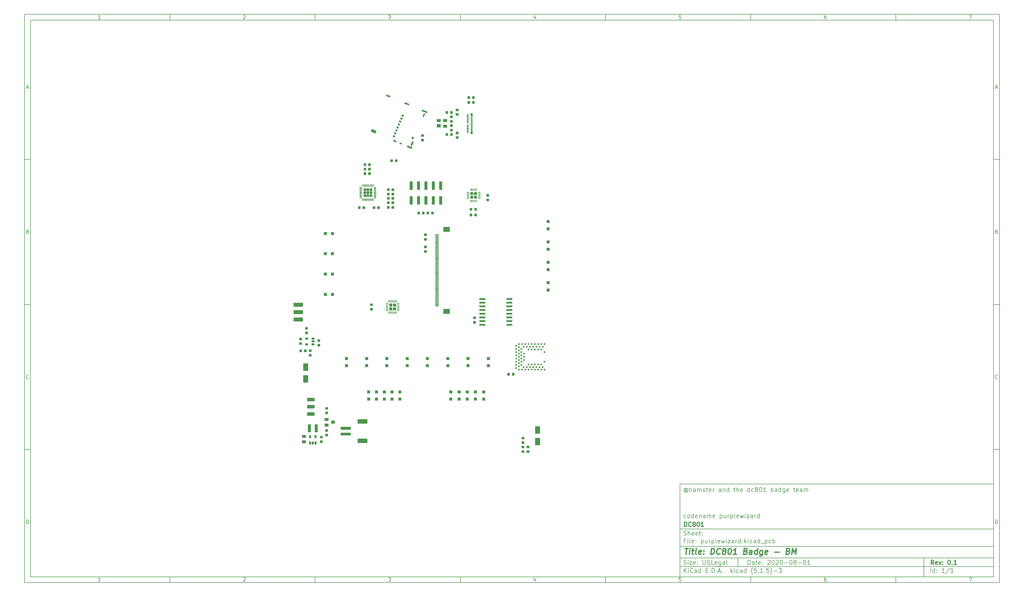
<source format=gbp>
G04 #@! TF.GenerationSoftware,KiCad,Pcbnew,(5.1.5)-3*
G04 #@! TF.CreationDate,2020-08-11T23:16:39-06:00*
G04 #@! TF.ProjectId,purplewizard,70757270-6c65-4776-997a-6172642e6b69,0.1*
G04 #@! TF.SameCoordinates,Original*
G04 #@! TF.FileFunction,Paste,Bot*
G04 #@! TF.FilePolarity,Positive*
%FSLAX46Y46*%
G04 Gerber Fmt 4.6, Leading zero omitted, Abs format (unit mm)*
G04 Created by KiCad (PCBNEW (5.1.5)-3) date 2020-08-11 23:16:39*
%MOMM*%
%LPD*%
G04 APERTURE LIST*
%ADD10C,0.100000*%
%ADD11C,0.150000*%
%ADD12C,0.300000*%
%ADD13C,0.400000*%
%ADD14C,0.010000*%
%ADD15R,1.800000X2.500000*%
%ADD16R,2.500000X1.250000*%
%ADD17R,1.400000X1.000000*%
%ADD18R,1.400000X1.200000*%
%ADD19R,1.060000X0.650000*%
%ADD20R,1.300000X0.300000*%
%ADD21R,2.200000X1.800000*%
%ADD22R,3.180000X1.270000*%
%ADD23R,0.650000X1.060000*%
%ADD24R,1.000000X2.750000*%
%ADD25R,0.500000X0.500000*%
%ADD26R,0.700000X1.000000*%
%ADD27R,0.700000X0.300000*%
%ADD28R,1.000000X1.000000*%
%ADD29R,1.000000X3.000000*%
G04 APERTURE END LIST*
D10*
D11*
X235600000Y-171900000D02*
X235600000Y-203900000D01*
X343600000Y-203900000D01*
X343600000Y-171900000D01*
X235600000Y-171900000D01*
D10*
D11*
X10000000Y-10000000D02*
X10000000Y-205900000D01*
X345600000Y-205900000D01*
X345600000Y-10000000D01*
X10000000Y-10000000D01*
D10*
D11*
X12000000Y-12000000D02*
X12000000Y-203900000D01*
X343600000Y-203900000D01*
X343600000Y-12000000D01*
X12000000Y-12000000D01*
D10*
D11*
X60000000Y-12000000D02*
X60000000Y-10000000D01*
D10*
D11*
X110000000Y-12000000D02*
X110000000Y-10000000D01*
D10*
D11*
X160000000Y-12000000D02*
X160000000Y-10000000D01*
D10*
D11*
X210000000Y-12000000D02*
X210000000Y-10000000D01*
D10*
D11*
X260000000Y-12000000D02*
X260000000Y-10000000D01*
D10*
D11*
X310000000Y-12000000D02*
X310000000Y-10000000D01*
D10*
D11*
X36065476Y-11588095D02*
X35322619Y-11588095D01*
X35694047Y-11588095D02*
X35694047Y-10288095D01*
X35570238Y-10473809D01*
X35446428Y-10597619D01*
X35322619Y-10659523D01*
D10*
D11*
X85322619Y-10411904D02*
X85384523Y-10350000D01*
X85508333Y-10288095D01*
X85817857Y-10288095D01*
X85941666Y-10350000D01*
X86003571Y-10411904D01*
X86065476Y-10535714D01*
X86065476Y-10659523D01*
X86003571Y-10845238D01*
X85260714Y-11588095D01*
X86065476Y-11588095D01*
D10*
D11*
X135260714Y-10288095D02*
X136065476Y-10288095D01*
X135632142Y-10783333D01*
X135817857Y-10783333D01*
X135941666Y-10845238D01*
X136003571Y-10907142D01*
X136065476Y-11030952D01*
X136065476Y-11340476D01*
X136003571Y-11464285D01*
X135941666Y-11526190D01*
X135817857Y-11588095D01*
X135446428Y-11588095D01*
X135322619Y-11526190D01*
X135260714Y-11464285D01*
D10*
D11*
X185941666Y-10721428D02*
X185941666Y-11588095D01*
X185632142Y-10226190D02*
X185322619Y-11154761D01*
X186127380Y-11154761D01*
D10*
D11*
X236003571Y-10288095D02*
X235384523Y-10288095D01*
X235322619Y-10907142D01*
X235384523Y-10845238D01*
X235508333Y-10783333D01*
X235817857Y-10783333D01*
X235941666Y-10845238D01*
X236003571Y-10907142D01*
X236065476Y-11030952D01*
X236065476Y-11340476D01*
X236003571Y-11464285D01*
X235941666Y-11526190D01*
X235817857Y-11588095D01*
X235508333Y-11588095D01*
X235384523Y-11526190D01*
X235322619Y-11464285D01*
D10*
D11*
X285941666Y-10288095D02*
X285694047Y-10288095D01*
X285570238Y-10350000D01*
X285508333Y-10411904D01*
X285384523Y-10597619D01*
X285322619Y-10845238D01*
X285322619Y-11340476D01*
X285384523Y-11464285D01*
X285446428Y-11526190D01*
X285570238Y-11588095D01*
X285817857Y-11588095D01*
X285941666Y-11526190D01*
X286003571Y-11464285D01*
X286065476Y-11340476D01*
X286065476Y-11030952D01*
X286003571Y-10907142D01*
X285941666Y-10845238D01*
X285817857Y-10783333D01*
X285570238Y-10783333D01*
X285446428Y-10845238D01*
X285384523Y-10907142D01*
X285322619Y-11030952D01*
D10*
D11*
X335260714Y-10288095D02*
X336127380Y-10288095D01*
X335570238Y-11588095D01*
D10*
D11*
X60000000Y-203900000D02*
X60000000Y-205900000D01*
D10*
D11*
X110000000Y-203900000D02*
X110000000Y-205900000D01*
D10*
D11*
X160000000Y-203900000D02*
X160000000Y-205900000D01*
D10*
D11*
X210000000Y-203900000D02*
X210000000Y-205900000D01*
D10*
D11*
X260000000Y-203900000D02*
X260000000Y-205900000D01*
D10*
D11*
X310000000Y-203900000D02*
X310000000Y-205900000D01*
D10*
D11*
X36065476Y-205488095D02*
X35322619Y-205488095D01*
X35694047Y-205488095D02*
X35694047Y-204188095D01*
X35570238Y-204373809D01*
X35446428Y-204497619D01*
X35322619Y-204559523D01*
D10*
D11*
X85322619Y-204311904D02*
X85384523Y-204250000D01*
X85508333Y-204188095D01*
X85817857Y-204188095D01*
X85941666Y-204250000D01*
X86003571Y-204311904D01*
X86065476Y-204435714D01*
X86065476Y-204559523D01*
X86003571Y-204745238D01*
X85260714Y-205488095D01*
X86065476Y-205488095D01*
D10*
D11*
X135260714Y-204188095D02*
X136065476Y-204188095D01*
X135632142Y-204683333D01*
X135817857Y-204683333D01*
X135941666Y-204745238D01*
X136003571Y-204807142D01*
X136065476Y-204930952D01*
X136065476Y-205240476D01*
X136003571Y-205364285D01*
X135941666Y-205426190D01*
X135817857Y-205488095D01*
X135446428Y-205488095D01*
X135322619Y-205426190D01*
X135260714Y-205364285D01*
D10*
D11*
X185941666Y-204621428D02*
X185941666Y-205488095D01*
X185632142Y-204126190D02*
X185322619Y-205054761D01*
X186127380Y-205054761D01*
D10*
D11*
X236003571Y-204188095D02*
X235384523Y-204188095D01*
X235322619Y-204807142D01*
X235384523Y-204745238D01*
X235508333Y-204683333D01*
X235817857Y-204683333D01*
X235941666Y-204745238D01*
X236003571Y-204807142D01*
X236065476Y-204930952D01*
X236065476Y-205240476D01*
X236003571Y-205364285D01*
X235941666Y-205426190D01*
X235817857Y-205488095D01*
X235508333Y-205488095D01*
X235384523Y-205426190D01*
X235322619Y-205364285D01*
D10*
D11*
X285941666Y-204188095D02*
X285694047Y-204188095D01*
X285570238Y-204250000D01*
X285508333Y-204311904D01*
X285384523Y-204497619D01*
X285322619Y-204745238D01*
X285322619Y-205240476D01*
X285384523Y-205364285D01*
X285446428Y-205426190D01*
X285570238Y-205488095D01*
X285817857Y-205488095D01*
X285941666Y-205426190D01*
X286003571Y-205364285D01*
X286065476Y-205240476D01*
X286065476Y-204930952D01*
X286003571Y-204807142D01*
X285941666Y-204745238D01*
X285817857Y-204683333D01*
X285570238Y-204683333D01*
X285446428Y-204745238D01*
X285384523Y-204807142D01*
X285322619Y-204930952D01*
D10*
D11*
X335260714Y-204188095D02*
X336127380Y-204188095D01*
X335570238Y-205488095D01*
D10*
D11*
X10000000Y-60000000D02*
X12000000Y-60000000D01*
D10*
D11*
X10000000Y-110000000D02*
X12000000Y-110000000D01*
D10*
D11*
X10000000Y-160000000D02*
X12000000Y-160000000D01*
D10*
D11*
X10690476Y-35216666D02*
X11309523Y-35216666D01*
X10566666Y-35588095D02*
X11000000Y-34288095D01*
X11433333Y-35588095D01*
D10*
D11*
X11092857Y-84907142D02*
X11278571Y-84969047D01*
X11340476Y-85030952D01*
X11402380Y-85154761D01*
X11402380Y-85340476D01*
X11340476Y-85464285D01*
X11278571Y-85526190D01*
X11154761Y-85588095D01*
X10659523Y-85588095D01*
X10659523Y-84288095D01*
X11092857Y-84288095D01*
X11216666Y-84350000D01*
X11278571Y-84411904D01*
X11340476Y-84535714D01*
X11340476Y-84659523D01*
X11278571Y-84783333D01*
X11216666Y-84845238D01*
X11092857Y-84907142D01*
X10659523Y-84907142D01*
D10*
D11*
X11402380Y-135464285D02*
X11340476Y-135526190D01*
X11154761Y-135588095D01*
X11030952Y-135588095D01*
X10845238Y-135526190D01*
X10721428Y-135402380D01*
X10659523Y-135278571D01*
X10597619Y-135030952D01*
X10597619Y-134845238D01*
X10659523Y-134597619D01*
X10721428Y-134473809D01*
X10845238Y-134350000D01*
X11030952Y-134288095D01*
X11154761Y-134288095D01*
X11340476Y-134350000D01*
X11402380Y-134411904D01*
D10*
D11*
X10659523Y-185588095D02*
X10659523Y-184288095D01*
X10969047Y-184288095D01*
X11154761Y-184350000D01*
X11278571Y-184473809D01*
X11340476Y-184597619D01*
X11402380Y-184845238D01*
X11402380Y-185030952D01*
X11340476Y-185278571D01*
X11278571Y-185402380D01*
X11154761Y-185526190D01*
X10969047Y-185588095D01*
X10659523Y-185588095D01*
D10*
D11*
X345600000Y-60000000D02*
X343600000Y-60000000D01*
D10*
D11*
X345600000Y-110000000D02*
X343600000Y-110000000D01*
D10*
D11*
X345600000Y-160000000D02*
X343600000Y-160000000D01*
D10*
D11*
X344290476Y-35216666D02*
X344909523Y-35216666D01*
X344166666Y-35588095D02*
X344600000Y-34288095D01*
X345033333Y-35588095D01*
D10*
D11*
X344692857Y-84907142D02*
X344878571Y-84969047D01*
X344940476Y-85030952D01*
X345002380Y-85154761D01*
X345002380Y-85340476D01*
X344940476Y-85464285D01*
X344878571Y-85526190D01*
X344754761Y-85588095D01*
X344259523Y-85588095D01*
X344259523Y-84288095D01*
X344692857Y-84288095D01*
X344816666Y-84350000D01*
X344878571Y-84411904D01*
X344940476Y-84535714D01*
X344940476Y-84659523D01*
X344878571Y-84783333D01*
X344816666Y-84845238D01*
X344692857Y-84907142D01*
X344259523Y-84907142D01*
D10*
D11*
X345002380Y-135464285D02*
X344940476Y-135526190D01*
X344754761Y-135588095D01*
X344630952Y-135588095D01*
X344445238Y-135526190D01*
X344321428Y-135402380D01*
X344259523Y-135278571D01*
X344197619Y-135030952D01*
X344197619Y-134845238D01*
X344259523Y-134597619D01*
X344321428Y-134473809D01*
X344445238Y-134350000D01*
X344630952Y-134288095D01*
X344754761Y-134288095D01*
X344940476Y-134350000D01*
X345002380Y-134411904D01*
D10*
D11*
X344259523Y-185588095D02*
X344259523Y-184288095D01*
X344569047Y-184288095D01*
X344754761Y-184350000D01*
X344878571Y-184473809D01*
X344940476Y-184597619D01*
X345002380Y-184845238D01*
X345002380Y-185030952D01*
X344940476Y-185278571D01*
X344878571Y-185402380D01*
X344754761Y-185526190D01*
X344569047Y-185588095D01*
X344259523Y-185588095D01*
D10*
D11*
X259032142Y-199678571D02*
X259032142Y-198178571D01*
X259389285Y-198178571D01*
X259603571Y-198250000D01*
X259746428Y-198392857D01*
X259817857Y-198535714D01*
X259889285Y-198821428D01*
X259889285Y-199035714D01*
X259817857Y-199321428D01*
X259746428Y-199464285D01*
X259603571Y-199607142D01*
X259389285Y-199678571D01*
X259032142Y-199678571D01*
X261175000Y-199678571D02*
X261175000Y-198892857D01*
X261103571Y-198750000D01*
X260960714Y-198678571D01*
X260675000Y-198678571D01*
X260532142Y-198750000D01*
X261175000Y-199607142D02*
X261032142Y-199678571D01*
X260675000Y-199678571D01*
X260532142Y-199607142D01*
X260460714Y-199464285D01*
X260460714Y-199321428D01*
X260532142Y-199178571D01*
X260675000Y-199107142D01*
X261032142Y-199107142D01*
X261175000Y-199035714D01*
X261675000Y-198678571D02*
X262246428Y-198678571D01*
X261889285Y-198178571D02*
X261889285Y-199464285D01*
X261960714Y-199607142D01*
X262103571Y-199678571D01*
X262246428Y-199678571D01*
X263317857Y-199607142D02*
X263175000Y-199678571D01*
X262889285Y-199678571D01*
X262746428Y-199607142D01*
X262675000Y-199464285D01*
X262675000Y-198892857D01*
X262746428Y-198750000D01*
X262889285Y-198678571D01*
X263175000Y-198678571D01*
X263317857Y-198750000D01*
X263389285Y-198892857D01*
X263389285Y-199035714D01*
X262675000Y-199178571D01*
X264032142Y-199535714D02*
X264103571Y-199607142D01*
X264032142Y-199678571D01*
X263960714Y-199607142D01*
X264032142Y-199535714D01*
X264032142Y-199678571D01*
X264032142Y-198750000D02*
X264103571Y-198821428D01*
X264032142Y-198892857D01*
X263960714Y-198821428D01*
X264032142Y-198750000D01*
X264032142Y-198892857D01*
X265817857Y-198321428D02*
X265889285Y-198250000D01*
X266032142Y-198178571D01*
X266389285Y-198178571D01*
X266532142Y-198250000D01*
X266603571Y-198321428D01*
X266675000Y-198464285D01*
X266675000Y-198607142D01*
X266603571Y-198821428D01*
X265746428Y-199678571D01*
X266675000Y-199678571D01*
X267603571Y-198178571D02*
X267746428Y-198178571D01*
X267889285Y-198250000D01*
X267960714Y-198321428D01*
X268032142Y-198464285D01*
X268103571Y-198750000D01*
X268103571Y-199107142D01*
X268032142Y-199392857D01*
X267960714Y-199535714D01*
X267889285Y-199607142D01*
X267746428Y-199678571D01*
X267603571Y-199678571D01*
X267460714Y-199607142D01*
X267389285Y-199535714D01*
X267317857Y-199392857D01*
X267246428Y-199107142D01*
X267246428Y-198750000D01*
X267317857Y-198464285D01*
X267389285Y-198321428D01*
X267460714Y-198250000D01*
X267603571Y-198178571D01*
X268675000Y-198321428D02*
X268746428Y-198250000D01*
X268889285Y-198178571D01*
X269246428Y-198178571D01*
X269389285Y-198250000D01*
X269460714Y-198321428D01*
X269532142Y-198464285D01*
X269532142Y-198607142D01*
X269460714Y-198821428D01*
X268603571Y-199678571D01*
X269532142Y-199678571D01*
X270460714Y-198178571D02*
X270603571Y-198178571D01*
X270746428Y-198250000D01*
X270817857Y-198321428D01*
X270889285Y-198464285D01*
X270960714Y-198750000D01*
X270960714Y-199107142D01*
X270889285Y-199392857D01*
X270817857Y-199535714D01*
X270746428Y-199607142D01*
X270603571Y-199678571D01*
X270460714Y-199678571D01*
X270317857Y-199607142D01*
X270246428Y-199535714D01*
X270175000Y-199392857D01*
X270103571Y-199107142D01*
X270103571Y-198750000D01*
X270175000Y-198464285D01*
X270246428Y-198321428D01*
X270317857Y-198250000D01*
X270460714Y-198178571D01*
X271603571Y-199107142D02*
X272746428Y-199107142D01*
X273746428Y-198178571D02*
X273889285Y-198178571D01*
X274032142Y-198250000D01*
X274103571Y-198321428D01*
X274175000Y-198464285D01*
X274246428Y-198750000D01*
X274246428Y-199107142D01*
X274175000Y-199392857D01*
X274103571Y-199535714D01*
X274032142Y-199607142D01*
X273889285Y-199678571D01*
X273746428Y-199678571D01*
X273603571Y-199607142D01*
X273532142Y-199535714D01*
X273460714Y-199392857D01*
X273389285Y-199107142D01*
X273389285Y-198750000D01*
X273460714Y-198464285D01*
X273532142Y-198321428D01*
X273603571Y-198250000D01*
X273746428Y-198178571D01*
X275103571Y-198821428D02*
X274960714Y-198750000D01*
X274889285Y-198678571D01*
X274817857Y-198535714D01*
X274817857Y-198464285D01*
X274889285Y-198321428D01*
X274960714Y-198250000D01*
X275103571Y-198178571D01*
X275389285Y-198178571D01*
X275532142Y-198250000D01*
X275603571Y-198321428D01*
X275675000Y-198464285D01*
X275675000Y-198535714D01*
X275603571Y-198678571D01*
X275532142Y-198750000D01*
X275389285Y-198821428D01*
X275103571Y-198821428D01*
X274960714Y-198892857D01*
X274889285Y-198964285D01*
X274817857Y-199107142D01*
X274817857Y-199392857D01*
X274889285Y-199535714D01*
X274960714Y-199607142D01*
X275103571Y-199678571D01*
X275389285Y-199678571D01*
X275532142Y-199607142D01*
X275603571Y-199535714D01*
X275675000Y-199392857D01*
X275675000Y-199107142D01*
X275603571Y-198964285D01*
X275532142Y-198892857D01*
X275389285Y-198821428D01*
X276317857Y-199107142D02*
X277460714Y-199107142D01*
X278460714Y-198178571D02*
X278603571Y-198178571D01*
X278746428Y-198250000D01*
X278817857Y-198321428D01*
X278889285Y-198464285D01*
X278960714Y-198750000D01*
X278960714Y-199107142D01*
X278889285Y-199392857D01*
X278817857Y-199535714D01*
X278746428Y-199607142D01*
X278603571Y-199678571D01*
X278460714Y-199678571D01*
X278317857Y-199607142D01*
X278246428Y-199535714D01*
X278175000Y-199392857D01*
X278103571Y-199107142D01*
X278103571Y-198750000D01*
X278175000Y-198464285D01*
X278246428Y-198321428D01*
X278317857Y-198250000D01*
X278460714Y-198178571D01*
X280389285Y-199678571D02*
X279532142Y-199678571D01*
X279960714Y-199678571D02*
X279960714Y-198178571D01*
X279817857Y-198392857D01*
X279675000Y-198535714D01*
X279532142Y-198607142D01*
D10*
D11*
X235600000Y-200400000D02*
X343600000Y-200400000D01*
D10*
D11*
X237032142Y-202478571D02*
X237032142Y-200978571D01*
X237889285Y-202478571D02*
X237246428Y-201621428D01*
X237889285Y-200978571D02*
X237032142Y-201835714D01*
X238532142Y-202478571D02*
X238532142Y-201478571D01*
X238532142Y-200978571D02*
X238460714Y-201050000D01*
X238532142Y-201121428D01*
X238603571Y-201050000D01*
X238532142Y-200978571D01*
X238532142Y-201121428D01*
X240103571Y-202335714D02*
X240032142Y-202407142D01*
X239817857Y-202478571D01*
X239675000Y-202478571D01*
X239460714Y-202407142D01*
X239317857Y-202264285D01*
X239246428Y-202121428D01*
X239175000Y-201835714D01*
X239175000Y-201621428D01*
X239246428Y-201335714D01*
X239317857Y-201192857D01*
X239460714Y-201050000D01*
X239675000Y-200978571D01*
X239817857Y-200978571D01*
X240032142Y-201050000D01*
X240103571Y-201121428D01*
X241389285Y-202478571D02*
X241389285Y-201692857D01*
X241317857Y-201550000D01*
X241175000Y-201478571D01*
X240889285Y-201478571D01*
X240746428Y-201550000D01*
X241389285Y-202407142D02*
X241246428Y-202478571D01*
X240889285Y-202478571D01*
X240746428Y-202407142D01*
X240675000Y-202264285D01*
X240675000Y-202121428D01*
X240746428Y-201978571D01*
X240889285Y-201907142D01*
X241246428Y-201907142D01*
X241389285Y-201835714D01*
X242746428Y-202478571D02*
X242746428Y-200978571D01*
X242746428Y-202407142D02*
X242603571Y-202478571D01*
X242317857Y-202478571D01*
X242175000Y-202407142D01*
X242103571Y-202335714D01*
X242032142Y-202192857D01*
X242032142Y-201764285D01*
X242103571Y-201621428D01*
X242175000Y-201550000D01*
X242317857Y-201478571D01*
X242603571Y-201478571D01*
X242746428Y-201550000D01*
X244603571Y-201692857D02*
X245103571Y-201692857D01*
X245317857Y-202478571D02*
X244603571Y-202478571D01*
X244603571Y-200978571D01*
X245317857Y-200978571D01*
X245960714Y-202335714D02*
X246032142Y-202407142D01*
X245960714Y-202478571D01*
X245889285Y-202407142D01*
X245960714Y-202335714D01*
X245960714Y-202478571D01*
X246675000Y-202478571D02*
X246675000Y-200978571D01*
X247032142Y-200978571D01*
X247246428Y-201050000D01*
X247389285Y-201192857D01*
X247460714Y-201335714D01*
X247532142Y-201621428D01*
X247532142Y-201835714D01*
X247460714Y-202121428D01*
X247389285Y-202264285D01*
X247246428Y-202407142D01*
X247032142Y-202478571D01*
X246675000Y-202478571D01*
X248175000Y-202335714D02*
X248246428Y-202407142D01*
X248175000Y-202478571D01*
X248103571Y-202407142D01*
X248175000Y-202335714D01*
X248175000Y-202478571D01*
X248817857Y-202050000D02*
X249532142Y-202050000D01*
X248675000Y-202478571D02*
X249175000Y-200978571D01*
X249675000Y-202478571D01*
X250175000Y-202335714D02*
X250246428Y-202407142D01*
X250175000Y-202478571D01*
X250103571Y-202407142D01*
X250175000Y-202335714D01*
X250175000Y-202478571D01*
X253175000Y-202478571D02*
X253175000Y-200978571D01*
X253317857Y-201907142D02*
X253746428Y-202478571D01*
X253746428Y-201478571D02*
X253175000Y-202050000D01*
X254389285Y-202478571D02*
X254389285Y-201478571D01*
X254389285Y-200978571D02*
X254317857Y-201050000D01*
X254389285Y-201121428D01*
X254460714Y-201050000D01*
X254389285Y-200978571D01*
X254389285Y-201121428D01*
X255746428Y-202407142D02*
X255603571Y-202478571D01*
X255317857Y-202478571D01*
X255175000Y-202407142D01*
X255103571Y-202335714D01*
X255032142Y-202192857D01*
X255032142Y-201764285D01*
X255103571Y-201621428D01*
X255175000Y-201550000D01*
X255317857Y-201478571D01*
X255603571Y-201478571D01*
X255746428Y-201550000D01*
X257032142Y-202478571D02*
X257032142Y-201692857D01*
X256960714Y-201550000D01*
X256817857Y-201478571D01*
X256532142Y-201478571D01*
X256389285Y-201550000D01*
X257032142Y-202407142D02*
X256889285Y-202478571D01*
X256532142Y-202478571D01*
X256389285Y-202407142D01*
X256317857Y-202264285D01*
X256317857Y-202121428D01*
X256389285Y-201978571D01*
X256532142Y-201907142D01*
X256889285Y-201907142D01*
X257032142Y-201835714D01*
X258389285Y-202478571D02*
X258389285Y-200978571D01*
X258389285Y-202407142D02*
X258246428Y-202478571D01*
X257960714Y-202478571D01*
X257817857Y-202407142D01*
X257746428Y-202335714D01*
X257675000Y-202192857D01*
X257675000Y-201764285D01*
X257746428Y-201621428D01*
X257817857Y-201550000D01*
X257960714Y-201478571D01*
X258246428Y-201478571D01*
X258389285Y-201550000D01*
X260675000Y-203050000D02*
X260603571Y-202978571D01*
X260460714Y-202764285D01*
X260389285Y-202621428D01*
X260317857Y-202407142D01*
X260246428Y-202050000D01*
X260246428Y-201764285D01*
X260317857Y-201407142D01*
X260389285Y-201192857D01*
X260460714Y-201050000D01*
X260603571Y-200835714D01*
X260675000Y-200764285D01*
X261960714Y-200978571D02*
X261246428Y-200978571D01*
X261175000Y-201692857D01*
X261246428Y-201621428D01*
X261389285Y-201550000D01*
X261746428Y-201550000D01*
X261889285Y-201621428D01*
X261960714Y-201692857D01*
X262032142Y-201835714D01*
X262032142Y-202192857D01*
X261960714Y-202335714D01*
X261889285Y-202407142D01*
X261746428Y-202478571D01*
X261389285Y-202478571D01*
X261246428Y-202407142D01*
X261175000Y-202335714D01*
X262675000Y-202335714D02*
X262746428Y-202407142D01*
X262675000Y-202478571D01*
X262603571Y-202407142D01*
X262675000Y-202335714D01*
X262675000Y-202478571D01*
X264175000Y-202478571D02*
X263317857Y-202478571D01*
X263746428Y-202478571D02*
X263746428Y-200978571D01*
X263603571Y-201192857D01*
X263460714Y-201335714D01*
X263317857Y-201407142D01*
X264817857Y-202335714D02*
X264889285Y-202407142D01*
X264817857Y-202478571D01*
X264746428Y-202407142D01*
X264817857Y-202335714D01*
X264817857Y-202478571D01*
X266246428Y-200978571D02*
X265532142Y-200978571D01*
X265460714Y-201692857D01*
X265532142Y-201621428D01*
X265675000Y-201550000D01*
X266032142Y-201550000D01*
X266175000Y-201621428D01*
X266246428Y-201692857D01*
X266317857Y-201835714D01*
X266317857Y-202192857D01*
X266246428Y-202335714D01*
X266175000Y-202407142D01*
X266032142Y-202478571D01*
X265675000Y-202478571D01*
X265532142Y-202407142D01*
X265460714Y-202335714D01*
X266817857Y-203050000D02*
X266889285Y-202978571D01*
X267032142Y-202764285D01*
X267103571Y-202621428D01*
X267175000Y-202407142D01*
X267246428Y-202050000D01*
X267246428Y-201764285D01*
X267175000Y-201407142D01*
X267103571Y-201192857D01*
X267032142Y-201050000D01*
X266889285Y-200835714D01*
X266817857Y-200764285D01*
X267960714Y-201907142D02*
X269103571Y-201907142D01*
X269675000Y-200978571D02*
X270603571Y-200978571D01*
X270103571Y-201550000D01*
X270317857Y-201550000D01*
X270460714Y-201621428D01*
X270532142Y-201692857D01*
X270603571Y-201835714D01*
X270603571Y-202192857D01*
X270532142Y-202335714D01*
X270460714Y-202407142D01*
X270317857Y-202478571D01*
X269889285Y-202478571D01*
X269746428Y-202407142D01*
X269675000Y-202335714D01*
D10*
D11*
X235600000Y-197400000D02*
X343600000Y-197400000D01*
D10*
D12*
X323009285Y-199678571D02*
X322509285Y-198964285D01*
X322152142Y-199678571D02*
X322152142Y-198178571D01*
X322723571Y-198178571D01*
X322866428Y-198250000D01*
X322937857Y-198321428D01*
X323009285Y-198464285D01*
X323009285Y-198678571D01*
X322937857Y-198821428D01*
X322866428Y-198892857D01*
X322723571Y-198964285D01*
X322152142Y-198964285D01*
X324223571Y-199607142D02*
X324080714Y-199678571D01*
X323795000Y-199678571D01*
X323652142Y-199607142D01*
X323580714Y-199464285D01*
X323580714Y-198892857D01*
X323652142Y-198750000D01*
X323795000Y-198678571D01*
X324080714Y-198678571D01*
X324223571Y-198750000D01*
X324295000Y-198892857D01*
X324295000Y-199035714D01*
X323580714Y-199178571D01*
X324795000Y-198678571D02*
X325152142Y-199678571D01*
X325509285Y-198678571D01*
X326080714Y-199535714D02*
X326152142Y-199607142D01*
X326080714Y-199678571D01*
X326009285Y-199607142D01*
X326080714Y-199535714D01*
X326080714Y-199678571D01*
X326080714Y-198750000D02*
X326152142Y-198821428D01*
X326080714Y-198892857D01*
X326009285Y-198821428D01*
X326080714Y-198750000D01*
X326080714Y-198892857D01*
X328223571Y-198178571D02*
X328366428Y-198178571D01*
X328509285Y-198250000D01*
X328580714Y-198321428D01*
X328652142Y-198464285D01*
X328723571Y-198750000D01*
X328723571Y-199107142D01*
X328652142Y-199392857D01*
X328580714Y-199535714D01*
X328509285Y-199607142D01*
X328366428Y-199678571D01*
X328223571Y-199678571D01*
X328080714Y-199607142D01*
X328009285Y-199535714D01*
X327937857Y-199392857D01*
X327866428Y-199107142D01*
X327866428Y-198750000D01*
X327937857Y-198464285D01*
X328009285Y-198321428D01*
X328080714Y-198250000D01*
X328223571Y-198178571D01*
X329366428Y-199535714D02*
X329437857Y-199607142D01*
X329366428Y-199678571D01*
X329295000Y-199607142D01*
X329366428Y-199535714D01*
X329366428Y-199678571D01*
X330866428Y-199678571D02*
X330009285Y-199678571D01*
X330437857Y-199678571D02*
X330437857Y-198178571D01*
X330295000Y-198392857D01*
X330152142Y-198535714D01*
X330009285Y-198607142D01*
D10*
D11*
X236960714Y-199607142D02*
X237175000Y-199678571D01*
X237532142Y-199678571D01*
X237675000Y-199607142D01*
X237746428Y-199535714D01*
X237817857Y-199392857D01*
X237817857Y-199250000D01*
X237746428Y-199107142D01*
X237675000Y-199035714D01*
X237532142Y-198964285D01*
X237246428Y-198892857D01*
X237103571Y-198821428D01*
X237032142Y-198750000D01*
X236960714Y-198607142D01*
X236960714Y-198464285D01*
X237032142Y-198321428D01*
X237103571Y-198250000D01*
X237246428Y-198178571D01*
X237603571Y-198178571D01*
X237817857Y-198250000D01*
X238460714Y-199678571D02*
X238460714Y-198678571D01*
X238460714Y-198178571D02*
X238389285Y-198250000D01*
X238460714Y-198321428D01*
X238532142Y-198250000D01*
X238460714Y-198178571D01*
X238460714Y-198321428D01*
X239032142Y-198678571D02*
X239817857Y-198678571D01*
X239032142Y-199678571D01*
X239817857Y-199678571D01*
X240960714Y-199607142D02*
X240817857Y-199678571D01*
X240532142Y-199678571D01*
X240389285Y-199607142D01*
X240317857Y-199464285D01*
X240317857Y-198892857D01*
X240389285Y-198750000D01*
X240532142Y-198678571D01*
X240817857Y-198678571D01*
X240960714Y-198750000D01*
X241032142Y-198892857D01*
X241032142Y-199035714D01*
X240317857Y-199178571D01*
X241675000Y-199535714D02*
X241746428Y-199607142D01*
X241675000Y-199678571D01*
X241603571Y-199607142D01*
X241675000Y-199535714D01*
X241675000Y-199678571D01*
X241675000Y-198750000D02*
X241746428Y-198821428D01*
X241675000Y-198892857D01*
X241603571Y-198821428D01*
X241675000Y-198750000D01*
X241675000Y-198892857D01*
X243532142Y-198178571D02*
X243532142Y-199392857D01*
X243603571Y-199535714D01*
X243675000Y-199607142D01*
X243817857Y-199678571D01*
X244103571Y-199678571D01*
X244246428Y-199607142D01*
X244317857Y-199535714D01*
X244389285Y-199392857D01*
X244389285Y-198178571D01*
X245032142Y-199607142D02*
X245246428Y-199678571D01*
X245603571Y-199678571D01*
X245746428Y-199607142D01*
X245817857Y-199535714D01*
X245889285Y-199392857D01*
X245889285Y-199250000D01*
X245817857Y-199107142D01*
X245746428Y-199035714D01*
X245603571Y-198964285D01*
X245317857Y-198892857D01*
X245175000Y-198821428D01*
X245103571Y-198750000D01*
X245032142Y-198607142D01*
X245032142Y-198464285D01*
X245103571Y-198321428D01*
X245175000Y-198250000D01*
X245317857Y-198178571D01*
X245675000Y-198178571D01*
X245889285Y-198250000D01*
X247246428Y-199678571D02*
X246532142Y-199678571D01*
X246532142Y-198178571D01*
X248317857Y-199607142D02*
X248175000Y-199678571D01*
X247889285Y-199678571D01*
X247746428Y-199607142D01*
X247675000Y-199464285D01*
X247675000Y-198892857D01*
X247746428Y-198750000D01*
X247889285Y-198678571D01*
X248175000Y-198678571D01*
X248317857Y-198750000D01*
X248389285Y-198892857D01*
X248389285Y-199035714D01*
X247675000Y-199178571D01*
X249675000Y-198678571D02*
X249675000Y-199892857D01*
X249603571Y-200035714D01*
X249532142Y-200107142D01*
X249389285Y-200178571D01*
X249175000Y-200178571D01*
X249032142Y-200107142D01*
X249675000Y-199607142D02*
X249532142Y-199678571D01*
X249246428Y-199678571D01*
X249103571Y-199607142D01*
X249032142Y-199535714D01*
X248960714Y-199392857D01*
X248960714Y-198964285D01*
X249032142Y-198821428D01*
X249103571Y-198750000D01*
X249246428Y-198678571D01*
X249532142Y-198678571D01*
X249675000Y-198750000D01*
X251032142Y-199678571D02*
X251032142Y-198892857D01*
X250960714Y-198750000D01*
X250817857Y-198678571D01*
X250532142Y-198678571D01*
X250389285Y-198750000D01*
X251032142Y-199607142D02*
X250889285Y-199678571D01*
X250532142Y-199678571D01*
X250389285Y-199607142D01*
X250317857Y-199464285D01*
X250317857Y-199321428D01*
X250389285Y-199178571D01*
X250532142Y-199107142D01*
X250889285Y-199107142D01*
X251032142Y-199035714D01*
X251960714Y-199678571D02*
X251817857Y-199607142D01*
X251746428Y-199464285D01*
X251746428Y-198178571D01*
D10*
D11*
X322032142Y-202478571D02*
X322032142Y-200978571D01*
X323389285Y-202478571D02*
X323389285Y-200978571D01*
X323389285Y-202407142D02*
X323246428Y-202478571D01*
X322960714Y-202478571D01*
X322817857Y-202407142D01*
X322746428Y-202335714D01*
X322675000Y-202192857D01*
X322675000Y-201764285D01*
X322746428Y-201621428D01*
X322817857Y-201550000D01*
X322960714Y-201478571D01*
X323246428Y-201478571D01*
X323389285Y-201550000D01*
X324103571Y-202335714D02*
X324175000Y-202407142D01*
X324103571Y-202478571D01*
X324032142Y-202407142D01*
X324103571Y-202335714D01*
X324103571Y-202478571D01*
X324103571Y-201550000D02*
X324175000Y-201621428D01*
X324103571Y-201692857D01*
X324032142Y-201621428D01*
X324103571Y-201550000D01*
X324103571Y-201692857D01*
X326746428Y-202478571D02*
X325889285Y-202478571D01*
X326317857Y-202478571D02*
X326317857Y-200978571D01*
X326175000Y-201192857D01*
X326032142Y-201335714D01*
X325889285Y-201407142D01*
X328460714Y-200907142D02*
X327175000Y-202835714D01*
X329746428Y-202478571D02*
X328889285Y-202478571D01*
X329317857Y-202478571D02*
X329317857Y-200978571D01*
X329175000Y-201192857D01*
X329032142Y-201335714D01*
X328889285Y-201407142D01*
D10*
D11*
X235600000Y-193400000D02*
X343600000Y-193400000D01*
D10*
D13*
X237312380Y-194104761D02*
X238455238Y-194104761D01*
X237633809Y-196104761D02*
X237883809Y-194104761D01*
X238871904Y-196104761D02*
X239038571Y-194771428D01*
X239121904Y-194104761D02*
X239014761Y-194200000D01*
X239098095Y-194295238D01*
X239205238Y-194200000D01*
X239121904Y-194104761D01*
X239098095Y-194295238D01*
X239705238Y-194771428D02*
X240467142Y-194771428D01*
X240074285Y-194104761D02*
X239860000Y-195819047D01*
X239931428Y-196009523D01*
X240110000Y-196104761D01*
X240300476Y-196104761D01*
X241252857Y-196104761D02*
X241074285Y-196009523D01*
X241002857Y-195819047D01*
X241217142Y-194104761D01*
X242788571Y-196009523D02*
X242586190Y-196104761D01*
X242205238Y-196104761D01*
X242026666Y-196009523D01*
X241955238Y-195819047D01*
X242050476Y-195057142D01*
X242169523Y-194866666D01*
X242371904Y-194771428D01*
X242752857Y-194771428D01*
X242931428Y-194866666D01*
X243002857Y-195057142D01*
X242979047Y-195247619D01*
X242002857Y-195438095D01*
X243752857Y-195914285D02*
X243836190Y-196009523D01*
X243729047Y-196104761D01*
X243645714Y-196009523D01*
X243752857Y-195914285D01*
X243729047Y-196104761D01*
X243883809Y-194866666D02*
X243967142Y-194961904D01*
X243860000Y-195057142D01*
X243776666Y-194961904D01*
X243883809Y-194866666D01*
X243860000Y-195057142D01*
X246205238Y-196104761D02*
X246455238Y-194104761D01*
X246931428Y-194104761D01*
X247205238Y-194200000D01*
X247371904Y-194390476D01*
X247443333Y-194580952D01*
X247490952Y-194961904D01*
X247455238Y-195247619D01*
X247312380Y-195628571D01*
X247193333Y-195819047D01*
X246979047Y-196009523D01*
X246681428Y-196104761D01*
X246205238Y-196104761D01*
X249371904Y-195914285D02*
X249264761Y-196009523D01*
X248967142Y-196104761D01*
X248776666Y-196104761D01*
X248502857Y-196009523D01*
X248336190Y-195819047D01*
X248264761Y-195628571D01*
X248217142Y-195247619D01*
X248252857Y-194961904D01*
X248395714Y-194580952D01*
X248514761Y-194390476D01*
X248729047Y-194200000D01*
X249026666Y-194104761D01*
X249217142Y-194104761D01*
X249490952Y-194200000D01*
X249574285Y-194295238D01*
X250633809Y-194961904D02*
X250455238Y-194866666D01*
X250371904Y-194771428D01*
X250300476Y-194580952D01*
X250312380Y-194485714D01*
X250431428Y-194295238D01*
X250538571Y-194200000D01*
X250740952Y-194104761D01*
X251121904Y-194104761D01*
X251300476Y-194200000D01*
X251383809Y-194295238D01*
X251455238Y-194485714D01*
X251443333Y-194580952D01*
X251324285Y-194771428D01*
X251217142Y-194866666D01*
X251014761Y-194961904D01*
X250633809Y-194961904D01*
X250431428Y-195057142D01*
X250324285Y-195152380D01*
X250205238Y-195342857D01*
X250157619Y-195723809D01*
X250229047Y-195914285D01*
X250312380Y-196009523D01*
X250490952Y-196104761D01*
X250871904Y-196104761D01*
X251074285Y-196009523D01*
X251181428Y-195914285D01*
X251300476Y-195723809D01*
X251348095Y-195342857D01*
X251276666Y-195152380D01*
X251193333Y-195057142D01*
X251014761Y-194961904D01*
X252740952Y-194104761D02*
X252931428Y-194104761D01*
X253110000Y-194200000D01*
X253193333Y-194295238D01*
X253264761Y-194485714D01*
X253312380Y-194866666D01*
X253252857Y-195342857D01*
X253110000Y-195723809D01*
X252990952Y-195914285D01*
X252883809Y-196009523D01*
X252681428Y-196104761D01*
X252490952Y-196104761D01*
X252312380Y-196009523D01*
X252229047Y-195914285D01*
X252157619Y-195723809D01*
X252110000Y-195342857D01*
X252169523Y-194866666D01*
X252312380Y-194485714D01*
X252431428Y-194295238D01*
X252538571Y-194200000D01*
X252740952Y-194104761D01*
X255062380Y-196104761D02*
X253919523Y-196104761D01*
X254490952Y-196104761D02*
X254740952Y-194104761D01*
X254514761Y-194390476D01*
X254300476Y-194580952D01*
X254098095Y-194676190D01*
X258240952Y-195057142D02*
X258514761Y-195152380D01*
X258598095Y-195247619D01*
X258669523Y-195438095D01*
X258633809Y-195723809D01*
X258514761Y-195914285D01*
X258407619Y-196009523D01*
X258205238Y-196104761D01*
X257443333Y-196104761D01*
X257693333Y-194104761D01*
X258360000Y-194104761D01*
X258538571Y-194200000D01*
X258621904Y-194295238D01*
X258693333Y-194485714D01*
X258669523Y-194676190D01*
X258550476Y-194866666D01*
X258443333Y-194961904D01*
X258240952Y-195057142D01*
X257574285Y-195057142D01*
X260300476Y-196104761D02*
X260431428Y-195057142D01*
X260360000Y-194866666D01*
X260181428Y-194771428D01*
X259800476Y-194771428D01*
X259598095Y-194866666D01*
X260312380Y-196009523D02*
X260110000Y-196104761D01*
X259633809Y-196104761D01*
X259455238Y-196009523D01*
X259383809Y-195819047D01*
X259407619Y-195628571D01*
X259526666Y-195438095D01*
X259729047Y-195342857D01*
X260205238Y-195342857D01*
X260407619Y-195247619D01*
X262110000Y-196104761D02*
X262360000Y-194104761D01*
X262121904Y-196009523D02*
X261919523Y-196104761D01*
X261538571Y-196104761D01*
X261360000Y-196009523D01*
X261276666Y-195914285D01*
X261205238Y-195723809D01*
X261276666Y-195152380D01*
X261395714Y-194961904D01*
X261502857Y-194866666D01*
X261705238Y-194771428D01*
X262086190Y-194771428D01*
X262264761Y-194866666D01*
X264086190Y-194771428D02*
X263883809Y-196390476D01*
X263764761Y-196580952D01*
X263657619Y-196676190D01*
X263455238Y-196771428D01*
X263169523Y-196771428D01*
X262990952Y-196676190D01*
X263931428Y-196009523D02*
X263729047Y-196104761D01*
X263348095Y-196104761D01*
X263169523Y-196009523D01*
X263086190Y-195914285D01*
X263014761Y-195723809D01*
X263086190Y-195152380D01*
X263205238Y-194961904D01*
X263312380Y-194866666D01*
X263514761Y-194771428D01*
X263895714Y-194771428D01*
X264074285Y-194866666D01*
X265645714Y-196009523D02*
X265443333Y-196104761D01*
X265062380Y-196104761D01*
X264883809Y-196009523D01*
X264812380Y-195819047D01*
X264907619Y-195057142D01*
X265026666Y-194866666D01*
X265229047Y-194771428D01*
X265610000Y-194771428D01*
X265788571Y-194866666D01*
X265860000Y-195057142D01*
X265836190Y-195247619D01*
X264860000Y-195438095D01*
X268205238Y-195342857D02*
X269729047Y-195342857D01*
X272907619Y-195057142D02*
X273181428Y-195152380D01*
X273264761Y-195247619D01*
X273336190Y-195438095D01*
X273300476Y-195723809D01*
X273181428Y-195914285D01*
X273074285Y-196009523D01*
X272871904Y-196104761D01*
X272110000Y-196104761D01*
X272360000Y-194104761D01*
X273026666Y-194104761D01*
X273205238Y-194200000D01*
X273288571Y-194295238D01*
X273360000Y-194485714D01*
X273336190Y-194676190D01*
X273217142Y-194866666D01*
X273110000Y-194961904D01*
X272907619Y-195057142D01*
X272240952Y-195057142D01*
X274110000Y-196104761D02*
X274360000Y-194104761D01*
X274848095Y-195533333D01*
X275693333Y-194104761D01*
X275443333Y-196104761D01*
D10*
D11*
X237532142Y-191492857D02*
X237032142Y-191492857D01*
X237032142Y-192278571D02*
X237032142Y-190778571D01*
X237746428Y-190778571D01*
X238317857Y-192278571D02*
X238317857Y-191278571D01*
X238317857Y-190778571D02*
X238246428Y-190850000D01*
X238317857Y-190921428D01*
X238389285Y-190850000D01*
X238317857Y-190778571D01*
X238317857Y-190921428D01*
X239246428Y-192278571D02*
X239103571Y-192207142D01*
X239032142Y-192064285D01*
X239032142Y-190778571D01*
X240389285Y-192207142D02*
X240246428Y-192278571D01*
X239960714Y-192278571D01*
X239817857Y-192207142D01*
X239746428Y-192064285D01*
X239746428Y-191492857D01*
X239817857Y-191350000D01*
X239960714Y-191278571D01*
X240246428Y-191278571D01*
X240389285Y-191350000D01*
X240460714Y-191492857D01*
X240460714Y-191635714D01*
X239746428Y-191778571D01*
X241103571Y-192135714D02*
X241175000Y-192207142D01*
X241103571Y-192278571D01*
X241032142Y-192207142D01*
X241103571Y-192135714D01*
X241103571Y-192278571D01*
X241103571Y-191350000D02*
X241175000Y-191421428D01*
X241103571Y-191492857D01*
X241032142Y-191421428D01*
X241103571Y-191350000D01*
X241103571Y-191492857D01*
X242960714Y-191278571D02*
X242960714Y-192778571D01*
X242960714Y-191350000D02*
X243103571Y-191278571D01*
X243389285Y-191278571D01*
X243532142Y-191350000D01*
X243603571Y-191421428D01*
X243675000Y-191564285D01*
X243675000Y-191992857D01*
X243603571Y-192135714D01*
X243532142Y-192207142D01*
X243389285Y-192278571D01*
X243103571Y-192278571D01*
X242960714Y-192207142D01*
X244960714Y-191278571D02*
X244960714Y-192278571D01*
X244317857Y-191278571D02*
X244317857Y-192064285D01*
X244389285Y-192207142D01*
X244532142Y-192278571D01*
X244746428Y-192278571D01*
X244889285Y-192207142D01*
X244960714Y-192135714D01*
X245675000Y-192278571D02*
X245675000Y-191278571D01*
X245675000Y-191564285D02*
X245746428Y-191421428D01*
X245817857Y-191350000D01*
X245960714Y-191278571D01*
X246103571Y-191278571D01*
X246603571Y-191278571D02*
X246603571Y-192778571D01*
X246603571Y-191350000D02*
X246746428Y-191278571D01*
X247032142Y-191278571D01*
X247175000Y-191350000D01*
X247246428Y-191421428D01*
X247317857Y-191564285D01*
X247317857Y-191992857D01*
X247246428Y-192135714D01*
X247175000Y-192207142D01*
X247032142Y-192278571D01*
X246746428Y-192278571D01*
X246603571Y-192207142D01*
X248175000Y-192278571D02*
X248032142Y-192207142D01*
X247960714Y-192064285D01*
X247960714Y-190778571D01*
X249317857Y-192207142D02*
X249175000Y-192278571D01*
X248889285Y-192278571D01*
X248746428Y-192207142D01*
X248675000Y-192064285D01*
X248675000Y-191492857D01*
X248746428Y-191350000D01*
X248889285Y-191278571D01*
X249175000Y-191278571D01*
X249317857Y-191350000D01*
X249389285Y-191492857D01*
X249389285Y-191635714D01*
X248675000Y-191778571D01*
X249889285Y-191278571D02*
X250175000Y-192278571D01*
X250460714Y-191564285D01*
X250746428Y-192278571D01*
X251032142Y-191278571D01*
X251603571Y-192278571D02*
X251603571Y-191278571D01*
X251603571Y-190778571D02*
X251532142Y-190850000D01*
X251603571Y-190921428D01*
X251675000Y-190850000D01*
X251603571Y-190778571D01*
X251603571Y-190921428D01*
X252175000Y-191278571D02*
X252960714Y-191278571D01*
X252175000Y-192278571D01*
X252960714Y-192278571D01*
X254175000Y-192278571D02*
X254175000Y-191492857D01*
X254103571Y-191350000D01*
X253960714Y-191278571D01*
X253675000Y-191278571D01*
X253532142Y-191350000D01*
X254175000Y-192207142D02*
X254032142Y-192278571D01*
X253675000Y-192278571D01*
X253532142Y-192207142D01*
X253460714Y-192064285D01*
X253460714Y-191921428D01*
X253532142Y-191778571D01*
X253675000Y-191707142D01*
X254032142Y-191707142D01*
X254175000Y-191635714D01*
X254889285Y-192278571D02*
X254889285Y-191278571D01*
X254889285Y-191564285D02*
X254960714Y-191421428D01*
X255032142Y-191350000D01*
X255175000Y-191278571D01*
X255317857Y-191278571D01*
X256460714Y-192278571D02*
X256460714Y-190778571D01*
X256460714Y-192207142D02*
X256317857Y-192278571D01*
X256032142Y-192278571D01*
X255889285Y-192207142D01*
X255817857Y-192135714D01*
X255746428Y-191992857D01*
X255746428Y-191564285D01*
X255817857Y-191421428D01*
X255889285Y-191350000D01*
X256032142Y-191278571D01*
X256317857Y-191278571D01*
X256460714Y-191350000D01*
X257175000Y-192135714D02*
X257246428Y-192207142D01*
X257175000Y-192278571D01*
X257103571Y-192207142D01*
X257175000Y-192135714D01*
X257175000Y-192278571D01*
X257889285Y-192278571D02*
X257889285Y-190778571D01*
X258032142Y-191707142D02*
X258460714Y-192278571D01*
X258460714Y-191278571D02*
X257889285Y-191850000D01*
X259103571Y-192278571D02*
X259103571Y-191278571D01*
X259103571Y-190778571D02*
X259032142Y-190850000D01*
X259103571Y-190921428D01*
X259175000Y-190850000D01*
X259103571Y-190778571D01*
X259103571Y-190921428D01*
X260460714Y-192207142D02*
X260317857Y-192278571D01*
X260032142Y-192278571D01*
X259889285Y-192207142D01*
X259817857Y-192135714D01*
X259746428Y-191992857D01*
X259746428Y-191564285D01*
X259817857Y-191421428D01*
X259889285Y-191350000D01*
X260032142Y-191278571D01*
X260317857Y-191278571D01*
X260460714Y-191350000D01*
X261746428Y-192278571D02*
X261746428Y-191492857D01*
X261675000Y-191350000D01*
X261532142Y-191278571D01*
X261246428Y-191278571D01*
X261103571Y-191350000D01*
X261746428Y-192207142D02*
X261603571Y-192278571D01*
X261246428Y-192278571D01*
X261103571Y-192207142D01*
X261032142Y-192064285D01*
X261032142Y-191921428D01*
X261103571Y-191778571D01*
X261246428Y-191707142D01*
X261603571Y-191707142D01*
X261746428Y-191635714D01*
X263103571Y-192278571D02*
X263103571Y-190778571D01*
X263103571Y-192207142D02*
X262960714Y-192278571D01*
X262675000Y-192278571D01*
X262532142Y-192207142D01*
X262460714Y-192135714D01*
X262389285Y-191992857D01*
X262389285Y-191564285D01*
X262460714Y-191421428D01*
X262532142Y-191350000D01*
X262675000Y-191278571D01*
X262960714Y-191278571D01*
X263103571Y-191350000D01*
X263460714Y-192421428D02*
X264603571Y-192421428D01*
X264960714Y-191278571D02*
X264960714Y-192778571D01*
X264960714Y-191350000D02*
X265103571Y-191278571D01*
X265389285Y-191278571D01*
X265532142Y-191350000D01*
X265603571Y-191421428D01*
X265675000Y-191564285D01*
X265675000Y-191992857D01*
X265603571Y-192135714D01*
X265532142Y-192207142D01*
X265389285Y-192278571D01*
X265103571Y-192278571D01*
X264960714Y-192207142D01*
X266960714Y-192207142D02*
X266817857Y-192278571D01*
X266532142Y-192278571D01*
X266389285Y-192207142D01*
X266317857Y-192135714D01*
X266246428Y-191992857D01*
X266246428Y-191564285D01*
X266317857Y-191421428D01*
X266389285Y-191350000D01*
X266532142Y-191278571D01*
X266817857Y-191278571D01*
X266960714Y-191350000D01*
X267603571Y-192278571D02*
X267603571Y-190778571D01*
X267603571Y-191350000D02*
X267746428Y-191278571D01*
X268032142Y-191278571D01*
X268175000Y-191350000D01*
X268246428Y-191421428D01*
X268317857Y-191564285D01*
X268317857Y-191992857D01*
X268246428Y-192135714D01*
X268175000Y-192207142D01*
X268032142Y-192278571D01*
X267746428Y-192278571D01*
X267603571Y-192207142D01*
D10*
D11*
X235600000Y-187400000D02*
X343600000Y-187400000D01*
D10*
D11*
X236960714Y-189507142D02*
X237175000Y-189578571D01*
X237532142Y-189578571D01*
X237675000Y-189507142D01*
X237746428Y-189435714D01*
X237817857Y-189292857D01*
X237817857Y-189150000D01*
X237746428Y-189007142D01*
X237675000Y-188935714D01*
X237532142Y-188864285D01*
X237246428Y-188792857D01*
X237103571Y-188721428D01*
X237032142Y-188650000D01*
X236960714Y-188507142D01*
X236960714Y-188364285D01*
X237032142Y-188221428D01*
X237103571Y-188150000D01*
X237246428Y-188078571D01*
X237603571Y-188078571D01*
X237817857Y-188150000D01*
X238460714Y-189578571D02*
X238460714Y-188078571D01*
X239103571Y-189578571D02*
X239103571Y-188792857D01*
X239032142Y-188650000D01*
X238889285Y-188578571D01*
X238675000Y-188578571D01*
X238532142Y-188650000D01*
X238460714Y-188721428D01*
X240389285Y-189507142D02*
X240246428Y-189578571D01*
X239960714Y-189578571D01*
X239817857Y-189507142D01*
X239746428Y-189364285D01*
X239746428Y-188792857D01*
X239817857Y-188650000D01*
X239960714Y-188578571D01*
X240246428Y-188578571D01*
X240389285Y-188650000D01*
X240460714Y-188792857D01*
X240460714Y-188935714D01*
X239746428Y-189078571D01*
X241675000Y-189507142D02*
X241532142Y-189578571D01*
X241246428Y-189578571D01*
X241103571Y-189507142D01*
X241032142Y-189364285D01*
X241032142Y-188792857D01*
X241103571Y-188650000D01*
X241246428Y-188578571D01*
X241532142Y-188578571D01*
X241675000Y-188650000D01*
X241746428Y-188792857D01*
X241746428Y-188935714D01*
X241032142Y-189078571D01*
X242175000Y-188578571D02*
X242746428Y-188578571D01*
X242389285Y-188078571D02*
X242389285Y-189364285D01*
X242460714Y-189507142D01*
X242603571Y-189578571D01*
X242746428Y-189578571D01*
X243246428Y-189435714D02*
X243317857Y-189507142D01*
X243246428Y-189578571D01*
X243175000Y-189507142D01*
X243246428Y-189435714D01*
X243246428Y-189578571D01*
X243246428Y-188650000D02*
X243317857Y-188721428D01*
X243246428Y-188792857D01*
X243175000Y-188721428D01*
X243246428Y-188650000D01*
X243246428Y-188792857D01*
D10*
D12*
X237152142Y-186578571D02*
X237152142Y-185078571D01*
X237509285Y-185078571D01*
X237723571Y-185150000D01*
X237866428Y-185292857D01*
X237937857Y-185435714D01*
X238009285Y-185721428D01*
X238009285Y-185935714D01*
X237937857Y-186221428D01*
X237866428Y-186364285D01*
X237723571Y-186507142D01*
X237509285Y-186578571D01*
X237152142Y-186578571D01*
X239509285Y-186435714D02*
X239437857Y-186507142D01*
X239223571Y-186578571D01*
X239080714Y-186578571D01*
X238866428Y-186507142D01*
X238723571Y-186364285D01*
X238652142Y-186221428D01*
X238580714Y-185935714D01*
X238580714Y-185721428D01*
X238652142Y-185435714D01*
X238723571Y-185292857D01*
X238866428Y-185150000D01*
X239080714Y-185078571D01*
X239223571Y-185078571D01*
X239437857Y-185150000D01*
X239509285Y-185221428D01*
X240366428Y-185721428D02*
X240223571Y-185650000D01*
X240152142Y-185578571D01*
X240080714Y-185435714D01*
X240080714Y-185364285D01*
X240152142Y-185221428D01*
X240223571Y-185150000D01*
X240366428Y-185078571D01*
X240652142Y-185078571D01*
X240795000Y-185150000D01*
X240866428Y-185221428D01*
X240937857Y-185364285D01*
X240937857Y-185435714D01*
X240866428Y-185578571D01*
X240795000Y-185650000D01*
X240652142Y-185721428D01*
X240366428Y-185721428D01*
X240223571Y-185792857D01*
X240152142Y-185864285D01*
X240080714Y-186007142D01*
X240080714Y-186292857D01*
X240152142Y-186435714D01*
X240223571Y-186507142D01*
X240366428Y-186578571D01*
X240652142Y-186578571D01*
X240795000Y-186507142D01*
X240866428Y-186435714D01*
X240937857Y-186292857D01*
X240937857Y-186007142D01*
X240866428Y-185864285D01*
X240795000Y-185792857D01*
X240652142Y-185721428D01*
X241866428Y-185078571D02*
X242009285Y-185078571D01*
X242152142Y-185150000D01*
X242223571Y-185221428D01*
X242295000Y-185364285D01*
X242366428Y-185650000D01*
X242366428Y-186007142D01*
X242295000Y-186292857D01*
X242223571Y-186435714D01*
X242152142Y-186507142D01*
X242009285Y-186578571D01*
X241866428Y-186578571D01*
X241723571Y-186507142D01*
X241652142Y-186435714D01*
X241580714Y-186292857D01*
X241509285Y-186007142D01*
X241509285Y-185650000D01*
X241580714Y-185364285D01*
X241652142Y-185221428D01*
X241723571Y-185150000D01*
X241866428Y-185078571D01*
X243795000Y-186578571D02*
X242937857Y-186578571D01*
X243366428Y-186578571D02*
X243366428Y-185078571D01*
X243223571Y-185292857D01*
X243080714Y-185435714D01*
X242937857Y-185507142D01*
D10*
D11*
X237675000Y-183507142D02*
X237532142Y-183578571D01*
X237246428Y-183578571D01*
X237103571Y-183507142D01*
X237032142Y-183435714D01*
X236960714Y-183292857D01*
X236960714Y-182864285D01*
X237032142Y-182721428D01*
X237103571Y-182650000D01*
X237246428Y-182578571D01*
X237532142Y-182578571D01*
X237675000Y-182650000D01*
X238532142Y-183578571D02*
X238389285Y-183507142D01*
X238317857Y-183435714D01*
X238246428Y-183292857D01*
X238246428Y-182864285D01*
X238317857Y-182721428D01*
X238389285Y-182650000D01*
X238532142Y-182578571D01*
X238746428Y-182578571D01*
X238889285Y-182650000D01*
X238960714Y-182721428D01*
X239032142Y-182864285D01*
X239032142Y-183292857D01*
X238960714Y-183435714D01*
X238889285Y-183507142D01*
X238746428Y-183578571D01*
X238532142Y-183578571D01*
X240317857Y-183578571D02*
X240317857Y-182078571D01*
X240317857Y-183507142D02*
X240175000Y-183578571D01*
X239889285Y-183578571D01*
X239746428Y-183507142D01*
X239675000Y-183435714D01*
X239603571Y-183292857D01*
X239603571Y-182864285D01*
X239675000Y-182721428D01*
X239746428Y-182650000D01*
X239889285Y-182578571D01*
X240175000Y-182578571D01*
X240317857Y-182650000D01*
X241603571Y-183507142D02*
X241460714Y-183578571D01*
X241175000Y-183578571D01*
X241032142Y-183507142D01*
X240960714Y-183364285D01*
X240960714Y-182792857D01*
X241032142Y-182650000D01*
X241175000Y-182578571D01*
X241460714Y-182578571D01*
X241603571Y-182650000D01*
X241675000Y-182792857D01*
X241675000Y-182935714D01*
X240960714Y-183078571D01*
X242317857Y-182578571D02*
X242317857Y-183578571D01*
X242317857Y-182721428D02*
X242389285Y-182650000D01*
X242532142Y-182578571D01*
X242746428Y-182578571D01*
X242889285Y-182650000D01*
X242960714Y-182792857D01*
X242960714Y-183578571D01*
X244317857Y-183578571D02*
X244317857Y-182792857D01*
X244246428Y-182650000D01*
X244103571Y-182578571D01*
X243817857Y-182578571D01*
X243675000Y-182650000D01*
X244317857Y-183507142D02*
X244175000Y-183578571D01*
X243817857Y-183578571D01*
X243675000Y-183507142D01*
X243603571Y-183364285D01*
X243603571Y-183221428D01*
X243675000Y-183078571D01*
X243817857Y-183007142D01*
X244175000Y-183007142D01*
X244317857Y-182935714D01*
X245032142Y-183578571D02*
X245032142Y-182578571D01*
X245032142Y-182721428D02*
X245103571Y-182650000D01*
X245246428Y-182578571D01*
X245460714Y-182578571D01*
X245603571Y-182650000D01*
X245675000Y-182792857D01*
X245675000Y-183578571D01*
X245675000Y-182792857D02*
X245746428Y-182650000D01*
X245889285Y-182578571D01*
X246103571Y-182578571D01*
X246246428Y-182650000D01*
X246317857Y-182792857D01*
X246317857Y-183578571D01*
X247603571Y-183507142D02*
X247460714Y-183578571D01*
X247175000Y-183578571D01*
X247032142Y-183507142D01*
X246960714Y-183364285D01*
X246960714Y-182792857D01*
X247032142Y-182650000D01*
X247175000Y-182578571D01*
X247460714Y-182578571D01*
X247603571Y-182650000D01*
X247675000Y-182792857D01*
X247675000Y-182935714D01*
X246960714Y-183078571D01*
X249460714Y-182578571D02*
X249460714Y-184078571D01*
X249460714Y-182650000D02*
X249603571Y-182578571D01*
X249889285Y-182578571D01*
X250032142Y-182650000D01*
X250103571Y-182721428D01*
X250175000Y-182864285D01*
X250175000Y-183292857D01*
X250103571Y-183435714D01*
X250032142Y-183507142D01*
X249889285Y-183578571D01*
X249603571Y-183578571D01*
X249460714Y-183507142D01*
X251460714Y-182578571D02*
X251460714Y-183578571D01*
X250817857Y-182578571D02*
X250817857Y-183364285D01*
X250889285Y-183507142D01*
X251032142Y-183578571D01*
X251246428Y-183578571D01*
X251389285Y-183507142D01*
X251460714Y-183435714D01*
X252175000Y-183578571D02*
X252175000Y-182578571D01*
X252175000Y-182864285D02*
X252246428Y-182721428D01*
X252317857Y-182650000D01*
X252460714Y-182578571D01*
X252603571Y-182578571D01*
X253103571Y-182578571D02*
X253103571Y-184078571D01*
X253103571Y-182650000D02*
X253246428Y-182578571D01*
X253532142Y-182578571D01*
X253675000Y-182650000D01*
X253746428Y-182721428D01*
X253817857Y-182864285D01*
X253817857Y-183292857D01*
X253746428Y-183435714D01*
X253675000Y-183507142D01*
X253532142Y-183578571D01*
X253246428Y-183578571D01*
X253103571Y-183507142D01*
X254675000Y-183578571D02*
X254532142Y-183507142D01*
X254460714Y-183364285D01*
X254460714Y-182078571D01*
X255817857Y-183507142D02*
X255675000Y-183578571D01*
X255389285Y-183578571D01*
X255246428Y-183507142D01*
X255175000Y-183364285D01*
X255175000Y-182792857D01*
X255246428Y-182650000D01*
X255389285Y-182578571D01*
X255675000Y-182578571D01*
X255817857Y-182650000D01*
X255889285Y-182792857D01*
X255889285Y-182935714D01*
X255175000Y-183078571D01*
X256389285Y-182578571D02*
X256675000Y-183578571D01*
X256960714Y-182864285D01*
X257246428Y-183578571D01*
X257532142Y-182578571D01*
X258103571Y-183578571D02*
X258103571Y-182578571D01*
X258103571Y-182078571D02*
X258032142Y-182150000D01*
X258103571Y-182221428D01*
X258175000Y-182150000D01*
X258103571Y-182078571D01*
X258103571Y-182221428D01*
X258675000Y-182578571D02*
X259460714Y-182578571D01*
X258675000Y-183578571D01*
X259460714Y-183578571D01*
X260675000Y-183578571D02*
X260675000Y-182792857D01*
X260603571Y-182650000D01*
X260460714Y-182578571D01*
X260175000Y-182578571D01*
X260032142Y-182650000D01*
X260675000Y-183507142D02*
X260532142Y-183578571D01*
X260175000Y-183578571D01*
X260032142Y-183507142D01*
X259960714Y-183364285D01*
X259960714Y-183221428D01*
X260032142Y-183078571D01*
X260175000Y-183007142D01*
X260532142Y-183007142D01*
X260675000Y-182935714D01*
X261389285Y-183578571D02*
X261389285Y-182578571D01*
X261389285Y-182864285D02*
X261460714Y-182721428D01*
X261532142Y-182650000D01*
X261675000Y-182578571D01*
X261817857Y-182578571D01*
X262960714Y-183578571D02*
X262960714Y-182078571D01*
X262960714Y-183507142D02*
X262817857Y-183578571D01*
X262532142Y-183578571D01*
X262389285Y-183507142D01*
X262317857Y-183435714D01*
X262246428Y-183292857D01*
X262246428Y-182864285D01*
X262317857Y-182721428D01*
X262389285Y-182650000D01*
X262532142Y-182578571D01*
X262817857Y-182578571D01*
X262960714Y-182650000D01*
D10*
D11*
X237960714Y-173864285D02*
X237889285Y-173792857D01*
X237746428Y-173721428D01*
X237603571Y-173721428D01*
X237460714Y-173792857D01*
X237389285Y-173864285D01*
X237317857Y-174007142D01*
X237317857Y-174150000D01*
X237389285Y-174292857D01*
X237460714Y-174364285D01*
X237603571Y-174435714D01*
X237746428Y-174435714D01*
X237889285Y-174364285D01*
X237960714Y-174292857D01*
X237960714Y-173721428D02*
X237960714Y-174292857D01*
X238032142Y-174364285D01*
X238103571Y-174364285D01*
X238246428Y-174292857D01*
X238317857Y-174150000D01*
X238317857Y-173792857D01*
X238175000Y-173578571D01*
X237960714Y-173435714D01*
X237675000Y-173364285D01*
X237389285Y-173435714D01*
X237175000Y-173578571D01*
X237032142Y-173792857D01*
X236960714Y-174078571D01*
X237032142Y-174364285D01*
X237175000Y-174578571D01*
X237389285Y-174721428D01*
X237675000Y-174792857D01*
X237960714Y-174721428D01*
X238175000Y-174578571D01*
X238960714Y-174578571D02*
X238960714Y-173078571D01*
X239603571Y-174578571D02*
X239603571Y-173792857D01*
X239532142Y-173650000D01*
X239389285Y-173578571D01*
X239175000Y-173578571D01*
X239032142Y-173650000D01*
X238960714Y-173721428D01*
X240960714Y-174578571D02*
X240960714Y-173792857D01*
X240889285Y-173650000D01*
X240746428Y-173578571D01*
X240460714Y-173578571D01*
X240317857Y-173650000D01*
X240960714Y-174507142D02*
X240817857Y-174578571D01*
X240460714Y-174578571D01*
X240317857Y-174507142D01*
X240246428Y-174364285D01*
X240246428Y-174221428D01*
X240317857Y-174078571D01*
X240460714Y-174007142D01*
X240817857Y-174007142D01*
X240960714Y-173935714D01*
X241675000Y-174578571D02*
X241675000Y-173578571D01*
X241675000Y-173721428D02*
X241746428Y-173650000D01*
X241889285Y-173578571D01*
X242103571Y-173578571D01*
X242246428Y-173650000D01*
X242317857Y-173792857D01*
X242317857Y-174578571D01*
X242317857Y-173792857D02*
X242389285Y-173650000D01*
X242532142Y-173578571D01*
X242746428Y-173578571D01*
X242889285Y-173650000D01*
X242960714Y-173792857D01*
X242960714Y-174578571D01*
X243603571Y-174507142D02*
X243746428Y-174578571D01*
X244032142Y-174578571D01*
X244175000Y-174507142D01*
X244246428Y-174364285D01*
X244246428Y-174292857D01*
X244175000Y-174150000D01*
X244032142Y-174078571D01*
X243817857Y-174078571D01*
X243675000Y-174007142D01*
X243603571Y-173864285D01*
X243603571Y-173792857D01*
X243675000Y-173650000D01*
X243817857Y-173578571D01*
X244032142Y-173578571D01*
X244175000Y-173650000D01*
X244675000Y-173578571D02*
X245246428Y-173578571D01*
X244889285Y-173078571D02*
X244889285Y-174364285D01*
X244960714Y-174507142D01*
X245103571Y-174578571D01*
X245246428Y-174578571D01*
X246317857Y-174507142D02*
X246175000Y-174578571D01*
X245889285Y-174578571D01*
X245746428Y-174507142D01*
X245675000Y-174364285D01*
X245675000Y-173792857D01*
X245746428Y-173650000D01*
X245889285Y-173578571D01*
X246175000Y-173578571D01*
X246317857Y-173650000D01*
X246389285Y-173792857D01*
X246389285Y-173935714D01*
X245675000Y-174078571D01*
X247032142Y-174578571D02*
X247032142Y-173578571D01*
X247032142Y-173864285D02*
X247103571Y-173721428D01*
X247175000Y-173650000D01*
X247317857Y-173578571D01*
X247460714Y-173578571D01*
X249746428Y-174578571D02*
X249746428Y-173792857D01*
X249675000Y-173650000D01*
X249532142Y-173578571D01*
X249246428Y-173578571D01*
X249103571Y-173650000D01*
X249746428Y-174507142D02*
X249603571Y-174578571D01*
X249246428Y-174578571D01*
X249103571Y-174507142D01*
X249032142Y-174364285D01*
X249032142Y-174221428D01*
X249103571Y-174078571D01*
X249246428Y-174007142D01*
X249603571Y-174007142D01*
X249746428Y-173935714D01*
X250460714Y-173578571D02*
X250460714Y-174578571D01*
X250460714Y-173721428D02*
X250532142Y-173650000D01*
X250675000Y-173578571D01*
X250889285Y-173578571D01*
X251032142Y-173650000D01*
X251103571Y-173792857D01*
X251103571Y-174578571D01*
X252460714Y-174578571D02*
X252460714Y-173078571D01*
X252460714Y-174507142D02*
X252317857Y-174578571D01*
X252032142Y-174578571D01*
X251889285Y-174507142D01*
X251817857Y-174435714D01*
X251746428Y-174292857D01*
X251746428Y-173864285D01*
X251817857Y-173721428D01*
X251889285Y-173650000D01*
X252032142Y-173578571D01*
X252317857Y-173578571D01*
X252460714Y-173650000D01*
X254103571Y-173578571D02*
X254675000Y-173578571D01*
X254317857Y-173078571D02*
X254317857Y-174364285D01*
X254389285Y-174507142D01*
X254532142Y-174578571D01*
X254675000Y-174578571D01*
X255175000Y-174578571D02*
X255175000Y-173078571D01*
X255817857Y-174578571D02*
X255817857Y-173792857D01*
X255746428Y-173650000D01*
X255603571Y-173578571D01*
X255389285Y-173578571D01*
X255246428Y-173650000D01*
X255175000Y-173721428D01*
X257103571Y-174507142D02*
X256960714Y-174578571D01*
X256675000Y-174578571D01*
X256532142Y-174507142D01*
X256460714Y-174364285D01*
X256460714Y-173792857D01*
X256532142Y-173650000D01*
X256675000Y-173578571D01*
X256960714Y-173578571D01*
X257103571Y-173650000D01*
X257175000Y-173792857D01*
X257175000Y-173935714D01*
X256460714Y-174078571D01*
X259603571Y-174578571D02*
X259603571Y-173078571D01*
X259603571Y-174507142D02*
X259460714Y-174578571D01*
X259175000Y-174578571D01*
X259032142Y-174507142D01*
X258960714Y-174435714D01*
X258889285Y-174292857D01*
X258889285Y-173864285D01*
X258960714Y-173721428D01*
X259032142Y-173650000D01*
X259175000Y-173578571D01*
X259460714Y-173578571D01*
X259603571Y-173650000D01*
X260960714Y-174507142D02*
X260817857Y-174578571D01*
X260532142Y-174578571D01*
X260389285Y-174507142D01*
X260317857Y-174435714D01*
X260246428Y-174292857D01*
X260246428Y-173864285D01*
X260317857Y-173721428D01*
X260389285Y-173650000D01*
X260532142Y-173578571D01*
X260817857Y-173578571D01*
X260960714Y-173650000D01*
X261817857Y-173721428D02*
X261675000Y-173650000D01*
X261603571Y-173578571D01*
X261532142Y-173435714D01*
X261532142Y-173364285D01*
X261603571Y-173221428D01*
X261675000Y-173150000D01*
X261817857Y-173078571D01*
X262103571Y-173078571D01*
X262246428Y-173150000D01*
X262317857Y-173221428D01*
X262389285Y-173364285D01*
X262389285Y-173435714D01*
X262317857Y-173578571D01*
X262246428Y-173650000D01*
X262103571Y-173721428D01*
X261817857Y-173721428D01*
X261675000Y-173792857D01*
X261603571Y-173864285D01*
X261532142Y-174007142D01*
X261532142Y-174292857D01*
X261603571Y-174435714D01*
X261675000Y-174507142D01*
X261817857Y-174578571D01*
X262103571Y-174578571D01*
X262246428Y-174507142D01*
X262317857Y-174435714D01*
X262389285Y-174292857D01*
X262389285Y-174007142D01*
X262317857Y-173864285D01*
X262246428Y-173792857D01*
X262103571Y-173721428D01*
X263317857Y-173078571D02*
X263460714Y-173078571D01*
X263603571Y-173150000D01*
X263675000Y-173221428D01*
X263746428Y-173364285D01*
X263817857Y-173650000D01*
X263817857Y-174007142D01*
X263746428Y-174292857D01*
X263675000Y-174435714D01*
X263603571Y-174507142D01*
X263460714Y-174578571D01*
X263317857Y-174578571D01*
X263175000Y-174507142D01*
X263103571Y-174435714D01*
X263032142Y-174292857D01*
X262960714Y-174007142D01*
X262960714Y-173650000D01*
X263032142Y-173364285D01*
X263103571Y-173221428D01*
X263175000Y-173150000D01*
X263317857Y-173078571D01*
X265246428Y-174578571D02*
X264389285Y-174578571D01*
X264817857Y-174578571D02*
X264817857Y-173078571D01*
X264675000Y-173292857D01*
X264532142Y-173435714D01*
X264389285Y-173507142D01*
X267032142Y-174578571D02*
X267032142Y-173078571D01*
X267032142Y-173650000D02*
X267175000Y-173578571D01*
X267460714Y-173578571D01*
X267603571Y-173650000D01*
X267675000Y-173721428D01*
X267746428Y-173864285D01*
X267746428Y-174292857D01*
X267675000Y-174435714D01*
X267603571Y-174507142D01*
X267460714Y-174578571D01*
X267175000Y-174578571D01*
X267032142Y-174507142D01*
X269032142Y-174578571D02*
X269032142Y-173792857D01*
X268960714Y-173650000D01*
X268817857Y-173578571D01*
X268532142Y-173578571D01*
X268389285Y-173650000D01*
X269032142Y-174507142D02*
X268889285Y-174578571D01*
X268532142Y-174578571D01*
X268389285Y-174507142D01*
X268317857Y-174364285D01*
X268317857Y-174221428D01*
X268389285Y-174078571D01*
X268532142Y-174007142D01*
X268889285Y-174007142D01*
X269032142Y-173935714D01*
X270389285Y-174578571D02*
X270389285Y-173078571D01*
X270389285Y-174507142D02*
X270246428Y-174578571D01*
X269960714Y-174578571D01*
X269817857Y-174507142D01*
X269746428Y-174435714D01*
X269675000Y-174292857D01*
X269675000Y-173864285D01*
X269746428Y-173721428D01*
X269817857Y-173650000D01*
X269960714Y-173578571D01*
X270246428Y-173578571D01*
X270389285Y-173650000D01*
X271746428Y-173578571D02*
X271746428Y-174792857D01*
X271675000Y-174935714D01*
X271603571Y-175007142D01*
X271460714Y-175078571D01*
X271246428Y-175078571D01*
X271103571Y-175007142D01*
X271746428Y-174507142D02*
X271603571Y-174578571D01*
X271317857Y-174578571D01*
X271175000Y-174507142D01*
X271103571Y-174435714D01*
X271032142Y-174292857D01*
X271032142Y-173864285D01*
X271103571Y-173721428D01*
X271175000Y-173650000D01*
X271317857Y-173578571D01*
X271603571Y-173578571D01*
X271746428Y-173650000D01*
X273032142Y-174507142D02*
X272889285Y-174578571D01*
X272603571Y-174578571D01*
X272460714Y-174507142D01*
X272389285Y-174364285D01*
X272389285Y-173792857D01*
X272460714Y-173650000D01*
X272603571Y-173578571D01*
X272889285Y-173578571D01*
X273032142Y-173650000D01*
X273103571Y-173792857D01*
X273103571Y-173935714D01*
X272389285Y-174078571D01*
X274675000Y-173578571D02*
X275246428Y-173578571D01*
X274889285Y-173078571D02*
X274889285Y-174364285D01*
X274960714Y-174507142D01*
X275103571Y-174578571D01*
X275246428Y-174578571D01*
X276317857Y-174507142D02*
X276175000Y-174578571D01*
X275889285Y-174578571D01*
X275746428Y-174507142D01*
X275675000Y-174364285D01*
X275675000Y-173792857D01*
X275746428Y-173650000D01*
X275889285Y-173578571D01*
X276175000Y-173578571D01*
X276317857Y-173650000D01*
X276389285Y-173792857D01*
X276389285Y-173935714D01*
X275675000Y-174078571D01*
X277675000Y-174578571D02*
X277675000Y-173792857D01*
X277603571Y-173650000D01*
X277460714Y-173578571D01*
X277175000Y-173578571D01*
X277032142Y-173650000D01*
X277675000Y-174507142D02*
X277532142Y-174578571D01*
X277175000Y-174578571D01*
X277032142Y-174507142D01*
X276960714Y-174364285D01*
X276960714Y-174221428D01*
X277032142Y-174078571D01*
X277175000Y-174007142D01*
X277532142Y-174007142D01*
X277675000Y-173935714D01*
X278389285Y-174578571D02*
X278389285Y-173578571D01*
X278389285Y-173721428D02*
X278460714Y-173650000D01*
X278603571Y-173578571D01*
X278817857Y-173578571D01*
X278960714Y-173650000D01*
X279032142Y-173792857D01*
X279032142Y-174578571D01*
X279032142Y-173792857D02*
X279103571Y-173650000D01*
X279246428Y-173578571D01*
X279460714Y-173578571D01*
X279603571Y-173650000D01*
X279675000Y-173792857D01*
X279675000Y-174578571D01*
D10*
D11*
X255600000Y-197400000D02*
X255600000Y-200400000D01*
D10*
D11*
X319600000Y-197400000D02*
X319600000Y-203900000D01*
D14*
G36*
X102615840Y-114561620D02*
G01*
X102615840Y-115831620D01*
X105795840Y-115831620D01*
X105795840Y-114561620D01*
X102615840Y-114561620D01*
G37*
X102615840Y-114561620D02*
X102615840Y-115831620D01*
X105795840Y-115831620D01*
X105795840Y-114561620D01*
X102615840Y-114561620D01*
G36*
X102615840Y-112021620D02*
G01*
X102615840Y-113291620D01*
X105795840Y-113291620D01*
X105795840Y-112021620D01*
X102615840Y-112021620D01*
G37*
X102615840Y-112021620D02*
X102615840Y-113291620D01*
X105795840Y-113291620D01*
X105795840Y-112021620D01*
X102615840Y-112021620D01*
G36*
X102615840Y-109481620D02*
G01*
X102615840Y-110751620D01*
X105795840Y-110751620D01*
X105795840Y-109481620D01*
X102615840Y-109481620D01*
G37*
X102615840Y-109481620D02*
X102615840Y-110751620D01*
X105795840Y-110751620D01*
X105795840Y-109481620D01*
X102615840Y-109481620D01*
D15*
X186644280Y-153305760D03*
X186644280Y-157305760D03*
D10*
G36*
X157203291Y-49487985D02*
G01*
X157224526Y-49491135D01*
X157245350Y-49496351D01*
X157265562Y-49503583D01*
X157284968Y-49512762D01*
X157303381Y-49523798D01*
X157320624Y-49536586D01*
X157336530Y-49551002D01*
X157350946Y-49566908D01*
X157363734Y-49584151D01*
X157374770Y-49602564D01*
X157383949Y-49621970D01*
X157391181Y-49642182D01*
X157396397Y-49663006D01*
X157399547Y-49684241D01*
X157400600Y-49705682D01*
X157400600Y-50143182D01*
X157399547Y-50164623D01*
X157396397Y-50185858D01*
X157391181Y-50206682D01*
X157383949Y-50226894D01*
X157374770Y-50246300D01*
X157363734Y-50264713D01*
X157350946Y-50281956D01*
X157336530Y-50297862D01*
X157320624Y-50312278D01*
X157303381Y-50325066D01*
X157284968Y-50336102D01*
X157265562Y-50345281D01*
X157245350Y-50352513D01*
X157224526Y-50357729D01*
X157203291Y-50360879D01*
X157181850Y-50361932D01*
X156669350Y-50361932D01*
X156647909Y-50360879D01*
X156626674Y-50357729D01*
X156605850Y-50352513D01*
X156585638Y-50345281D01*
X156566232Y-50336102D01*
X156547819Y-50325066D01*
X156530576Y-50312278D01*
X156514670Y-50297862D01*
X156500254Y-50281956D01*
X156487466Y-50264713D01*
X156476430Y-50246300D01*
X156467251Y-50226894D01*
X156460019Y-50206682D01*
X156454803Y-50185858D01*
X156451653Y-50164623D01*
X156450600Y-50143182D01*
X156450600Y-49705682D01*
X156451653Y-49684241D01*
X156454803Y-49663006D01*
X156460019Y-49642182D01*
X156467251Y-49621970D01*
X156476430Y-49602564D01*
X156487466Y-49584151D01*
X156500254Y-49566908D01*
X156514670Y-49551002D01*
X156530576Y-49536586D01*
X156547819Y-49523798D01*
X156566232Y-49512762D01*
X156585638Y-49503583D01*
X156605850Y-49496351D01*
X156626674Y-49491135D01*
X156647909Y-49487985D01*
X156669350Y-49486932D01*
X157181850Y-49486932D01*
X157203291Y-49487985D01*
G37*
G36*
X157203291Y-47912985D02*
G01*
X157224526Y-47916135D01*
X157245350Y-47921351D01*
X157265562Y-47928583D01*
X157284968Y-47937762D01*
X157303381Y-47948798D01*
X157320624Y-47961586D01*
X157336530Y-47976002D01*
X157350946Y-47991908D01*
X157363734Y-48009151D01*
X157374770Y-48027564D01*
X157383949Y-48046970D01*
X157391181Y-48067182D01*
X157396397Y-48088006D01*
X157399547Y-48109241D01*
X157400600Y-48130682D01*
X157400600Y-48568182D01*
X157399547Y-48589623D01*
X157396397Y-48610858D01*
X157391181Y-48631682D01*
X157383949Y-48651894D01*
X157374770Y-48671300D01*
X157363734Y-48689713D01*
X157350946Y-48706956D01*
X157336530Y-48722862D01*
X157320624Y-48737278D01*
X157303381Y-48750066D01*
X157284968Y-48761102D01*
X157265562Y-48770281D01*
X157245350Y-48777513D01*
X157224526Y-48782729D01*
X157203291Y-48785879D01*
X157181850Y-48786932D01*
X156669350Y-48786932D01*
X156647909Y-48785879D01*
X156626674Y-48782729D01*
X156605850Y-48777513D01*
X156585638Y-48770281D01*
X156566232Y-48761102D01*
X156547819Y-48750066D01*
X156530576Y-48737278D01*
X156514670Y-48722862D01*
X156500254Y-48706956D01*
X156487466Y-48689713D01*
X156476430Y-48671300D01*
X156467251Y-48651894D01*
X156460019Y-48631682D01*
X156454803Y-48610858D01*
X156451653Y-48589623D01*
X156450600Y-48568182D01*
X156450600Y-48130682D01*
X156451653Y-48109241D01*
X156454803Y-48088006D01*
X156460019Y-48067182D01*
X156467251Y-48046970D01*
X156476430Y-48027564D01*
X156487466Y-48009151D01*
X156500254Y-47991908D01*
X156514670Y-47976002D01*
X156530576Y-47961586D01*
X156547819Y-47948798D01*
X156566232Y-47937762D01*
X156585638Y-47928583D01*
X156605850Y-47921351D01*
X156626674Y-47916135D01*
X156647909Y-47912985D01*
X156669350Y-47911932D01*
X157181850Y-47911932D01*
X157203291Y-47912985D01*
G37*
G36*
X111552551Y-123614713D02*
G01*
X111573786Y-123617863D01*
X111594610Y-123623079D01*
X111614822Y-123630311D01*
X111634228Y-123639490D01*
X111652641Y-123650526D01*
X111669884Y-123663314D01*
X111685790Y-123677730D01*
X111700206Y-123693636D01*
X111712994Y-123710879D01*
X111724030Y-123729292D01*
X111733209Y-123748698D01*
X111740441Y-123768910D01*
X111745657Y-123789734D01*
X111748807Y-123810969D01*
X111749860Y-123832410D01*
X111749860Y-124269910D01*
X111748807Y-124291351D01*
X111745657Y-124312586D01*
X111740441Y-124333410D01*
X111733209Y-124353622D01*
X111724030Y-124373028D01*
X111712994Y-124391441D01*
X111700206Y-124408684D01*
X111685790Y-124424590D01*
X111669884Y-124439006D01*
X111652641Y-124451794D01*
X111634228Y-124462830D01*
X111614822Y-124472009D01*
X111594610Y-124479241D01*
X111573786Y-124484457D01*
X111552551Y-124487607D01*
X111531110Y-124488660D01*
X111018610Y-124488660D01*
X110997169Y-124487607D01*
X110975934Y-124484457D01*
X110955110Y-124479241D01*
X110934898Y-124472009D01*
X110915492Y-124462830D01*
X110897079Y-124451794D01*
X110879836Y-124439006D01*
X110863930Y-124424590D01*
X110849514Y-124408684D01*
X110836726Y-124391441D01*
X110825690Y-124373028D01*
X110816511Y-124353622D01*
X110809279Y-124333410D01*
X110804063Y-124312586D01*
X110800913Y-124291351D01*
X110799860Y-124269910D01*
X110799860Y-123832410D01*
X110800913Y-123810969D01*
X110804063Y-123789734D01*
X110809279Y-123768910D01*
X110816511Y-123748698D01*
X110825690Y-123729292D01*
X110836726Y-123710879D01*
X110849514Y-123693636D01*
X110863930Y-123677730D01*
X110879836Y-123663314D01*
X110897079Y-123650526D01*
X110915492Y-123639490D01*
X110934898Y-123630311D01*
X110955110Y-123623079D01*
X110975934Y-123617863D01*
X110997169Y-123614713D01*
X111018610Y-123613660D01*
X111531110Y-123613660D01*
X111552551Y-123614713D01*
G37*
G36*
X111552551Y-122039713D02*
G01*
X111573786Y-122042863D01*
X111594610Y-122048079D01*
X111614822Y-122055311D01*
X111634228Y-122064490D01*
X111652641Y-122075526D01*
X111669884Y-122088314D01*
X111685790Y-122102730D01*
X111700206Y-122118636D01*
X111712994Y-122135879D01*
X111724030Y-122154292D01*
X111733209Y-122173698D01*
X111740441Y-122193910D01*
X111745657Y-122214734D01*
X111748807Y-122235969D01*
X111749860Y-122257410D01*
X111749860Y-122694910D01*
X111748807Y-122716351D01*
X111745657Y-122737586D01*
X111740441Y-122758410D01*
X111733209Y-122778622D01*
X111724030Y-122798028D01*
X111712994Y-122816441D01*
X111700206Y-122833684D01*
X111685790Y-122849590D01*
X111669884Y-122864006D01*
X111652641Y-122876794D01*
X111634228Y-122887830D01*
X111614822Y-122897009D01*
X111594610Y-122904241D01*
X111573786Y-122909457D01*
X111552551Y-122912607D01*
X111531110Y-122913660D01*
X111018610Y-122913660D01*
X110997169Y-122912607D01*
X110975934Y-122909457D01*
X110955110Y-122904241D01*
X110934898Y-122897009D01*
X110915492Y-122887830D01*
X110897079Y-122876794D01*
X110879836Y-122864006D01*
X110863930Y-122849590D01*
X110849514Y-122833684D01*
X110836726Y-122816441D01*
X110825690Y-122798028D01*
X110816511Y-122778622D01*
X110809279Y-122758410D01*
X110804063Y-122737586D01*
X110800913Y-122716351D01*
X110799860Y-122694910D01*
X110799860Y-122257410D01*
X110800913Y-122235969D01*
X110804063Y-122214734D01*
X110809279Y-122193910D01*
X110816511Y-122173698D01*
X110825690Y-122154292D01*
X110836726Y-122135879D01*
X110849514Y-122118636D01*
X110863930Y-122102730D01*
X110879836Y-122088314D01*
X110897079Y-122075526D01*
X110915492Y-122064490D01*
X110934898Y-122055311D01*
X110955110Y-122048079D01*
X110975934Y-122042863D01*
X110997169Y-122039713D01*
X111018610Y-122038660D01*
X111531110Y-122038660D01*
X111552551Y-122039713D01*
G37*
G36*
X108629011Y-125514433D02*
G01*
X108650246Y-125517583D01*
X108671070Y-125522799D01*
X108691282Y-125530031D01*
X108710688Y-125539210D01*
X108729101Y-125550246D01*
X108746344Y-125563034D01*
X108762250Y-125577450D01*
X108776666Y-125593356D01*
X108789454Y-125610599D01*
X108800490Y-125629012D01*
X108809669Y-125648418D01*
X108816901Y-125668630D01*
X108822117Y-125689454D01*
X108825267Y-125710689D01*
X108826320Y-125732130D01*
X108826320Y-126169630D01*
X108825267Y-126191071D01*
X108822117Y-126212306D01*
X108816901Y-126233130D01*
X108809669Y-126253342D01*
X108800490Y-126272748D01*
X108789454Y-126291161D01*
X108776666Y-126308404D01*
X108762250Y-126324310D01*
X108746344Y-126338726D01*
X108729101Y-126351514D01*
X108710688Y-126362550D01*
X108691282Y-126371729D01*
X108671070Y-126378961D01*
X108650246Y-126384177D01*
X108629011Y-126387327D01*
X108607570Y-126388380D01*
X108095070Y-126388380D01*
X108073629Y-126387327D01*
X108052394Y-126384177D01*
X108031570Y-126378961D01*
X108011358Y-126371729D01*
X107991952Y-126362550D01*
X107973539Y-126351514D01*
X107956296Y-126338726D01*
X107940390Y-126324310D01*
X107925974Y-126308404D01*
X107913186Y-126291161D01*
X107902150Y-126272748D01*
X107892971Y-126253342D01*
X107885739Y-126233130D01*
X107880523Y-126212306D01*
X107877373Y-126191071D01*
X107876320Y-126169630D01*
X107876320Y-125732130D01*
X107877373Y-125710689D01*
X107880523Y-125689454D01*
X107885739Y-125668630D01*
X107892971Y-125648418D01*
X107902150Y-125629012D01*
X107913186Y-125610599D01*
X107925974Y-125593356D01*
X107940390Y-125577450D01*
X107956296Y-125563034D01*
X107973539Y-125550246D01*
X107991952Y-125539210D01*
X108011358Y-125530031D01*
X108031570Y-125522799D01*
X108052394Y-125517583D01*
X108073629Y-125514433D01*
X108095070Y-125513380D01*
X108607570Y-125513380D01*
X108629011Y-125514433D01*
G37*
G36*
X108629011Y-127089433D02*
G01*
X108650246Y-127092583D01*
X108671070Y-127097799D01*
X108691282Y-127105031D01*
X108710688Y-127114210D01*
X108729101Y-127125246D01*
X108746344Y-127138034D01*
X108762250Y-127152450D01*
X108776666Y-127168356D01*
X108789454Y-127185599D01*
X108800490Y-127204012D01*
X108809669Y-127223418D01*
X108816901Y-127243630D01*
X108822117Y-127264454D01*
X108825267Y-127285689D01*
X108826320Y-127307130D01*
X108826320Y-127744630D01*
X108825267Y-127766071D01*
X108822117Y-127787306D01*
X108816901Y-127808130D01*
X108809669Y-127828342D01*
X108800490Y-127847748D01*
X108789454Y-127866161D01*
X108776666Y-127883404D01*
X108762250Y-127899310D01*
X108746344Y-127913726D01*
X108729101Y-127926514D01*
X108710688Y-127937550D01*
X108691282Y-127946729D01*
X108671070Y-127953961D01*
X108650246Y-127959177D01*
X108629011Y-127962327D01*
X108607570Y-127963380D01*
X108095070Y-127963380D01*
X108073629Y-127962327D01*
X108052394Y-127959177D01*
X108031570Y-127953961D01*
X108011358Y-127946729D01*
X107991952Y-127937550D01*
X107973539Y-127926514D01*
X107956296Y-127913726D01*
X107940390Y-127899310D01*
X107925974Y-127883404D01*
X107913186Y-127866161D01*
X107902150Y-127847748D01*
X107892971Y-127828342D01*
X107885739Y-127808130D01*
X107880523Y-127787306D01*
X107877373Y-127766071D01*
X107876320Y-127744630D01*
X107876320Y-127307130D01*
X107877373Y-127285689D01*
X107880523Y-127264454D01*
X107885739Y-127243630D01*
X107892971Y-127223418D01*
X107902150Y-127204012D01*
X107913186Y-127185599D01*
X107925974Y-127168356D01*
X107940390Y-127152450D01*
X107956296Y-127138034D01*
X107973539Y-127125246D01*
X107991952Y-127114210D01*
X108011358Y-127105031D01*
X108031570Y-127097799D01*
X108052394Y-127092583D01*
X108073629Y-127089433D01*
X108095070Y-127088380D01*
X108607570Y-127088380D01*
X108629011Y-127089433D01*
G37*
G36*
X137023291Y-69989653D02*
G01*
X137044526Y-69992803D01*
X137065350Y-69998019D01*
X137085562Y-70005251D01*
X137104968Y-70014430D01*
X137123381Y-70025466D01*
X137140624Y-70038254D01*
X137156530Y-70052670D01*
X137170946Y-70068576D01*
X137183734Y-70085819D01*
X137194770Y-70104232D01*
X137203949Y-70123638D01*
X137211181Y-70143850D01*
X137216397Y-70164674D01*
X137219547Y-70185909D01*
X137220600Y-70207350D01*
X137220600Y-70719850D01*
X137219547Y-70741291D01*
X137216397Y-70762526D01*
X137211181Y-70783350D01*
X137203949Y-70803562D01*
X137194770Y-70822968D01*
X137183734Y-70841381D01*
X137170946Y-70858624D01*
X137156530Y-70874530D01*
X137140624Y-70888946D01*
X137123381Y-70901734D01*
X137104968Y-70912770D01*
X137085562Y-70921949D01*
X137065350Y-70929181D01*
X137044526Y-70934397D01*
X137023291Y-70937547D01*
X137001850Y-70938600D01*
X136564350Y-70938600D01*
X136542909Y-70937547D01*
X136521674Y-70934397D01*
X136500850Y-70929181D01*
X136480638Y-70921949D01*
X136461232Y-70912770D01*
X136442819Y-70901734D01*
X136425576Y-70888946D01*
X136409670Y-70874530D01*
X136395254Y-70858624D01*
X136382466Y-70841381D01*
X136371430Y-70822968D01*
X136362251Y-70803562D01*
X136355019Y-70783350D01*
X136349803Y-70762526D01*
X136346653Y-70741291D01*
X136345600Y-70719850D01*
X136345600Y-70207350D01*
X136346653Y-70185909D01*
X136349803Y-70164674D01*
X136355019Y-70143850D01*
X136362251Y-70123638D01*
X136371430Y-70104232D01*
X136382466Y-70085819D01*
X136395254Y-70068576D01*
X136409670Y-70052670D01*
X136425576Y-70038254D01*
X136442819Y-70025466D01*
X136461232Y-70014430D01*
X136480638Y-70005251D01*
X136500850Y-69998019D01*
X136521674Y-69992803D01*
X136542909Y-69989653D01*
X136564350Y-69988600D01*
X137001850Y-69988600D01*
X137023291Y-69989653D01*
G37*
G36*
X135448291Y-69989653D02*
G01*
X135469526Y-69992803D01*
X135490350Y-69998019D01*
X135510562Y-70005251D01*
X135529968Y-70014430D01*
X135548381Y-70025466D01*
X135565624Y-70038254D01*
X135581530Y-70052670D01*
X135595946Y-70068576D01*
X135608734Y-70085819D01*
X135619770Y-70104232D01*
X135628949Y-70123638D01*
X135636181Y-70143850D01*
X135641397Y-70164674D01*
X135644547Y-70185909D01*
X135645600Y-70207350D01*
X135645600Y-70719850D01*
X135644547Y-70741291D01*
X135641397Y-70762526D01*
X135636181Y-70783350D01*
X135628949Y-70803562D01*
X135619770Y-70822968D01*
X135608734Y-70841381D01*
X135595946Y-70858624D01*
X135581530Y-70874530D01*
X135565624Y-70888946D01*
X135548381Y-70901734D01*
X135529968Y-70912770D01*
X135510562Y-70921949D01*
X135490350Y-70929181D01*
X135469526Y-70934397D01*
X135448291Y-70937547D01*
X135426850Y-70938600D01*
X134989350Y-70938600D01*
X134967909Y-70937547D01*
X134946674Y-70934397D01*
X134925850Y-70929181D01*
X134905638Y-70921949D01*
X134886232Y-70912770D01*
X134867819Y-70901734D01*
X134850576Y-70888946D01*
X134834670Y-70874530D01*
X134820254Y-70858624D01*
X134807466Y-70841381D01*
X134796430Y-70822968D01*
X134787251Y-70803562D01*
X134780019Y-70783350D01*
X134774803Y-70762526D01*
X134771653Y-70741291D01*
X134770600Y-70719850D01*
X134770600Y-70207350D01*
X134771653Y-70185909D01*
X134774803Y-70164674D01*
X134780019Y-70143850D01*
X134787251Y-70123638D01*
X134796430Y-70104232D01*
X134807466Y-70085819D01*
X134820254Y-70068576D01*
X134834670Y-70052670D01*
X134850576Y-70038254D01*
X134867819Y-70025466D01*
X134886232Y-70014430D01*
X134905638Y-70005251D01*
X134925850Y-69998019D01*
X134946674Y-69992803D01*
X134967909Y-69989653D01*
X134989350Y-69988600D01*
X135426850Y-69988600D01*
X135448291Y-69989653D01*
G37*
G36*
X183595291Y-160312053D02*
G01*
X183616526Y-160315203D01*
X183637350Y-160320419D01*
X183657562Y-160327651D01*
X183676968Y-160336830D01*
X183695381Y-160347866D01*
X183712624Y-160360654D01*
X183728530Y-160375070D01*
X183742946Y-160390976D01*
X183755734Y-160408219D01*
X183766770Y-160426632D01*
X183775949Y-160446038D01*
X183783181Y-160466250D01*
X183788397Y-160487074D01*
X183791547Y-160508309D01*
X183792600Y-160529750D01*
X183792600Y-160967250D01*
X183791547Y-160988691D01*
X183788397Y-161009926D01*
X183783181Y-161030750D01*
X183775949Y-161050962D01*
X183766770Y-161070368D01*
X183755734Y-161088781D01*
X183742946Y-161106024D01*
X183728530Y-161121930D01*
X183712624Y-161136346D01*
X183695381Y-161149134D01*
X183676968Y-161160170D01*
X183657562Y-161169349D01*
X183637350Y-161176581D01*
X183616526Y-161181797D01*
X183595291Y-161184947D01*
X183573850Y-161186000D01*
X183061350Y-161186000D01*
X183039909Y-161184947D01*
X183018674Y-161181797D01*
X182997850Y-161176581D01*
X182977638Y-161169349D01*
X182958232Y-161160170D01*
X182939819Y-161149134D01*
X182922576Y-161136346D01*
X182906670Y-161121930D01*
X182892254Y-161106024D01*
X182879466Y-161088781D01*
X182868430Y-161070368D01*
X182859251Y-161050962D01*
X182852019Y-161030750D01*
X182846803Y-161009926D01*
X182843653Y-160988691D01*
X182842600Y-160967250D01*
X182842600Y-160529750D01*
X182843653Y-160508309D01*
X182846803Y-160487074D01*
X182852019Y-160466250D01*
X182859251Y-160446038D01*
X182868430Y-160426632D01*
X182879466Y-160408219D01*
X182892254Y-160390976D01*
X182906670Y-160375070D01*
X182922576Y-160360654D01*
X182939819Y-160347866D01*
X182958232Y-160336830D01*
X182977638Y-160327651D01*
X182997850Y-160320419D01*
X183018674Y-160315203D01*
X183039909Y-160312053D01*
X183061350Y-160311000D01*
X183573850Y-160311000D01*
X183595291Y-160312053D01*
G37*
G36*
X183595291Y-158737053D02*
G01*
X183616526Y-158740203D01*
X183637350Y-158745419D01*
X183657562Y-158752651D01*
X183676968Y-158761830D01*
X183695381Y-158772866D01*
X183712624Y-158785654D01*
X183728530Y-158800070D01*
X183742946Y-158815976D01*
X183755734Y-158833219D01*
X183766770Y-158851632D01*
X183775949Y-158871038D01*
X183783181Y-158891250D01*
X183788397Y-158912074D01*
X183791547Y-158933309D01*
X183792600Y-158954750D01*
X183792600Y-159392250D01*
X183791547Y-159413691D01*
X183788397Y-159434926D01*
X183783181Y-159455750D01*
X183775949Y-159475962D01*
X183766770Y-159495368D01*
X183755734Y-159513781D01*
X183742946Y-159531024D01*
X183728530Y-159546930D01*
X183712624Y-159561346D01*
X183695381Y-159574134D01*
X183676968Y-159585170D01*
X183657562Y-159594349D01*
X183637350Y-159601581D01*
X183616526Y-159606797D01*
X183595291Y-159609947D01*
X183573850Y-159611000D01*
X183061350Y-159611000D01*
X183039909Y-159609947D01*
X183018674Y-159606797D01*
X182997850Y-159601581D01*
X182977638Y-159594349D01*
X182958232Y-159585170D01*
X182939819Y-159574134D01*
X182922576Y-159561346D01*
X182906670Y-159546930D01*
X182892254Y-159531024D01*
X182879466Y-159513781D01*
X182868430Y-159495368D01*
X182859251Y-159475962D01*
X182852019Y-159455750D01*
X182846803Y-159434926D01*
X182843653Y-159413691D01*
X182842600Y-159392250D01*
X182842600Y-158954750D01*
X182843653Y-158933309D01*
X182846803Y-158912074D01*
X182852019Y-158891250D01*
X182859251Y-158871038D01*
X182868430Y-158851632D01*
X182879466Y-158833219D01*
X182892254Y-158815976D01*
X182906670Y-158800070D01*
X182922576Y-158785654D01*
X182939819Y-158772866D01*
X182958232Y-158761830D01*
X182977638Y-158752651D01*
X182997850Y-158745419D01*
X183018674Y-158740203D01*
X183039909Y-158737053D01*
X183061350Y-158736000D01*
X183573850Y-158736000D01*
X183595291Y-158737053D01*
G37*
G36*
X114260191Y-145402633D02*
G01*
X114281426Y-145405783D01*
X114302250Y-145410999D01*
X114322462Y-145418231D01*
X114341868Y-145427410D01*
X114360281Y-145438446D01*
X114377524Y-145451234D01*
X114393430Y-145465650D01*
X114407846Y-145481556D01*
X114420634Y-145498799D01*
X114431670Y-145517212D01*
X114440849Y-145536618D01*
X114448081Y-145556830D01*
X114453297Y-145577654D01*
X114456447Y-145598889D01*
X114457500Y-145620330D01*
X114457500Y-146057830D01*
X114456447Y-146079271D01*
X114453297Y-146100506D01*
X114448081Y-146121330D01*
X114440849Y-146141542D01*
X114431670Y-146160948D01*
X114420634Y-146179361D01*
X114407846Y-146196604D01*
X114393430Y-146212510D01*
X114377524Y-146226926D01*
X114360281Y-146239714D01*
X114341868Y-146250750D01*
X114322462Y-146259929D01*
X114302250Y-146267161D01*
X114281426Y-146272377D01*
X114260191Y-146275527D01*
X114238750Y-146276580D01*
X113726250Y-146276580D01*
X113704809Y-146275527D01*
X113683574Y-146272377D01*
X113662750Y-146267161D01*
X113642538Y-146259929D01*
X113623132Y-146250750D01*
X113604719Y-146239714D01*
X113587476Y-146226926D01*
X113571570Y-146212510D01*
X113557154Y-146196604D01*
X113544366Y-146179361D01*
X113533330Y-146160948D01*
X113524151Y-146141542D01*
X113516919Y-146121330D01*
X113511703Y-146100506D01*
X113508553Y-146079271D01*
X113507500Y-146057830D01*
X113507500Y-145620330D01*
X113508553Y-145598889D01*
X113511703Y-145577654D01*
X113516919Y-145556830D01*
X113524151Y-145536618D01*
X113533330Y-145517212D01*
X113544366Y-145498799D01*
X113557154Y-145481556D01*
X113571570Y-145465650D01*
X113587476Y-145451234D01*
X113604719Y-145438446D01*
X113623132Y-145427410D01*
X113642538Y-145418231D01*
X113662750Y-145410999D01*
X113683574Y-145405783D01*
X113704809Y-145402633D01*
X113726250Y-145401580D01*
X114238750Y-145401580D01*
X114260191Y-145402633D01*
G37*
G36*
X114260191Y-146977633D02*
G01*
X114281426Y-146980783D01*
X114302250Y-146985999D01*
X114322462Y-146993231D01*
X114341868Y-147002410D01*
X114360281Y-147013446D01*
X114377524Y-147026234D01*
X114393430Y-147040650D01*
X114407846Y-147056556D01*
X114420634Y-147073799D01*
X114431670Y-147092212D01*
X114440849Y-147111618D01*
X114448081Y-147131830D01*
X114453297Y-147152654D01*
X114456447Y-147173889D01*
X114457500Y-147195330D01*
X114457500Y-147632830D01*
X114456447Y-147654271D01*
X114453297Y-147675506D01*
X114448081Y-147696330D01*
X114440849Y-147716542D01*
X114431670Y-147735948D01*
X114420634Y-147754361D01*
X114407846Y-147771604D01*
X114393430Y-147787510D01*
X114377524Y-147801926D01*
X114360281Y-147814714D01*
X114341868Y-147825750D01*
X114322462Y-147834929D01*
X114302250Y-147842161D01*
X114281426Y-147847377D01*
X114260191Y-147850527D01*
X114238750Y-147851580D01*
X113726250Y-147851580D01*
X113704809Y-147850527D01*
X113683574Y-147847377D01*
X113662750Y-147842161D01*
X113642538Y-147834929D01*
X113623132Y-147825750D01*
X113604719Y-147814714D01*
X113587476Y-147801926D01*
X113571570Y-147787510D01*
X113557154Y-147771604D01*
X113544366Y-147754361D01*
X113533330Y-147735948D01*
X113524151Y-147716542D01*
X113516919Y-147696330D01*
X113511703Y-147675506D01*
X113508553Y-147654271D01*
X113507500Y-147632830D01*
X113507500Y-147195330D01*
X113508553Y-147173889D01*
X113511703Y-147152654D01*
X113516919Y-147131830D01*
X113524151Y-147111618D01*
X113533330Y-147092212D01*
X113544366Y-147073799D01*
X113557154Y-147056556D01*
X113571570Y-147040650D01*
X113587476Y-147026234D01*
X113604719Y-147013446D01*
X113623132Y-147002410D01*
X113642538Y-146993231D01*
X113662750Y-146985999D01*
X113683574Y-146980783D01*
X113704809Y-146977633D01*
X113726250Y-146976580D01*
X114238750Y-146976580D01*
X114260191Y-146977633D01*
G37*
G36*
X112418691Y-155326413D02*
G01*
X112439926Y-155329563D01*
X112460750Y-155334779D01*
X112480962Y-155342011D01*
X112500368Y-155351190D01*
X112518781Y-155362226D01*
X112536024Y-155375014D01*
X112551930Y-155389430D01*
X112566346Y-155405336D01*
X112579134Y-155422579D01*
X112590170Y-155440992D01*
X112599349Y-155460398D01*
X112606581Y-155480610D01*
X112611797Y-155501434D01*
X112614947Y-155522669D01*
X112616000Y-155544110D01*
X112616000Y-155981610D01*
X112614947Y-156003051D01*
X112611797Y-156024286D01*
X112606581Y-156045110D01*
X112599349Y-156065322D01*
X112590170Y-156084728D01*
X112579134Y-156103141D01*
X112566346Y-156120384D01*
X112551930Y-156136290D01*
X112536024Y-156150706D01*
X112518781Y-156163494D01*
X112500368Y-156174530D01*
X112480962Y-156183709D01*
X112460750Y-156190941D01*
X112439926Y-156196157D01*
X112418691Y-156199307D01*
X112397250Y-156200360D01*
X111884750Y-156200360D01*
X111863309Y-156199307D01*
X111842074Y-156196157D01*
X111821250Y-156190941D01*
X111801038Y-156183709D01*
X111781632Y-156174530D01*
X111763219Y-156163494D01*
X111745976Y-156150706D01*
X111730070Y-156136290D01*
X111715654Y-156120384D01*
X111702866Y-156103141D01*
X111691830Y-156084728D01*
X111682651Y-156065322D01*
X111675419Y-156045110D01*
X111670203Y-156024286D01*
X111667053Y-156003051D01*
X111666000Y-155981610D01*
X111666000Y-155544110D01*
X111667053Y-155522669D01*
X111670203Y-155501434D01*
X111675419Y-155480610D01*
X111682651Y-155460398D01*
X111691830Y-155440992D01*
X111702866Y-155422579D01*
X111715654Y-155405336D01*
X111730070Y-155389430D01*
X111745976Y-155375014D01*
X111763219Y-155362226D01*
X111781632Y-155351190D01*
X111801038Y-155342011D01*
X111821250Y-155334779D01*
X111842074Y-155329563D01*
X111863309Y-155326413D01*
X111884750Y-155325360D01*
X112397250Y-155325360D01*
X112418691Y-155326413D01*
G37*
G36*
X112418691Y-156901413D02*
G01*
X112439926Y-156904563D01*
X112460750Y-156909779D01*
X112480962Y-156917011D01*
X112500368Y-156926190D01*
X112518781Y-156937226D01*
X112536024Y-156950014D01*
X112551930Y-156964430D01*
X112566346Y-156980336D01*
X112579134Y-156997579D01*
X112590170Y-157015992D01*
X112599349Y-157035398D01*
X112606581Y-157055610D01*
X112611797Y-157076434D01*
X112614947Y-157097669D01*
X112616000Y-157119110D01*
X112616000Y-157556610D01*
X112614947Y-157578051D01*
X112611797Y-157599286D01*
X112606581Y-157620110D01*
X112599349Y-157640322D01*
X112590170Y-157659728D01*
X112579134Y-157678141D01*
X112566346Y-157695384D01*
X112551930Y-157711290D01*
X112536024Y-157725706D01*
X112518781Y-157738494D01*
X112500368Y-157749530D01*
X112480962Y-157758709D01*
X112460750Y-157765941D01*
X112439926Y-157771157D01*
X112418691Y-157774307D01*
X112397250Y-157775360D01*
X111884750Y-157775360D01*
X111863309Y-157774307D01*
X111842074Y-157771157D01*
X111821250Y-157765941D01*
X111801038Y-157758709D01*
X111781632Y-157749530D01*
X111763219Y-157738494D01*
X111745976Y-157725706D01*
X111730070Y-157711290D01*
X111715654Y-157695384D01*
X111702866Y-157678141D01*
X111691830Y-157659728D01*
X111682651Y-157640322D01*
X111675419Y-157620110D01*
X111670203Y-157599286D01*
X111667053Y-157578051D01*
X111666000Y-157556610D01*
X111666000Y-157119110D01*
X111667053Y-157097669D01*
X111670203Y-157076434D01*
X111675419Y-157055610D01*
X111682651Y-157035398D01*
X111691830Y-157015992D01*
X111702866Y-156997579D01*
X111715654Y-156980336D01*
X111730070Y-156964430D01*
X111745976Y-156950014D01*
X111763219Y-156937226D01*
X111781632Y-156926190D01*
X111801038Y-156917011D01*
X111821250Y-156909779D01*
X111842074Y-156904563D01*
X111863309Y-156901413D01*
X111884750Y-156900360D01*
X112397250Y-156900360D01*
X112418691Y-156901413D01*
G37*
G36*
X165493291Y-78689653D02*
G01*
X165514526Y-78692803D01*
X165535350Y-78698019D01*
X165555562Y-78705251D01*
X165574968Y-78714430D01*
X165593381Y-78725466D01*
X165610624Y-78738254D01*
X165626530Y-78752670D01*
X165640946Y-78768576D01*
X165653734Y-78785819D01*
X165664770Y-78804232D01*
X165673949Y-78823638D01*
X165681181Y-78843850D01*
X165686397Y-78864674D01*
X165689547Y-78885909D01*
X165690600Y-78907350D01*
X165690600Y-79419850D01*
X165689547Y-79441291D01*
X165686397Y-79462526D01*
X165681181Y-79483350D01*
X165673949Y-79503562D01*
X165664770Y-79522968D01*
X165653734Y-79541381D01*
X165640946Y-79558624D01*
X165626530Y-79574530D01*
X165610624Y-79588946D01*
X165593381Y-79601734D01*
X165574968Y-79612770D01*
X165555562Y-79621949D01*
X165535350Y-79629181D01*
X165514526Y-79634397D01*
X165493291Y-79637547D01*
X165471850Y-79638600D01*
X165034350Y-79638600D01*
X165012909Y-79637547D01*
X164991674Y-79634397D01*
X164970850Y-79629181D01*
X164950638Y-79621949D01*
X164931232Y-79612770D01*
X164912819Y-79601734D01*
X164895576Y-79588946D01*
X164879670Y-79574530D01*
X164865254Y-79558624D01*
X164852466Y-79541381D01*
X164841430Y-79522968D01*
X164832251Y-79503562D01*
X164825019Y-79483350D01*
X164819803Y-79462526D01*
X164816653Y-79441291D01*
X164815600Y-79419850D01*
X164815600Y-78907350D01*
X164816653Y-78885909D01*
X164819803Y-78864674D01*
X164825019Y-78843850D01*
X164832251Y-78823638D01*
X164841430Y-78804232D01*
X164852466Y-78785819D01*
X164865254Y-78768576D01*
X164879670Y-78752670D01*
X164895576Y-78738254D01*
X164912819Y-78725466D01*
X164931232Y-78714430D01*
X164950638Y-78705251D01*
X164970850Y-78698019D01*
X164991674Y-78692803D01*
X165012909Y-78689653D01*
X165034350Y-78688600D01*
X165471850Y-78688600D01*
X165493291Y-78689653D01*
G37*
G36*
X163918291Y-78689653D02*
G01*
X163939526Y-78692803D01*
X163960350Y-78698019D01*
X163980562Y-78705251D01*
X163999968Y-78714430D01*
X164018381Y-78725466D01*
X164035624Y-78738254D01*
X164051530Y-78752670D01*
X164065946Y-78768576D01*
X164078734Y-78785819D01*
X164089770Y-78804232D01*
X164098949Y-78823638D01*
X164106181Y-78843850D01*
X164111397Y-78864674D01*
X164114547Y-78885909D01*
X164115600Y-78907350D01*
X164115600Y-79419850D01*
X164114547Y-79441291D01*
X164111397Y-79462526D01*
X164106181Y-79483350D01*
X164098949Y-79503562D01*
X164089770Y-79522968D01*
X164078734Y-79541381D01*
X164065946Y-79558624D01*
X164051530Y-79574530D01*
X164035624Y-79588946D01*
X164018381Y-79601734D01*
X163999968Y-79612770D01*
X163980562Y-79621949D01*
X163960350Y-79629181D01*
X163939526Y-79634397D01*
X163918291Y-79637547D01*
X163896850Y-79638600D01*
X163459350Y-79638600D01*
X163437909Y-79637547D01*
X163416674Y-79634397D01*
X163395850Y-79629181D01*
X163375638Y-79621949D01*
X163356232Y-79612770D01*
X163337819Y-79601734D01*
X163320576Y-79588946D01*
X163304670Y-79574530D01*
X163290254Y-79558624D01*
X163277466Y-79541381D01*
X163266430Y-79522968D01*
X163257251Y-79503562D01*
X163250019Y-79483350D01*
X163244803Y-79462526D01*
X163241653Y-79441291D01*
X163240600Y-79419850D01*
X163240600Y-78907350D01*
X163241653Y-78885909D01*
X163244803Y-78864674D01*
X163250019Y-78843850D01*
X163257251Y-78823638D01*
X163266430Y-78804232D01*
X163277466Y-78785819D01*
X163290254Y-78768576D01*
X163304670Y-78752670D01*
X163320576Y-78738254D01*
X163337819Y-78725466D01*
X163356232Y-78714430D01*
X163375638Y-78705251D01*
X163395850Y-78698019D01*
X163416674Y-78692803D01*
X163437909Y-78689653D01*
X163459350Y-78688600D01*
X163896850Y-78688600D01*
X163918291Y-78689653D01*
G37*
G36*
X169723291Y-71959653D02*
G01*
X169744526Y-71962803D01*
X169765350Y-71968019D01*
X169785562Y-71975251D01*
X169804968Y-71984430D01*
X169823381Y-71995466D01*
X169840624Y-72008254D01*
X169856530Y-72022670D01*
X169870946Y-72038576D01*
X169883734Y-72055819D01*
X169894770Y-72074232D01*
X169903949Y-72093638D01*
X169911181Y-72113850D01*
X169916397Y-72134674D01*
X169919547Y-72155909D01*
X169920600Y-72177350D01*
X169920600Y-72614850D01*
X169919547Y-72636291D01*
X169916397Y-72657526D01*
X169911181Y-72678350D01*
X169903949Y-72698562D01*
X169894770Y-72717968D01*
X169883734Y-72736381D01*
X169870946Y-72753624D01*
X169856530Y-72769530D01*
X169840624Y-72783946D01*
X169823381Y-72796734D01*
X169804968Y-72807770D01*
X169785562Y-72816949D01*
X169765350Y-72824181D01*
X169744526Y-72829397D01*
X169723291Y-72832547D01*
X169701850Y-72833600D01*
X169189350Y-72833600D01*
X169167909Y-72832547D01*
X169146674Y-72829397D01*
X169125850Y-72824181D01*
X169105638Y-72816949D01*
X169086232Y-72807770D01*
X169067819Y-72796734D01*
X169050576Y-72783946D01*
X169034670Y-72769530D01*
X169020254Y-72753624D01*
X169007466Y-72736381D01*
X168996430Y-72717968D01*
X168987251Y-72698562D01*
X168980019Y-72678350D01*
X168974803Y-72657526D01*
X168971653Y-72636291D01*
X168970600Y-72614850D01*
X168970600Y-72177350D01*
X168971653Y-72155909D01*
X168974803Y-72134674D01*
X168980019Y-72113850D01*
X168987251Y-72093638D01*
X168996430Y-72074232D01*
X169007466Y-72055819D01*
X169020254Y-72038576D01*
X169034670Y-72022670D01*
X169050576Y-72008254D01*
X169067819Y-71995466D01*
X169086232Y-71984430D01*
X169105638Y-71975251D01*
X169125850Y-71968019D01*
X169146674Y-71962803D01*
X169167909Y-71959653D01*
X169189350Y-71958600D01*
X169701850Y-71958600D01*
X169723291Y-71959653D01*
G37*
G36*
X169723291Y-73534653D02*
G01*
X169744526Y-73537803D01*
X169765350Y-73543019D01*
X169785562Y-73550251D01*
X169804968Y-73559430D01*
X169823381Y-73570466D01*
X169840624Y-73583254D01*
X169856530Y-73597670D01*
X169870946Y-73613576D01*
X169883734Y-73630819D01*
X169894770Y-73649232D01*
X169903949Y-73668638D01*
X169911181Y-73688850D01*
X169916397Y-73709674D01*
X169919547Y-73730909D01*
X169920600Y-73752350D01*
X169920600Y-74189850D01*
X169919547Y-74211291D01*
X169916397Y-74232526D01*
X169911181Y-74253350D01*
X169903949Y-74273562D01*
X169894770Y-74292968D01*
X169883734Y-74311381D01*
X169870946Y-74328624D01*
X169856530Y-74344530D01*
X169840624Y-74358946D01*
X169823381Y-74371734D01*
X169804968Y-74382770D01*
X169785562Y-74391949D01*
X169765350Y-74399181D01*
X169744526Y-74404397D01*
X169723291Y-74407547D01*
X169701850Y-74408600D01*
X169189350Y-74408600D01*
X169167909Y-74407547D01*
X169146674Y-74404397D01*
X169125850Y-74399181D01*
X169105638Y-74391949D01*
X169086232Y-74382770D01*
X169067819Y-74371734D01*
X169050576Y-74358946D01*
X169034670Y-74344530D01*
X169020254Y-74328624D01*
X169007466Y-74311381D01*
X168996430Y-74292968D01*
X168987251Y-74273562D01*
X168980019Y-74253350D01*
X168974803Y-74232526D01*
X168971653Y-74211291D01*
X168970600Y-74189850D01*
X168970600Y-73752350D01*
X168971653Y-73730909D01*
X168974803Y-73709674D01*
X168980019Y-73688850D01*
X168987251Y-73668638D01*
X168996430Y-73649232D01*
X169007466Y-73630819D01*
X169020254Y-73613576D01*
X169034670Y-73597670D01*
X169050576Y-73583254D01*
X169067819Y-73570466D01*
X169086232Y-73559430D01*
X169105638Y-73550251D01*
X169125850Y-73543019D01*
X169146674Y-73537803D01*
X169167909Y-73534653D01*
X169189350Y-73533600D01*
X169701850Y-73533600D01*
X169723291Y-73534653D01*
G37*
G36*
X178443291Y-133609653D02*
G01*
X178464526Y-133612803D01*
X178485350Y-133618019D01*
X178505562Y-133625251D01*
X178524968Y-133634430D01*
X178543381Y-133645466D01*
X178560624Y-133658254D01*
X178576530Y-133672670D01*
X178590946Y-133688576D01*
X178603734Y-133705819D01*
X178614770Y-133724232D01*
X178623949Y-133743638D01*
X178631181Y-133763850D01*
X178636397Y-133784674D01*
X178639547Y-133805909D01*
X178640600Y-133827350D01*
X178640600Y-134339850D01*
X178639547Y-134361291D01*
X178636397Y-134382526D01*
X178631181Y-134403350D01*
X178623949Y-134423562D01*
X178614770Y-134442968D01*
X178603734Y-134461381D01*
X178590946Y-134478624D01*
X178576530Y-134494530D01*
X178560624Y-134508946D01*
X178543381Y-134521734D01*
X178524968Y-134532770D01*
X178505562Y-134541949D01*
X178485350Y-134549181D01*
X178464526Y-134554397D01*
X178443291Y-134557547D01*
X178421850Y-134558600D01*
X177984350Y-134558600D01*
X177962909Y-134557547D01*
X177941674Y-134554397D01*
X177920850Y-134549181D01*
X177900638Y-134541949D01*
X177881232Y-134532770D01*
X177862819Y-134521734D01*
X177845576Y-134508946D01*
X177829670Y-134494530D01*
X177815254Y-134478624D01*
X177802466Y-134461381D01*
X177791430Y-134442968D01*
X177782251Y-134423562D01*
X177775019Y-134403350D01*
X177769803Y-134382526D01*
X177766653Y-134361291D01*
X177765600Y-134339850D01*
X177765600Y-133827350D01*
X177766653Y-133805909D01*
X177769803Y-133784674D01*
X177775019Y-133763850D01*
X177782251Y-133743638D01*
X177791430Y-133724232D01*
X177802466Y-133705819D01*
X177815254Y-133688576D01*
X177829670Y-133672670D01*
X177845576Y-133658254D01*
X177862819Y-133645466D01*
X177881232Y-133634430D01*
X177900638Y-133625251D01*
X177920850Y-133618019D01*
X177941674Y-133612803D01*
X177962909Y-133609653D01*
X177984350Y-133608600D01*
X178421850Y-133608600D01*
X178443291Y-133609653D01*
G37*
G36*
X176868291Y-133609653D02*
G01*
X176889526Y-133612803D01*
X176910350Y-133618019D01*
X176930562Y-133625251D01*
X176949968Y-133634430D01*
X176968381Y-133645466D01*
X176985624Y-133658254D01*
X177001530Y-133672670D01*
X177015946Y-133688576D01*
X177028734Y-133705819D01*
X177039770Y-133724232D01*
X177048949Y-133743638D01*
X177056181Y-133763850D01*
X177061397Y-133784674D01*
X177064547Y-133805909D01*
X177065600Y-133827350D01*
X177065600Y-134339850D01*
X177064547Y-134361291D01*
X177061397Y-134382526D01*
X177056181Y-134403350D01*
X177048949Y-134423562D01*
X177039770Y-134442968D01*
X177028734Y-134461381D01*
X177015946Y-134478624D01*
X177001530Y-134494530D01*
X176985624Y-134508946D01*
X176968381Y-134521734D01*
X176949968Y-134532770D01*
X176930562Y-134541949D01*
X176910350Y-134549181D01*
X176889526Y-134554397D01*
X176868291Y-134557547D01*
X176846850Y-134558600D01*
X176409350Y-134558600D01*
X176387909Y-134557547D01*
X176366674Y-134554397D01*
X176345850Y-134549181D01*
X176325638Y-134541949D01*
X176306232Y-134532770D01*
X176287819Y-134521734D01*
X176270576Y-134508946D01*
X176254670Y-134494530D01*
X176240254Y-134478624D01*
X176227466Y-134461381D01*
X176216430Y-134442968D01*
X176207251Y-134423562D01*
X176200019Y-134403350D01*
X176194803Y-134382526D01*
X176191653Y-134361291D01*
X176190600Y-134339850D01*
X176190600Y-133827350D01*
X176191653Y-133805909D01*
X176194803Y-133784674D01*
X176200019Y-133763850D01*
X176207251Y-133743638D01*
X176216430Y-133724232D01*
X176227466Y-133705819D01*
X176240254Y-133688576D01*
X176254670Y-133672670D01*
X176270576Y-133658254D01*
X176287819Y-133645466D01*
X176306232Y-133634430D01*
X176325638Y-133625251D01*
X176345850Y-133618019D01*
X176366674Y-133612803D01*
X176387909Y-133609653D01*
X176409350Y-133608600D01*
X176846850Y-133608600D01*
X176868291Y-133609653D01*
G37*
G36*
X165493291Y-76739653D02*
G01*
X165514526Y-76742803D01*
X165535350Y-76748019D01*
X165555562Y-76755251D01*
X165574968Y-76764430D01*
X165593381Y-76775466D01*
X165610624Y-76788254D01*
X165626530Y-76802670D01*
X165640946Y-76818576D01*
X165653734Y-76835819D01*
X165664770Y-76854232D01*
X165673949Y-76873638D01*
X165681181Y-76893850D01*
X165686397Y-76914674D01*
X165689547Y-76935909D01*
X165690600Y-76957350D01*
X165690600Y-77469850D01*
X165689547Y-77491291D01*
X165686397Y-77512526D01*
X165681181Y-77533350D01*
X165673949Y-77553562D01*
X165664770Y-77572968D01*
X165653734Y-77591381D01*
X165640946Y-77608624D01*
X165626530Y-77624530D01*
X165610624Y-77638946D01*
X165593381Y-77651734D01*
X165574968Y-77662770D01*
X165555562Y-77671949D01*
X165535350Y-77679181D01*
X165514526Y-77684397D01*
X165493291Y-77687547D01*
X165471850Y-77688600D01*
X165034350Y-77688600D01*
X165012909Y-77687547D01*
X164991674Y-77684397D01*
X164970850Y-77679181D01*
X164950638Y-77671949D01*
X164931232Y-77662770D01*
X164912819Y-77651734D01*
X164895576Y-77638946D01*
X164879670Y-77624530D01*
X164865254Y-77608624D01*
X164852466Y-77591381D01*
X164841430Y-77572968D01*
X164832251Y-77553562D01*
X164825019Y-77533350D01*
X164819803Y-77512526D01*
X164816653Y-77491291D01*
X164815600Y-77469850D01*
X164815600Y-76957350D01*
X164816653Y-76935909D01*
X164819803Y-76914674D01*
X164825019Y-76893850D01*
X164832251Y-76873638D01*
X164841430Y-76854232D01*
X164852466Y-76835819D01*
X164865254Y-76818576D01*
X164879670Y-76802670D01*
X164895576Y-76788254D01*
X164912819Y-76775466D01*
X164931232Y-76764430D01*
X164950638Y-76755251D01*
X164970850Y-76748019D01*
X164991674Y-76742803D01*
X165012909Y-76739653D01*
X165034350Y-76738600D01*
X165471850Y-76738600D01*
X165493291Y-76739653D01*
G37*
G36*
X163918291Y-76739653D02*
G01*
X163939526Y-76742803D01*
X163960350Y-76748019D01*
X163980562Y-76755251D01*
X163999968Y-76764430D01*
X164018381Y-76775466D01*
X164035624Y-76788254D01*
X164051530Y-76802670D01*
X164065946Y-76818576D01*
X164078734Y-76835819D01*
X164089770Y-76854232D01*
X164098949Y-76873638D01*
X164106181Y-76893850D01*
X164111397Y-76914674D01*
X164114547Y-76935909D01*
X164115600Y-76957350D01*
X164115600Y-77469850D01*
X164114547Y-77491291D01*
X164111397Y-77512526D01*
X164106181Y-77533350D01*
X164098949Y-77553562D01*
X164089770Y-77572968D01*
X164078734Y-77591381D01*
X164065946Y-77608624D01*
X164051530Y-77624530D01*
X164035624Y-77638946D01*
X164018381Y-77651734D01*
X163999968Y-77662770D01*
X163980562Y-77671949D01*
X163960350Y-77679181D01*
X163939526Y-77684397D01*
X163918291Y-77687547D01*
X163896850Y-77688600D01*
X163459350Y-77688600D01*
X163437909Y-77687547D01*
X163416674Y-77684397D01*
X163395850Y-77679181D01*
X163375638Y-77671949D01*
X163356232Y-77662770D01*
X163337819Y-77651734D01*
X163320576Y-77638946D01*
X163304670Y-77624530D01*
X163290254Y-77608624D01*
X163277466Y-77591381D01*
X163266430Y-77572968D01*
X163257251Y-77553562D01*
X163250019Y-77533350D01*
X163244803Y-77512526D01*
X163241653Y-77491291D01*
X163240600Y-77469850D01*
X163240600Y-76957350D01*
X163241653Y-76935909D01*
X163244803Y-76914674D01*
X163250019Y-76893850D01*
X163257251Y-76873638D01*
X163266430Y-76854232D01*
X163277466Y-76835819D01*
X163290254Y-76818576D01*
X163304670Y-76802670D01*
X163320576Y-76788254D01*
X163337819Y-76775466D01*
X163356232Y-76764430D01*
X163375638Y-76755251D01*
X163395850Y-76748019D01*
X163416674Y-76742803D01*
X163437909Y-76739653D01*
X163459350Y-76738600D01*
X163896850Y-76738600D01*
X163918291Y-76739653D01*
G37*
D16*
X108555600Y-142773600D03*
X108555600Y-145273600D03*
X108555600Y-147773600D03*
D10*
G36*
X157193291Y-46461319D02*
G01*
X157214526Y-46464469D01*
X157235350Y-46469685D01*
X157255562Y-46476917D01*
X157274968Y-46486096D01*
X157293381Y-46497132D01*
X157310624Y-46509920D01*
X157326530Y-46524336D01*
X157340946Y-46540242D01*
X157353734Y-46557485D01*
X157364770Y-46575898D01*
X157373949Y-46595304D01*
X157381181Y-46615516D01*
X157386397Y-46636340D01*
X157389547Y-46657575D01*
X157390600Y-46679016D01*
X157390600Y-47116516D01*
X157389547Y-47137957D01*
X157386397Y-47159192D01*
X157381181Y-47180016D01*
X157373949Y-47200228D01*
X157364770Y-47219634D01*
X157353734Y-47238047D01*
X157340946Y-47255290D01*
X157326530Y-47271196D01*
X157310624Y-47285612D01*
X157293381Y-47298400D01*
X157274968Y-47309436D01*
X157255562Y-47318615D01*
X157235350Y-47325847D01*
X157214526Y-47331063D01*
X157193291Y-47334213D01*
X157171850Y-47335266D01*
X156659350Y-47335266D01*
X156637909Y-47334213D01*
X156616674Y-47331063D01*
X156595850Y-47325847D01*
X156575638Y-47318615D01*
X156556232Y-47309436D01*
X156537819Y-47298400D01*
X156520576Y-47285612D01*
X156504670Y-47271196D01*
X156490254Y-47255290D01*
X156477466Y-47238047D01*
X156466430Y-47219634D01*
X156457251Y-47200228D01*
X156450019Y-47180016D01*
X156444803Y-47159192D01*
X156441653Y-47137957D01*
X156440600Y-47116516D01*
X156440600Y-46679016D01*
X156441653Y-46657575D01*
X156444803Y-46636340D01*
X156450019Y-46615516D01*
X156457251Y-46595304D01*
X156466430Y-46575898D01*
X156477466Y-46557485D01*
X156490254Y-46540242D01*
X156504670Y-46524336D01*
X156520576Y-46509920D01*
X156537819Y-46497132D01*
X156556232Y-46486096D01*
X156575638Y-46476917D01*
X156595850Y-46469685D01*
X156616674Y-46464469D01*
X156637909Y-46461319D01*
X156659350Y-46460266D01*
X157171850Y-46460266D01*
X157193291Y-46461319D01*
G37*
G36*
X157193291Y-44886319D02*
G01*
X157214526Y-44889469D01*
X157235350Y-44894685D01*
X157255562Y-44901917D01*
X157274968Y-44911096D01*
X157293381Y-44922132D01*
X157310624Y-44934920D01*
X157326530Y-44949336D01*
X157340946Y-44965242D01*
X157353734Y-44982485D01*
X157364770Y-45000898D01*
X157373949Y-45020304D01*
X157381181Y-45040516D01*
X157386397Y-45061340D01*
X157389547Y-45082575D01*
X157390600Y-45104016D01*
X157390600Y-45541516D01*
X157389547Y-45562957D01*
X157386397Y-45584192D01*
X157381181Y-45605016D01*
X157373949Y-45625228D01*
X157364770Y-45644634D01*
X157353734Y-45663047D01*
X157340946Y-45680290D01*
X157326530Y-45696196D01*
X157310624Y-45710612D01*
X157293381Y-45723400D01*
X157274968Y-45734436D01*
X157255562Y-45743615D01*
X157235350Y-45750847D01*
X157214526Y-45756063D01*
X157193291Y-45759213D01*
X157171850Y-45760266D01*
X156659350Y-45760266D01*
X156637909Y-45759213D01*
X156616674Y-45756063D01*
X156595850Y-45750847D01*
X156575638Y-45743615D01*
X156556232Y-45734436D01*
X156537819Y-45723400D01*
X156520576Y-45710612D01*
X156504670Y-45696196D01*
X156490254Y-45680290D01*
X156477466Y-45663047D01*
X156466430Y-45644634D01*
X156457251Y-45625228D01*
X156450019Y-45605016D01*
X156444803Y-45584192D01*
X156441653Y-45562957D01*
X156440600Y-45541516D01*
X156440600Y-45104016D01*
X156441653Y-45082575D01*
X156444803Y-45061340D01*
X156450019Y-45040516D01*
X156457251Y-45020304D01*
X156466430Y-45000898D01*
X156477466Y-44982485D01*
X156490254Y-44965242D01*
X156504670Y-44949336D01*
X156520576Y-44934920D01*
X156537819Y-44922132D01*
X156556232Y-44911096D01*
X156575638Y-44901917D01*
X156595850Y-44894685D01*
X156616674Y-44889469D01*
X156637909Y-44886319D01*
X156659350Y-44885266D01*
X157171850Y-44885266D01*
X157193291Y-44886319D01*
G37*
G36*
X165153291Y-114179653D02*
G01*
X165174526Y-114182803D01*
X165195350Y-114188019D01*
X165215562Y-114195251D01*
X165234968Y-114204430D01*
X165253381Y-114215466D01*
X165270624Y-114228254D01*
X165286530Y-114242670D01*
X165300946Y-114258576D01*
X165313734Y-114275819D01*
X165324770Y-114294232D01*
X165333949Y-114313638D01*
X165341181Y-114333850D01*
X165346397Y-114354674D01*
X165349547Y-114375909D01*
X165350600Y-114397350D01*
X165350600Y-114834850D01*
X165349547Y-114856291D01*
X165346397Y-114877526D01*
X165341181Y-114898350D01*
X165333949Y-114918562D01*
X165324770Y-114937968D01*
X165313734Y-114956381D01*
X165300946Y-114973624D01*
X165286530Y-114989530D01*
X165270624Y-115003946D01*
X165253381Y-115016734D01*
X165234968Y-115027770D01*
X165215562Y-115036949D01*
X165195350Y-115044181D01*
X165174526Y-115049397D01*
X165153291Y-115052547D01*
X165131850Y-115053600D01*
X164619350Y-115053600D01*
X164597909Y-115052547D01*
X164576674Y-115049397D01*
X164555850Y-115044181D01*
X164535638Y-115036949D01*
X164516232Y-115027770D01*
X164497819Y-115016734D01*
X164480576Y-115003946D01*
X164464670Y-114989530D01*
X164450254Y-114973624D01*
X164437466Y-114956381D01*
X164426430Y-114937968D01*
X164417251Y-114918562D01*
X164410019Y-114898350D01*
X164404803Y-114877526D01*
X164401653Y-114856291D01*
X164400600Y-114834850D01*
X164400600Y-114397350D01*
X164401653Y-114375909D01*
X164404803Y-114354674D01*
X164410019Y-114333850D01*
X164417251Y-114313638D01*
X164426430Y-114294232D01*
X164437466Y-114275819D01*
X164450254Y-114258576D01*
X164464670Y-114242670D01*
X164480576Y-114228254D01*
X164497819Y-114215466D01*
X164516232Y-114204430D01*
X164535638Y-114195251D01*
X164555850Y-114188019D01*
X164576674Y-114182803D01*
X164597909Y-114179653D01*
X164619350Y-114178600D01*
X165131850Y-114178600D01*
X165153291Y-114179653D01*
G37*
G36*
X165153291Y-115754653D02*
G01*
X165174526Y-115757803D01*
X165195350Y-115763019D01*
X165215562Y-115770251D01*
X165234968Y-115779430D01*
X165253381Y-115790466D01*
X165270624Y-115803254D01*
X165286530Y-115817670D01*
X165300946Y-115833576D01*
X165313734Y-115850819D01*
X165324770Y-115869232D01*
X165333949Y-115888638D01*
X165341181Y-115908850D01*
X165346397Y-115929674D01*
X165349547Y-115950909D01*
X165350600Y-115972350D01*
X165350600Y-116409850D01*
X165349547Y-116431291D01*
X165346397Y-116452526D01*
X165341181Y-116473350D01*
X165333949Y-116493562D01*
X165324770Y-116512968D01*
X165313734Y-116531381D01*
X165300946Y-116548624D01*
X165286530Y-116564530D01*
X165270624Y-116578946D01*
X165253381Y-116591734D01*
X165234968Y-116602770D01*
X165215562Y-116611949D01*
X165195350Y-116619181D01*
X165174526Y-116624397D01*
X165153291Y-116627547D01*
X165131850Y-116628600D01*
X164619350Y-116628600D01*
X164597909Y-116627547D01*
X164576674Y-116624397D01*
X164555850Y-116619181D01*
X164535638Y-116611949D01*
X164516232Y-116602770D01*
X164497819Y-116591734D01*
X164480576Y-116578946D01*
X164464670Y-116564530D01*
X164450254Y-116548624D01*
X164437466Y-116531381D01*
X164426430Y-116512968D01*
X164417251Y-116493562D01*
X164410019Y-116473350D01*
X164404803Y-116452526D01*
X164401653Y-116431291D01*
X164400600Y-116409850D01*
X164400600Y-115972350D01*
X164401653Y-115950909D01*
X164404803Y-115929674D01*
X164410019Y-115908850D01*
X164417251Y-115888638D01*
X164426430Y-115869232D01*
X164437466Y-115850819D01*
X164450254Y-115833576D01*
X164464670Y-115817670D01*
X164480576Y-115803254D01*
X164497819Y-115790466D01*
X164516232Y-115779430D01*
X164535638Y-115770251D01*
X164555850Y-115763019D01*
X164576674Y-115757803D01*
X164597909Y-115754653D01*
X164619350Y-115753600D01*
X165131850Y-115753600D01*
X165153291Y-115754653D01*
G37*
G36*
X164763291Y-39879653D02*
G01*
X164784526Y-39882803D01*
X164805350Y-39888019D01*
X164825562Y-39895251D01*
X164844968Y-39904430D01*
X164863381Y-39915466D01*
X164880624Y-39928254D01*
X164896530Y-39942670D01*
X164910946Y-39958576D01*
X164923734Y-39975819D01*
X164934770Y-39994232D01*
X164943949Y-40013638D01*
X164951181Y-40033850D01*
X164956397Y-40054674D01*
X164959547Y-40075909D01*
X164960600Y-40097350D01*
X164960600Y-40609850D01*
X164959547Y-40631291D01*
X164956397Y-40652526D01*
X164951181Y-40673350D01*
X164943949Y-40693562D01*
X164934770Y-40712968D01*
X164923734Y-40731381D01*
X164910946Y-40748624D01*
X164896530Y-40764530D01*
X164880624Y-40778946D01*
X164863381Y-40791734D01*
X164844968Y-40802770D01*
X164825562Y-40811949D01*
X164805350Y-40819181D01*
X164784526Y-40824397D01*
X164763291Y-40827547D01*
X164741850Y-40828600D01*
X164304350Y-40828600D01*
X164282909Y-40827547D01*
X164261674Y-40824397D01*
X164240850Y-40819181D01*
X164220638Y-40811949D01*
X164201232Y-40802770D01*
X164182819Y-40791734D01*
X164165576Y-40778946D01*
X164149670Y-40764530D01*
X164135254Y-40748624D01*
X164122466Y-40731381D01*
X164111430Y-40712968D01*
X164102251Y-40693562D01*
X164095019Y-40673350D01*
X164089803Y-40652526D01*
X164086653Y-40631291D01*
X164085600Y-40609850D01*
X164085600Y-40097350D01*
X164086653Y-40075909D01*
X164089803Y-40054674D01*
X164095019Y-40033850D01*
X164102251Y-40013638D01*
X164111430Y-39994232D01*
X164122466Y-39975819D01*
X164135254Y-39958576D01*
X164149670Y-39942670D01*
X164165576Y-39928254D01*
X164182819Y-39915466D01*
X164201232Y-39904430D01*
X164220638Y-39895251D01*
X164240850Y-39888019D01*
X164261674Y-39882803D01*
X164282909Y-39879653D01*
X164304350Y-39878600D01*
X164741850Y-39878600D01*
X164763291Y-39879653D01*
G37*
G36*
X163188291Y-39879653D02*
G01*
X163209526Y-39882803D01*
X163230350Y-39888019D01*
X163250562Y-39895251D01*
X163269968Y-39904430D01*
X163288381Y-39915466D01*
X163305624Y-39928254D01*
X163321530Y-39942670D01*
X163335946Y-39958576D01*
X163348734Y-39975819D01*
X163359770Y-39994232D01*
X163368949Y-40013638D01*
X163376181Y-40033850D01*
X163381397Y-40054674D01*
X163384547Y-40075909D01*
X163385600Y-40097350D01*
X163385600Y-40609850D01*
X163384547Y-40631291D01*
X163381397Y-40652526D01*
X163376181Y-40673350D01*
X163368949Y-40693562D01*
X163359770Y-40712968D01*
X163348734Y-40731381D01*
X163335946Y-40748624D01*
X163321530Y-40764530D01*
X163305624Y-40778946D01*
X163288381Y-40791734D01*
X163269968Y-40802770D01*
X163250562Y-40811949D01*
X163230350Y-40819181D01*
X163209526Y-40824397D01*
X163188291Y-40827547D01*
X163166850Y-40828600D01*
X162729350Y-40828600D01*
X162707909Y-40827547D01*
X162686674Y-40824397D01*
X162665850Y-40819181D01*
X162645638Y-40811949D01*
X162626232Y-40802770D01*
X162607819Y-40791734D01*
X162590576Y-40778946D01*
X162574670Y-40764530D01*
X162560254Y-40748624D01*
X162547466Y-40731381D01*
X162536430Y-40712968D01*
X162527251Y-40693562D01*
X162520019Y-40673350D01*
X162514803Y-40652526D01*
X162511653Y-40631291D01*
X162510600Y-40609850D01*
X162510600Y-40097350D01*
X162511653Y-40075909D01*
X162514803Y-40054674D01*
X162520019Y-40033850D01*
X162527251Y-40013638D01*
X162536430Y-39994232D01*
X162547466Y-39975819D01*
X162560254Y-39958576D01*
X162574670Y-39942670D01*
X162590576Y-39928254D01*
X162607819Y-39915466D01*
X162626232Y-39904430D01*
X162645638Y-39895251D01*
X162665850Y-39888019D01*
X162686674Y-39882803D01*
X162707909Y-39879653D01*
X162729350Y-39878600D01*
X163166850Y-39878600D01*
X163188291Y-39879653D01*
G37*
G36*
X135448291Y-71479653D02*
G01*
X135469526Y-71482803D01*
X135490350Y-71488019D01*
X135510562Y-71495251D01*
X135529968Y-71504430D01*
X135548381Y-71515466D01*
X135565624Y-71528254D01*
X135581530Y-71542670D01*
X135595946Y-71558576D01*
X135608734Y-71575819D01*
X135619770Y-71594232D01*
X135628949Y-71613638D01*
X135636181Y-71633850D01*
X135641397Y-71654674D01*
X135644547Y-71675909D01*
X135645600Y-71697350D01*
X135645600Y-72209850D01*
X135644547Y-72231291D01*
X135641397Y-72252526D01*
X135636181Y-72273350D01*
X135628949Y-72293562D01*
X135619770Y-72312968D01*
X135608734Y-72331381D01*
X135595946Y-72348624D01*
X135581530Y-72364530D01*
X135565624Y-72378946D01*
X135548381Y-72391734D01*
X135529968Y-72402770D01*
X135510562Y-72411949D01*
X135490350Y-72419181D01*
X135469526Y-72424397D01*
X135448291Y-72427547D01*
X135426850Y-72428600D01*
X134989350Y-72428600D01*
X134967909Y-72427547D01*
X134946674Y-72424397D01*
X134925850Y-72419181D01*
X134905638Y-72411949D01*
X134886232Y-72402770D01*
X134867819Y-72391734D01*
X134850576Y-72378946D01*
X134834670Y-72364530D01*
X134820254Y-72348624D01*
X134807466Y-72331381D01*
X134796430Y-72312968D01*
X134787251Y-72293562D01*
X134780019Y-72273350D01*
X134774803Y-72252526D01*
X134771653Y-72231291D01*
X134770600Y-72209850D01*
X134770600Y-71697350D01*
X134771653Y-71675909D01*
X134774803Y-71654674D01*
X134780019Y-71633850D01*
X134787251Y-71613638D01*
X134796430Y-71594232D01*
X134807466Y-71575819D01*
X134820254Y-71558576D01*
X134834670Y-71542670D01*
X134850576Y-71528254D01*
X134867819Y-71515466D01*
X134886232Y-71504430D01*
X134905638Y-71495251D01*
X134925850Y-71488019D01*
X134946674Y-71482803D01*
X134967909Y-71479653D01*
X134989350Y-71478600D01*
X135426850Y-71478600D01*
X135448291Y-71479653D01*
G37*
G36*
X137023291Y-71479653D02*
G01*
X137044526Y-71482803D01*
X137065350Y-71488019D01*
X137085562Y-71495251D01*
X137104968Y-71504430D01*
X137123381Y-71515466D01*
X137140624Y-71528254D01*
X137156530Y-71542670D01*
X137170946Y-71558576D01*
X137183734Y-71575819D01*
X137194770Y-71594232D01*
X137203949Y-71613638D01*
X137211181Y-71633850D01*
X137216397Y-71654674D01*
X137219547Y-71675909D01*
X137220600Y-71697350D01*
X137220600Y-72209850D01*
X137219547Y-72231291D01*
X137216397Y-72252526D01*
X137211181Y-72273350D01*
X137203949Y-72293562D01*
X137194770Y-72312968D01*
X137183734Y-72331381D01*
X137170946Y-72348624D01*
X137156530Y-72364530D01*
X137140624Y-72378946D01*
X137123381Y-72391734D01*
X137104968Y-72402770D01*
X137085562Y-72411949D01*
X137065350Y-72419181D01*
X137044526Y-72424397D01*
X137023291Y-72427547D01*
X137001850Y-72428600D01*
X136564350Y-72428600D01*
X136542909Y-72427547D01*
X136521674Y-72424397D01*
X136500850Y-72419181D01*
X136480638Y-72411949D01*
X136461232Y-72402770D01*
X136442819Y-72391734D01*
X136425576Y-72378946D01*
X136409670Y-72364530D01*
X136395254Y-72348624D01*
X136382466Y-72331381D01*
X136371430Y-72312968D01*
X136362251Y-72293562D01*
X136355019Y-72273350D01*
X136349803Y-72252526D01*
X136346653Y-72231291D01*
X136345600Y-72209850D01*
X136345600Y-71697350D01*
X136346653Y-71675909D01*
X136349803Y-71654674D01*
X136355019Y-71633850D01*
X136362251Y-71613638D01*
X136371430Y-71594232D01*
X136382466Y-71575819D01*
X136395254Y-71558576D01*
X136409670Y-71542670D01*
X136425576Y-71528254D01*
X136442819Y-71515466D01*
X136461232Y-71504430D01*
X136480638Y-71495251D01*
X136500850Y-71488019D01*
X136521674Y-71482803D01*
X136542909Y-71479653D01*
X136564350Y-71478600D01*
X137001850Y-71478600D01*
X137023291Y-71479653D01*
G37*
G36*
X135448291Y-74459653D02*
G01*
X135469526Y-74462803D01*
X135490350Y-74468019D01*
X135510562Y-74475251D01*
X135529968Y-74484430D01*
X135548381Y-74495466D01*
X135565624Y-74508254D01*
X135581530Y-74522670D01*
X135595946Y-74538576D01*
X135608734Y-74555819D01*
X135619770Y-74574232D01*
X135628949Y-74593638D01*
X135636181Y-74613850D01*
X135641397Y-74634674D01*
X135644547Y-74655909D01*
X135645600Y-74677350D01*
X135645600Y-75189850D01*
X135644547Y-75211291D01*
X135641397Y-75232526D01*
X135636181Y-75253350D01*
X135628949Y-75273562D01*
X135619770Y-75292968D01*
X135608734Y-75311381D01*
X135595946Y-75328624D01*
X135581530Y-75344530D01*
X135565624Y-75358946D01*
X135548381Y-75371734D01*
X135529968Y-75382770D01*
X135510562Y-75391949D01*
X135490350Y-75399181D01*
X135469526Y-75404397D01*
X135448291Y-75407547D01*
X135426850Y-75408600D01*
X134989350Y-75408600D01*
X134967909Y-75407547D01*
X134946674Y-75404397D01*
X134925850Y-75399181D01*
X134905638Y-75391949D01*
X134886232Y-75382770D01*
X134867819Y-75371734D01*
X134850576Y-75358946D01*
X134834670Y-75344530D01*
X134820254Y-75328624D01*
X134807466Y-75311381D01*
X134796430Y-75292968D01*
X134787251Y-75273562D01*
X134780019Y-75253350D01*
X134774803Y-75232526D01*
X134771653Y-75211291D01*
X134770600Y-75189850D01*
X134770600Y-74677350D01*
X134771653Y-74655909D01*
X134774803Y-74634674D01*
X134780019Y-74613850D01*
X134787251Y-74593638D01*
X134796430Y-74574232D01*
X134807466Y-74555819D01*
X134820254Y-74538576D01*
X134834670Y-74522670D01*
X134850576Y-74508254D01*
X134867819Y-74495466D01*
X134886232Y-74484430D01*
X134905638Y-74475251D01*
X134925850Y-74468019D01*
X134946674Y-74462803D01*
X134967909Y-74459653D01*
X134989350Y-74458600D01*
X135426850Y-74458600D01*
X135448291Y-74459653D01*
G37*
G36*
X137023291Y-74459653D02*
G01*
X137044526Y-74462803D01*
X137065350Y-74468019D01*
X137085562Y-74475251D01*
X137104968Y-74484430D01*
X137123381Y-74495466D01*
X137140624Y-74508254D01*
X137156530Y-74522670D01*
X137170946Y-74538576D01*
X137183734Y-74555819D01*
X137194770Y-74574232D01*
X137203949Y-74593638D01*
X137211181Y-74613850D01*
X137216397Y-74634674D01*
X137219547Y-74655909D01*
X137220600Y-74677350D01*
X137220600Y-75189850D01*
X137219547Y-75211291D01*
X137216397Y-75232526D01*
X137211181Y-75253350D01*
X137203949Y-75273562D01*
X137194770Y-75292968D01*
X137183734Y-75311381D01*
X137170946Y-75328624D01*
X137156530Y-75344530D01*
X137140624Y-75358946D01*
X137123381Y-75371734D01*
X137104968Y-75382770D01*
X137085562Y-75391949D01*
X137065350Y-75399181D01*
X137044526Y-75404397D01*
X137023291Y-75407547D01*
X137001850Y-75408600D01*
X136564350Y-75408600D01*
X136542909Y-75407547D01*
X136521674Y-75404397D01*
X136500850Y-75399181D01*
X136480638Y-75391949D01*
X136461232Y-75382770D01*
X136442819Y-75371734D01*
X136425576Y-75358946D01*
X136409670Y-75344530D01*
X136395254Y-75328624D01*
X136382466Y-75311381D01*
X136371430Y-75292968D01*
X136362251Y-75273562D01*
X136355019Y-75253350D01*
X136349803Y-75232526D01*
X136346653Y-75211291D01*
X136345600Y-75189850D01*
X136345600Y-74677350D01*
X136346653Y-74655909D01*
X136349803Y-74634674D01*
X136355019Y-74613850D01*
X136362251Y-74593638D01*
X136371430Y-74574232D01*
X136382466Y-74555819D01*
X136395254Y-74538576D01*
X136409670Y-74522670D01*
X136425576Y-74508254D01*
X136442819Y-74495466D01*
X136461232Y-74484430D01*
X136480638Y-74475251D01*
X136500850Y-74468019D01*
X136521674Y-74462803D01*
X136542909Y-74459653D01*
X136564350Y-74458600D01*
X137001850Y-74458600D01*
X137023291Y-74459653D01*
G37*
G36*
X127398291Y-62894653D02*
G01*
X127419526Y-62897803D01*
X127440350Y-62903019D01*
X127460562Y-62910251D01*
X127479968Y-62919430D01*
X127498381Y-62930466D01*
X127515624Y-62943254D01*
X127531530Y-62957670D01*
X127545946Y-62973576D01*
X127558734Y-62990819D01*
X127569770Y-63009232D01*
X127578949Y-63028638D01*
X127586181Y-63048850D01*
X127591397Y-63069674D01*
X127594547Y-63090909D01*
X127595600Y-63112350D01*
X127595600Y-63624850D01*
X127594547Y-63646291D01*
X127591397Y-63667526D01*
X127586181Y-63688350D01*
X127578949Y-63708562D01*
X127569770Y-63727968D01*
X127558734Y-63746381D01*
X127545946Y-63763624D01*
X127531530Y-63779530D01*
X127515624Y-63793946D01*
X127498381Y-63806734D01*
X127479968Y-63817770D01*
X127460562Y-63826949D01*
X127440350Y-63834181D01*
X127419526Y-63839397D01*
X127398291Y-63842547D01*
X127376850Y-63843600D01*
X126939350Y-63843600D01*
X126917909Y-63842547D01*
X126896674Y-63839397D01*
X126875850Y-63834181D01*
X126855638Y-63826949D01*
X126836232Y-63817770D01*
X126817819Y-63806734D01*
X126800576Y-63793946D01*
X126784670Y-63779530D01*
X126770254Y-63763624D01*
X126757466Y-63746381D01*
X126746430Y-63727968D01*
X126737251Y-63708562D01*
X126730019Y-63688350D01*
X126724803Y-63667526D01*
X126721653Y-63646291D01*
X126720600Y-63624850D01*
X126720600Y-63112350D01*
X126721653Y-63090909D01*
X126724803Y-63069674D01*
X126730019Y-63048850D01*
X126737251Y-63028638D01*
X126746430Y-63009232D01*
X126757466Y-62990819D01*
X126770254Y-62973576D01*
X126784670Y-62957670D01*
X126800576Y-62943254D01*
X126817819Y-62930466D01*
X126836232Y-62919430D01*
X126855638Y-62910251D01*
X126875850Y-62903019D01*
X126896674Y-62897803D01*
X126917909Y-62894653D01*
X126939350Y-62893600D01*
X127376850Y-62893600D01*
X127398291Y-62894653D01*
G37*
G36*
X128973291Y-62894653D02*
G01*
X128994526Y-62897803D01*
X129015350Y-62903019D01*
X129035562Y-62910251D01*
X129054968Y-62919430D01*
X129073381Y-62930466D01*
X129090624Y-62943254D01*
X129106530Y-62957670D01*
X129120946Y-62973576D01*
X129133734Y-62990819D01*
X129144770Y-63009232D01*
X129153949Y-63028638D01*
X129161181Y-63048850D01*
X129166397Y-63069674D01*
X129169547Y-63090909D01*
X129170600Y-63112350D01*
X129170600Y-63624850D01*
X129169547Y-63646291D01*
X129166397Y-63667526D01*
X129161181Y-63688350D01*
X129153949Y-63708562D01*
X129144770Y-63727968D01*
X129133734Y-63746381D01*
X129120946Y-63763624D01*
X129106530Y-63779530D01*
X129090624Y-63793946D01*
X129073381Y-63806734D01*
X129054968Y-63817770D01*
X129035562Y-63826949D01*
X129015350Y-63834181D01*
X128994526Y-63839397D01*
X128973291Y-63842547D01*
X128951850Y-63843600D01*
X128514350Y-63843600D01*
X128492909Y-63842547D01*
X128471674Y-63839397D01*
X128450850Y-63834181D01*
X128430638Y-63826949D01*
X128411232Y-63817770D01*
X128392819Y-63806734D01*
X128375576Y-63793946D01*
X128359670Y-63779530D01*
X128345254Y-63763624D01*
X128332466Y-63746381D01*
X128321430Y-63727968D01*
X128312251Y-63708562D01*
X128305019Y-63688350D01*
X128299803Y-63667526D01*
X128296653Y-63646291D01*
X128295600Y-63624850D01*
X128295600Y-63112350D01*
X128296653Y-63090909D01*
X128299803Y-63069674D01*
X128305019Y-63048850D01*
X128312251Y-63028638D01*
X128321430Y-63009232D01*
X128332466Y-62990819D01*
X128345254Y-62973576D01*
X128359670Y-62957670D01*
X128375576Y-62943254D01*
X128392819Y-62930466D01*
X128411232Y-62919430D01*
X128430638Y-62910251D01*
X128450850Y-62903019D01*
X128471674Y-62897803D01*
X128492909Y-62894653D01*
X128514350Y-62893600D01*
X128951850Y-62893600D01*
X128973291Y-62894653D01*
G37*
G36*
X127398291Y-61349653D02*
G01*
X127419526Y-61352803D01*
X127440350Y-61358019D01*
X127460562Y-61365251D01*
X127479968Y-61374430D01*
X127498381Y-61385466D01*
X127515624Y-61398254D01*
X127531530Y-61412670D01*
X127545946Y-61428576D01*
X127558734Y-61445819D01*
X127569770Y-61464232D01*
X127578949Y-61483638D01*
X127586181Y-61503850D01*
X127591397Y-61524674D01*
X127594547Y-61545909D01*
X127595600Y-61567350D01*
X127595600Y-62079850D01*
X127594547Y-62101291D01*
X127591397Y-62122526D01*
X127586181Y-62143350D01*
X127578949Y-62163562D01*
X127569770Y-62182968D01*
X127558734Y-62201381D01*
X127545946Y-62218624D01*
X127531530Y-62234530D01*
X127515624Y-62248946D01*
X127498381Y-62261734D01*
X127479968Y-62272770D01*
X127460562Y-62281949D01*
X127440350Y-62289181D01*
X127419526Y-62294397D01*
X127398291Y-62297547D01*
X127376850Y-62298600D01*
X126939350Y-62298600D01*
X126917909Y-62297547D01*
X126896674Y-62294397D01*
X126875850Y-62289181D01*
X126855638Y-62281949D01*
X126836232Y-62272770D01*
X126817819Y-62261734D01*
X126800576Y-62248946D01*
X126784670Y-62234530D01*
X126770254Y-62218624D01*
X126757466Y-62201381D01*
X126746430Y-62182968D01*
X126737251Y-62163562D01*
X126730019Y-62143350D01*
X126724803Y-62122526D01*
X126721653Y-62101291D01*
X126720600Y-62079850D01*
X126720600Y-61567350D01*
X126721653Y-61545909D01*
X126724803Y-61524674D01*
X126730019Y-61503850D01*
X126737251Y-61483638D01*
X126746430Y-61464232D01*
X126757466Y-61445819D01*
X126770254Y-61428576D01*
X126784670Y-61412670D01*
X126800576Y-61398254D01*
X126817819Y-61385466D01*
X126836232Y-61374430D01*
X126855638Y-61365251D01*
X126875850Y-61358019D01*
X126896674Y-61352803D01*
X126917909Y-61349653D01*
X126939350Y-61348600D01*
X127376850Y-61348600D01*
X127398291Y-61349653D01*
G37*
G36*
X128973291Y-61349653D02*
G01*
X128994526Y-61352803D01*
X129015350Y-61358019D01*
X129035562Y-61365251D01*
X129054968Y-61374430D01*
X129073381Y-61385466D01*
X129090624Y-61398254D01*
X129106530Y-61412670D01*
X129120946Y-61428576D01*
X129133734Y-61445819D01*
X129144770Y-61464232D01*
X129153949Y-61483638D01*
X129161181Y-61503850D01*
X129166397Y-61524674D01*
X129169547Y-61545909D01*
X129170600Y-61567350D01*
X129170600Y-62079850D01*
X129169547Y-62101291D01*
X129166397Y-62122526D01*
X129161181Y-62143350D01*
X129153949Y-62163562D01*
X129144770Y-62182968D01*
X129133734Y-62201381D01*
X129120946Y-62218624D01*
X129106530Y-62234530D01*
X129090624Y-62248946D01*
X129073381Y-62261734D01*
X129054968Y-62272770D01*
X129035562Y-62281949D01*
X129015350Y-62289181D01*
X128994526Y-62294397D01*
X128973291Y-62297547D01*
X128951850Y-62298600D01*
X128514350Y-62298600D01*
X128492909Y-62297547D01*
X128471674Y-62294397D01*
X128450850Y-62289181D01*
X128430638Y-62281949D01*
X128411232Y-62272770D01*
X128392819Y-62261734D01*
X128375576Y-62248946D01*
X128359670Y-62234530D01*
X128345254Y-62218624D01*
X128332466Y-62201381D01*
X128321430Y-62182968D01*
X128312251Y-62163562D01*
X128305019Y-62143350D01*
X128299803Y-62122526D01*
X128296653Y-62101291D01*
X128295600Y-62079850D01*
X128295600Y-61567350D01*
X128296653Y-61545909D01*
X128299803Y-61524674D01*
X128305019Y-61503850D01*
X128312251Y-61483638D01*
X128321430Y-61464232D01*
X128332466Y-61445819D01*
X128345254Y-61428576D01*
X128359670Y-61412670D01*
X128375576Y-61398254D01*
X128392819Y-61385466D01*
X128411232Y-61374430D01*
X128430638Y-61365251D01*
X128450850Y-61358019D01*
X128471674Y-61352803D01*
X128492909Y-61349653D01*
X128514350Y-61348600D01*
X128951850Y-61348600D01*
X128973291Y-61349653D01*
G37*
G36*
X137023291Y-72969653D02*
G01*
X137044526Y-72972803D01*
X137065350Y-72978019D01*
X137085562Y-72985251D01*
X137104968Y-72994430D01*
X137123381Y-73005466D01*
X137140624Y-73018254D01*
X137156530Y-73032670D01*
X137170946Y-73048576D01*
X137183734Y-73065819D01*
X137194770Y-73084232D01*
X137203949Y-73103638D01*
X137211181Y-73123850D01*
X137216397Y-73144674D01*
X137219547Y-73165909D01*
X137220600Y-73187350D01*
X137220600Y-73699850D01*
X137219547Y-73721291D01*
X137216397Y-73742526D01*
X137211181Y-73763350D01*
X137203949Y-73783562D01*
X137194770Y-73802968D01*
X137183734Y-73821381D01*
X137170946Y-73838624D01*
X137156530Y-73854530D01*
X137140624Y-73868946D01*
X137123381Y-73881734D01*
X137104968Y-73892770D01*
X137085562Y-73901949D01*
X137065350Y-73909181D01*
X137044526Y-73914397D01*
X137023291Y-73917547D01*
X137001850Y-73918600D01*
X136564350Y-73918600D01*
X136542909Y-73917547D01*
X136521674Y-73914397D01*
X136500850Y-73909181D01*
X136480638Y-73901949D01*
X136461232Y-73892770D01*
X136442819Y-73881734D01*
X136425576Y-73868946D01*
X136409670Y-73854530D01*
X136395254Y-73838624D01*
X136382466Y-73821381D01*
X136371430Y-73802968D01*
X136362251Y-73783562D01*
X136355019Y-73763350D01*
X136349803Y-73742526D01*
X136346653Y-73721291D01*
X136345600Y-73699850D01*
X136345600Y-73187350D01*
X136346653Y-73165909D01*
X136349803Y-73144674D01*
X136355019Y-73123850D01*
X136362251Y-73103638D01*
X136371430Y-73084232D01*
X136382466Y-73065819D01*
X136395254Y-73048576D01*
X136409670Y-73032670D01*
X136425576Y-73018254D01*
X136442819Y-73005466D01*
X136461232Y-72994430D01*
X136480638Y-72985251D01*
X136500850Y-72978019D01*
X136521674Y-72972803D01*
X136542909Y-72969653D01*
X136564350Y-72968600D01*
X137001850Y-72968600D01*
X137023291Y-72969653D01*
G37*
G36*
X135448291Y-72969653D02*
G01*
X135469526Y-72972803D01*
X135490350Y-72978019D01*
X135510562Y-72985251D01*
X135529968Y-72994430D01*
X135548381Y-73005466D01*
X135565624Y-73018254D01*
X135581530Y-73032670D01*
X135595946Y-73048576D01*
X135608734Y-73065819D01*
X135619770Y-73084232D01*
X135628949Y-73103638D01*
X135636181Y-73123850D01*
X135641397Y-73144674D01*
X135644547Y-73165909D01*
X135645600Y-73187350D01*
X135645600Y-73699850D01*
X135644547Y-73721291D01*
X135641397Y-73742526D01*
X135636181Y-73763350D01*
X135628949Y-73783562D01*
X135619770Y-73802968D01*
X135608734Y-73821381D01*
X135595946Y-73838624D01*
X135581530Y-73854530D01*
X135565624Y-73868946D01*
X135548381Y-73881734D01*
X135529968Y-73892770D01*
X135510562Y-73901949D01*
X135490350Y-73909181D01*
X135469526Y-73914397D01*
X135448291Y-73917547D01*
X135426850Y-73918600D01*
X134989350Y-73918600D01*
X134967909Y-73917547D01*
X134946674Y-73914397D01*
X134925850Y-73909181D01*
X134905638Y-73901949D01*
X134886232Y-73892770D01*
X134867819Y-73881734D01*
X134850576Y-73868946D01*
X134834670Y-73854530D01*
X134820254Y-73838624D01*
X134807466Y-73821381D01*
X134796430Y-73802968D01*
X134787251Y-73783562D01*
X134780019Y-73763350D01*
X134774803Y-73742526D01*
X134771653Y-73721291D01*
X134770600Y-73699850D01*
X134770600Y-73187350D01*
X134771653Y-73165909D01*
X134774803Y-73144674D01*
X134780019Y-73123850D01*
X134787251Y-73103638D01*
X134796430Y-73084232D01*
X134807466Y-73065819D01*
X134820254Y-73048576D01*
X134834670Y-73032670D01*
X134850576Y-73018254D01*
X134867819Y-73005466D01*
X134886232Y-72994430D01*
X134905638Y-72985251D01*
X134925850Y-72978019D01*
X134946674Y-72972803D01*
X134967909Y-72969653D01*
X134989350Y-72968600D01*
X135426850Y-72968600D01*
X135448291Y-72969653D01*
G37*
D17*
X154735600Y-48553600D03*
X154735600Y-46653600D03*
X152535600Y-46653600D03*
D18*
X152535600Y-48373600D03*
D10*
G36*
X105299071Y-123076233D02*
G01*
X105320306Y-123079383D01*
X105341130Y-123084599D01*
X105361342Y-123091831D01*
X105380748Y-123101010D01*
X105399161Y-123112046D01*
X105416404Y-123124834D01*
X105432310Y-123139250D01*
X105446726Y-123155156D01*
X105459514Y-123172399D01*
X105470550Y-123190812D01*
X105479729Y-123210218D01*
X105486961Y-123230430D01*
X105492177Y-123251254D01*
X105495327Y-123272489D01*
X105496380Y-123293930D01*
X105496380Y-123731430D01*
X105495327Y-123752871D01*
X105492177Y-123774106D01*
X105486961Y-123794930D01*
X105479729Y-123815142D01*
X105470550Y-123834548D01*
X105459514Y-123852961D01*
X105446726Y-123870204D01*
X105432310Y-123886110D01*
X105416404Y-123900526D01*
X105399161Y-123913314D01*
X105380748Y-123924350D01*
X105361342Y-123933529D01*
X105341130Y-123940761D01*
X105320306Y-123945977D01*
X105299071Y-123949127D01*
X105277630Y-123950180D01*
X104765130Y-123950180D01*
X104743689Y-123949127D01*
X104722454Y-123945977D01*
X104701630Y-123940761D01*
X104681418Y-123933529D01*
X104662012Y-123924350D01*
X104643599Y-123913314D01*
X104626356Y-123900526D01*
X104610450Y-123886110D01*
X104596034Y-123870204D01*
X104583246Y-123852961D01*
X104572210Y-123834548D01*
X104563031Y-123815142D01*
X104555799Y-123794930D01*
X104550583Y-123774106D01*
X104547433Y-123752871D01*
X104546380Y-123731430D01*
X104546380Y-123293930D01*
X104547433Y-123272489D01*
X104550583Y-123251254D01*
X104555799Y-123230430D01*
X104563031Y-123210218D01*
X104572210Y-123190812D01*
X104583246Y-123172399D01*
X104596034Y-123155156D01*
X104610450Y-123139250D01*
X104626356Y-123124834D01*
X104643599Y-123112046D01*
X104662012Y-123101010D01*
X104681418Y-123091831D01*
X104701630Y-123084599D01*
X104722454Y-123079383D01*
X104743689Y-123076233D01*
X104765130Y-123075180D01*
X105277630Y-123075180D01*
X105299071Y-123076233D01*
G37*
G36*
X105299071Y-121501233D02*
G01*
X105320306Y-121504383D01*
X105341130Y-121509599D01*
X105361342Y-121516831D01*
X105380748Y-121526010D01*
X105399161Y-121537046D01*
X105416404Y-121549834D01*
X105432310Y-121564250D01*
X105446726Y-121580156D01*
X105459514Y-121597399D01*
X105470550Y-121615812D01*
X105479729Y-121635218D01*
X105486961Y-121655430D01*
X105492177Y-121676254D01*
X105495327Y-121697489D01*
X105496380Y-121718930D01*
X105496380Y-122156430D01*
X105495327Y-122177871D01*
X105492177Y-122199106D01*
X105486961Y-122219930D01*
X105479729Y-122240142D01*
X105470550Y-122259548D01*
X105459514Y-122277961D01*
X105446726Y-122295204D01*
X105432310Y-122311110D01*
X105416404Y-122325526D01*
X105399161Y-122338314D01*
X105380748Y-122349350D01*
X105361342Y-122358529D01*
X105341130Y-122365761D01*
X105320306Y-122370977D01*
X105299071Y-122374127D01*
X105277630Y-122375180D01*
X104765130Y-122375180D01*
X104743689Y-122374127D01*
X104722454Y-122370977D01*
X104701630Y-122365761D01*
X104681418Y-122358529D01*
X104662012Y-122349350D01*
X104643599Y-122338314D01*
X104626356Y-122325526D01*
X104610450Y-122311110D01*
X104596034Y-122295204D01*
X104583246Y-122277961D01*
X104572210Y-122259548D01*
X104563031Y-122240142D01*
X104555799Y-122219930D01*
X104550583Y-122199106D01*
X104547433Y-122177871D01*
X104546380Y-122156430D01*
X104546380Y-121718930D01*
X104547433Y-121697489D01*
X104550583Y-121676254D01*
X104555799Y-121655430D01*
X104563031Y-121635218D01*
X104572210Y-121615812D01*
X104583246Y-121597399D01*
X104596034Y-121580156D01*
X104610450Y-121564250D01*
X104626356Y-121549834D01*
X104643599Y-121537046D01*
X104662012Y-121526010D01*
X104681418Y-121516831D01*
X104701630Y-121509599D01*
X104722454Y-121504383D01*
X104743689Y-121501233D01*
X104765130Y-121500180D01*
X105277630Y-121500180D01*
X105299071Y-121501233D01*
G37*
G36*
X106652142Y-156874534D02*
G01*
X106675803Y-156878044D01*
X106699007Y-156883856D01*
X106721529Y-156891914D01*
X106743153Y-156902142D01*
X106763670Y-156914439D01*
X106782883Y-156928689D01*
X106800607Y-156944753D01*
X106816671Y-156962477D01*
X106830921Y-156981690D01*
X106843218Y-157002207D01*
X106853446Y-157023831D01*
X106861504Y-157046353D01*
X106867316Y-157069557D01*
X106870826Y-157093218D01*
X106872000Y-157117110D01*
X106872000Y-157604610D01*
X106870826Y-157628502D01*
X106867316Y-157652163D01*
X106861504Y-157675367D01*
X106853446Y-157697889D01*
X106843218Y-157719513D01*
X106830921Y-157740030D01*
X106816671Y-157759243D01*
X106800607Y-157776967D01*
X106782883Y-157793031D01*
X106763670Y-157807281D01*
X106743153Y-157819578D01*
X106721529Y-157829806D01*
X106699007Y-157837864D01*
X106675803Y-157843676D01*
X106652142Y-157847186D01*
X106628250Y-157848360D01*
X105715750Y-157848360D01*
X105691858Y-157847186D01*
X105668197Y-157843676D01*
X105644993Y-157837864D01*
X105622471Y-157829806D01*
X105600847Y-157819578D01*
X105580330Y-157807281D01*
X105561117Y-157793031D01*
X105543393Y-157776967D01*
X105527329Y-157759243D01*
X105513079Y-157740030D01*
X105500782Y-157719513D01*
X105490554Y-157697889D01*
X105482496Y-157675367D01*
X105476684Y-157652163D01*
X105473174Y-157628502D01*
X105472000Y-157604610D01*
X105472000Y-157117110D01*
X105473174Y-157093218D01*
X105476684Y-157069557D01*
X105482496Y-157046353D01*
X105490554Y-157023831D01*
X105500782Y-157002207D01*
X105513079Y-156981690D01*
X105527329Y-156962477D01*
X105543393Y-156944753D01*
X105561117Y-156928689D01*
X105580330Y-156914439D01*
X105600847Y-156902142D01*
X105622471Y-156891914D01*
X105644993Y-156883856D01*
X105668197Y-156878044D01*
X105691858Y-156874534D01*
X105715750Y-156873360D01*
X106628250Y-156873360D01*
X106652142Y-156874534D01*
G37*
G36*
X106652142Y-154999534D02*
G01*
X106675803Y-155003044D01*
X106699007Y-155008856D01*
X106721529Y-155016914D01*
X106743153Y-155027142D01*
X106763670Y-155039439D01*
X106782883Y-155053689D01*
X106800607Y-155069753D01*
X106816671Y-155087477D01*
X106830921Y-155106690D01*
X106843218Y-155127207D01*
X106853446Y-155148831D01*
X106861504Y-155171353D01*
X106867316Y-155194557D01*
X106870826Y-155218218D01*
X106872000Y-155242110D01*
X106872000Y-155729610D01*
X106870826Y-155753502D01*
X106867316Y-155777163D01*
X106861504Y-155800367D01*
X106853446Y-155822889D01*
X106843218Y-155844513D01*
X106830921Y-155865030D01*
X106816671Y-155884243D01*
X106800607Y-155901967D01*
X106782883Y-155918031D01*
X106763670Y-155932281D01*
X106743153Y-155944578D01*
X106721529Y-155954806D01*
X106699007Y-155962864D01*
X106675803Y-155968676D01*
X106652142Y-155972186D01*
X106628250Y-155973360D01*
X105715750Y-155973360D01*
X105691858Y-155972186D01*
X105668197Y-155968676D01*
X105644993Y-155962864D01*
X105622471Y-155954806D01*
X105600847Y-155944578D01*
X105580330Y-155932281D01*
X105561117Y-155918031D01*
X105543393Y-155901967D01*
X105527329Y-155884243D01*
X105513079Y-155865030D01*
X105500782Y-155844513D01*
X105490554Y-155822889D01*
X105482496Y-155800367D01*
X105476684Y-155777163D01*
X105473174Y-155753502D01*
X105472000Y-155729610D01*
X105472000Y-155242110D01*
X105473174Y-155218218D01*
X105476684Y-155194557D01*
X105482496Y-155171353D01*
X105490554Y-155148831D01*
X105500782Y-155127207D01*
X105513079Y-155106690D01*
X105527329Y-155087477D01*
X105543393Y-155069753D01*
X105561117Y-155053689D01*
X105580330Y-155039439D01*
X105600847Y-155027142D01*
X105622471Y-155016914D01*
X105644993Y-155008856D01*
X105668197Y-155003044D01*
X105691858Y-154999534D01*
X105715750Y-154998360D01*
X106628250Y-154998360D01*
X106652142Y-154999534D01*
G37*
G36*
X129703291Y-109679653D02*
G01*
X129724526Y-109682803D01*
X129745350Y-109688019D01*
X129765562Y-109695251D01*
X129784968Y-109704430D01*
X129803381Y-109715466D01*
X129820624Y-109728254D01*
X129836530Y-109742670D01*
X129850946Y-109758576D01*
X129863734Y-109775819D01*
X129874770Y-109794232D01*
X129883949Y-109813638D01*
X129891181Y-109833850D01*
X129896397Y-109854674D01*
X129899547Y-109875909D01*
X129900600Y-109897350D01*
X129900600Y-110334850D01*
X129899547Y-110356291D01*
X129896397Y-110377526D01*
X129891181Y-110398350D01*
X129883949Y-110418562D01*
X129874770Y-110437968D01*
X129863734Y-110456381D01*
X129850946Y-110473624D01*
X129836530Y-110489530D01*
X129820624Y-110503946D01*
X129803381Y-110516734D01*
X129784968Y-110527770D01*
X129765562Y-110536949D01*
X129745350Y-110544181D01*
X129724526Y-110549397D01*
X129703291Y-110552547D01*
X129681850Y-110553600D01*
X129169350Y-110553600D01*
X129147909Y-110552547D01*
X129126674Y-110549397D01*
X129105850Y-110544181D01*
X129085638Y-110536949D01*
X129066232Y-110527770D01*
X129047819Y-110516734D01*
X129030576Y-110503946D01*
X129014670Y-110489530D01*
X129000254Y-110473624D01*
X128987466Y-110456381D01*
X128976430Y-110437968D01*
X128967251Y-110418562D01*
X128960019Y-110398350D01*
X128954803Y-110377526D01*
X128951653Y-110356291D01*
X128950600Y-110334850D01*
X128950600Y-109897350D01*
X128951653Y-109875909D01*
X128954803Y-109854674D01*
X128960019Y-109833850D01*
X128967251Y-109813638D01*
X128976430Y-109794232D01*
X128987466Y-109775819D01*
X129000254Y-109758576D01*
X129014670Y-109742670D01*
X129030576Y-109728254D01*
X129047819Y-109715466D01*
X129066232Y-109704430D01*
X129085638Y-109695251D01*
X129105850Y-109688019D01*
X129126674Y-109682803D01*
X129147909Y-109679653D01*
X129169350Y-109678600D01*
X129681850Y-109678600D01*
X129703291Y-109679653D01*
G37*
G36*
X129703291Y-111254653D02*
G01*
X129724526Y-111257803D01*
X129745350Y-111263019D01*
X129765562Y-111270251D01*
X129784968Y-111279430D01*
X129803381Y-111290466D01*
X129820624Y-111303254D01*
X129836530Y-111317670D01*
X129850946Y-111333576D01*
X129863734Y-111350819D01*
X129874770Y-111369232D01*
X129883949Y-111388638D01*
X129891181Y-111408850D01*
X129896397Y-111429674D01*
X129899547Y-111450909D01*
X129900600Y-111472350D01*
X129900600Y-111909850D01*
X129899547Y-111931291D01*
X129896397Y-111952526D01*
X129891181Y-111973350D01*
X129883949Y-111993562D01*
X129874770Y-112012968D01*
X129863734Y-112031381D01*
X129850946Y-112048624D01*
X129836530Y-112064530D01*
X129820624Y-112078946D01*
X129803381Y-112091734D01*
X129784968Y-112102770D01*
X129765562Y-112111949D01*
X129745350Y-112119181D01*
X129724526Y-112124397D01*
X129703291Y-112127547D01*
X129681850Y-112128600D01*
X129169350Y-112128600D01*
X129147909Y-112127547D01*
X129126674Y-112124397D01*
X129105850Y-112119181D01*
X129085638Y-112111949D01*
X129066232Y-112102770D01*
X129047819Y-112091734D01*
X129030576Y-112078946D01*
X129014670Y-112064530D01*
X129000254Y-112048624D01*
X128987466Y-112031381D01*
X128976430Y-112012968D01*
X128967251Y-111993562D01*
X128960019Y-111973350D01*
X128954803Y-111952526D01*
X128951653Y-111931291D01*
X128950600Y-111909850D01*
X128950600Y-111472350D01*
X128951653Y-111450909D01*
X128954803Y-111429674D01*
X128960019Y-111408850D01*
X128967251Y-111388638D01*
X128976430Y-111369232D01*
X128987466Y-111350819D01*
X129000254Y-111333576D01*
X129014670Y-111317670D01*
X129030576Y-111303254D01*
X129047819Y-111290466D01*
X129066232Y-111279430D01*
X129085638Y-111270251D01*
X129105850Y-111263019D01*
X129126674Y-111257803D01*
X129147909Y-111254653D01*
X129169350Y-111253600D01*
X129681850Y-111253600D01*
X129703291Y-111254653D01*
G37*
G36*
X181842691Y-158737053D02*
G01*
X181863926Y-158740203D01*
X181884750Y-158745419D01*
X181904962Y-158752651D01*
X181924368Y-158761830D01*
X181942781Y-158772866D01*
X181960024Y-158785654D01*
X181975930Y-158800070D01*
X181990346Y-158815976D01*
X182003134Y-158833219D01*
X182014170Y-158851632D01*
X182023349Y-158871038D01*
X182030581Y-158891250D01*
X182035797Y-158912074D01*
X182038947Y-158933309D01*
X182040000Y-158954750D01*
X182040000Y-159392250D01*
X182038947Y-159413691D01*
X182035797Y-159434926D01*
X182030581Y-159455750D01*
X182023349Y-159475962D01*
X182014170Y-159495368D01*
X182003134Y-159513781D01*
X181990346Y-159531024D01*
X181975930Y-159546930D01*
X181960024Y-159561346D01*
X181942781Y-159574134D01*
X181924368Y-159585170D01*
X181904962Y-159594349D01*
X181884750Y-159601581D01*
X181863926Y-159606797D01*
X181842691Y-159609947D01*
X181821250Y-159611000D01*
X181308750Y-159611000D01*
X181287309Y-159609947D01*
X181266074Y-159606797D01*
X181245250Y-159601581D01*
X181225038Y-159594349D01*
X181205632Y-159585170D01*
X181187219Y-159574134D01*
X181169976Y-159561346D01*
X181154070Y-159546930D01*
X181139654Y-159531024D01*
X181126866Y-159513781D01*
X181115830Y-159495368D01*
X181106651Y-159475962D01*
X181099419Y-159455750D01*
X181094203Y-159434926D01*
X181091053Y-159413691D01*
X181090000Y-159392250D01*
X181090000Y-158954750D01*
X181091053Y-158933309D01*
X181094203Y-158912074D01*
X181099419Y-158891250D01*
X181106651Y-158871038D01*
X181115830Y-158851632D01*
X181126866Y-158833219D01*
X181139654Y-158815976D01*
X181154070Y-158800070D01*
X181169976Y-158785654D01*
X181187219Y-158772866D01*
X181205632Y-158761830D01*
X181225038Y-158752651D01*
X181245250Y-158745419D01*
X181266074Y-158740203D01*
X181287309Y-158737053D01*
X181308750Y-158736000D01*
X181821250Y-158736000D01*
X181842691Y-158737053D01*
G37*
G36*
X181842691Y-160312053D02*
G01*
X181863926Y-160315203D01*
X181884750Y-160320419D01*
X181904962Y-160327651D01*
X181924368Y-160336830D01*
X181942781Y-160347866D01*
X181960024Y-160360654D01*
X181975930Y-160375070D01*
X181990346Y-160390976D01*
X182003134Y-160408219D01*
X182014170Y-160426632D01*
X182023349Y-160446038D01*
X182030581Y-160466250D01*
X182035797Y-160487074D01*
X182038947Y-160508309D01*
X182040000Y-160529750D01*
X182040000Y-160967250D01*
X182038947Y-160988691D01*
X182035797Y-161009926D01*
X182030581Y-161030750D01*
X182023349Y-161050962D01*
X182014170Y-161070368D01*
X182003134Y-161088781D01*
X181990346Y-161106024D01*
X181975930Y-161121930D01*
X181960024Y-161136346D01*
X181942781Y-161149134D01*
X181924368Y-161160170D01*
X181904962Y-161169349D01*
X181884750Y-161176581D01*
X181863926Y-161181797D01*
X181842691Y-161184947D01*
X181821250Y-161186000D01*
X181308750Y-161186000D01*
X181287309Y-161184947D01*
X181266074Y-161181797D01*
X181245250Y-161176581D01*
X181225038Y-161169349D01*
X181205632Y-161160170D01*
X181187219Y-161149134D01*
X181169976Y-161136346D01*
X181154070Y-161121930D01*
X181139654Y-161106024D01*
X181126866Y-161088781D01*
X181115830Y-161070368D01*
X181106651Y-161050962D01*
X181099419Y-161030750D01*
X181094203Y-161009926D01*
X181091053Y-160988691D01*
X181090000Y-160967250D01*
X181090000Y-160529750D01*
X181091053Y-160508309D01*
X181094203Y-160487074D01*
X181099419Y-160466250D01*
X181106651Y-160446038D01*
X181115830Y-160426632D01*
X181126866Y-160408219D01*
X181139654Y-160390976D01*
X181154070Y-160375070D01*
X181169976Y-160360654D01*
X181187219Y-160347866D01*
X181205632Y-160336830D01*
X181225038Y-160327651D01*
X181245250Y-160320419D01*
X181266074Y-160315203D01*
X181287309Y-160312053D01*
X181308750Y-160311000D01*
X181821250Y-160311000D01*
X181842691Y-160312053D01*
G37*
G36*
X148273291Y-85559653D02*
G01*
X148294526Y-85562803D01*
X148315350Y-85568019D01*
X148335562Y-85575251D01*
X148354968Y-85584430D01*
X148373381Y-85595466D01*
X148390624Y-85608254D01*
X148406530Y-85622670D01*
X148420946Y-85638576D01*
X148433734Y-85655819D01*
X148444770Y-85674232D01*
X148453949Y-85693638D01*
X148461181Y-85713850D01*
X148466397Y-85734674D01*
X148469547Y-85755909D01*
X148470600Y-85777350D01*
X148470600Y-86214850D01*
X148469547Y-86236291D01*
X148466397Y-86257526D01*
X148461181Y-86278350D01*
X148453949Y-86298562D01*
X148444770Y-86317968D01*
X148433734Y-86336381D01*
X148420946Y-86353624D01*
X148406530Y-86369530D01*
X148390624Y-86383946D01*
X148373381Y-86396734D01*
X148354968Y-86407770D01*
X148335562Y-86416949D01*
X148315350Y-86424181D01*
X148294526Y-86429397D01*
X148273291Y-86432547D01*
X148251850Y-86433600D01*
X147739350Y-86433600D01*
X147717909Y-86432547D01*
X147696674Y-86429397D01*
X147675850Y-86424181D01*
X147655638Y-86416949D01*
X147636232Y-86407770D01*
X147617819Y-86396734D01*
X147600576Y-86383946D01*
X147584670Y-86369530D01*
X147570254Y-86353624D01*
X147557466Y-86336381D01*
X147546430Y-86317968D01*
X147537251Y-86298562D01*
X147530019Y-86278350D01*
X147524803Y-86257526D01*
X147521653Y-86236291D01*
X147520600Y-86214850D01*
X147520600Y-85777350D01*
X147521653Y-85755909D01*
X147524803Y-85734674D01*
X147530019Y-85713850D01*
X147537251Y-85693638D01*
X147546430Y-85674232D01*
X147557466Y-85655819D01*
X147570254Y-85638576D01*
X147584670Y-85622670D01*
X147600576Y-85608254D01*
X147617819Y-85595466D01*
X147636232Y-85584430D01*
X147655638Y-85575251D01*
X147675850Y-85568019D01*
X147696674Y-85562803D01*
X147717909Y-85559653D01*
X147739350Y-85558600D01*
X148251850Y-85558600D01*
X148273291Y-85559653D01*
G37*
G36*
X148273291Y-87134653D02*
G01*
X148294526Y-87137803D01*
X148315350Y-87143019D01*
X148335562Y-87150251D01*
X148354968Y-87159430D01*
X148373381Y-87170466D01*
X148390624Y-87183254D01*
X148406530Y-87197670D01*
X148420946Y-87213576D01*
X148433734Y-87230819D01*
X148444770Y-87249232D01*
X148453949Y-87268638D01*
X148461181Y-87288850D01*
X148466397Y-87309674D01*
X148469547Y-87330909D01*
X148470600Y-87352350D01*
X148470600Y-87789850D01*
X148469547Y-87811291D01*
X148466397Y-87832526D01*
X148461181Y-87853350D01*
X148453949Y-87873562D01*
X148444770Y-87892968D01*
X148433734Y-87911381D01*
X148420946Y-87928624D01*
X148406530Y-87944530D01*
X148390624Y-87958946D01*
X148373381Y-87971734D01*
X148354968Y-87982770D01*
X148335562Y-87991949D01*
X148315350Y-87999181D01*
X148294526Y-88004397D01*
X148273291Y-88007547D01*
X148251850Y-88008600D01*
X147739350Y-88008600D01*
X147717909Y-88007547D01*
X147696674Y-88004397D01*
X147675850Y-87999181D01*
X147655638Y-87991949D01*
X147636232Y-87982770D01*
X147617819Y-87971734D01*
X147600576Y-87958946D01*
X147584670Y-87944530D01*
X147570254Y-87928624D01*
X147557466Y-87911381D01*
X147546430Y-87892968D01*
X147537251Y-87873562D01*
X147530019Y-87853350D01*
X147524803Y-87832526D01*
X147521653Y-87811291D01*
X147520600Y-87789850D01*
X147520600Y-87352350D01*
X147521653Y-87330909D01*
X147524803Y-87309674D01*
X147530019Y-87288850D01*
X147537251Y-87268638D01*
X147546430Y-87249232D01*
X147557466Y-87230819D01*
X147570254Y-87213576D01*
X147584670Y-87197670D01*
X147600576Y-87183254D01*
X147617819Y-87170466D01*
X147636232Y-87159430D01*
X147655638Y-87150251D01*
X147675850Y-87143019D01*
X147696674Y-87137803D01*
X147717909Y-87134653D01*
X147739350Y-87133600D01*
X148251850Y-87133600D01*
X148273291Y-87134653D01*
G37*
G36*
X155628291Y-50939653D02*
G01*
X155649526Y-50942803D01*
X155670350Y-50948019D01*
X155690562Y-50955251D01*
X155709968Y-50964430D01*
X155728381Y-50975466D01*
X155745624Y-50988254D01*
X155761530Y-51002670D01*
X155775946Y-51018576D01*
X155788734Y-51035819D01*
X155799770Y-51054232D01*
X155808949Y-51073638D01*
X155816181Y-51093850D01*
X155821397Y-51114674D01*
X155824547Y-51135909D01*
X155825600Y-51157350D01*
X155825600Y-51669850D01*
X155824547Y-51691291D01*
X155821397Y-51712526D01*
X155816181Y-51733350D01*
X155808949Y-51753562D01*
X155799770Y-51772968D01*
X155788734Y-51791381D01*
X155775946Y-51808624D01*
X155761530Y-51824530D01*
X155745624Y-51838946D01*
X155728381Y-51851734D01*
X155709968Y-51862770D01*
X155690562Y-51871949D01*
X155670350Y-51879181D01*
X155649526Y-51884397D01*
X155628291Y-51887547D01*
X155606850Y-51888600D01*
X155169350Y-51888600D01*
X155147909Y-51887547D01*
X155126674Y-51884397D01*
X155105850Y-51879181D01*
X155085638Y-51871949D01*
X155066232Y-51862770D01*
X155047819Y-51851734D01*
X155030576Y-51838946D01*
X155014670Y-51824530D01*
X155000254Y-51808624D01*
X154987466Y-51791381D01*
X154976430Y-51772968D01*
X154967251Y-51753562D01*
X154960019Y-51733350D01*
X154954803Y-51712526D01*
X154951653Y-51691291D01*
X154950600Y-51669850D01*
X154950600Y-51157350D01*
X154951653Y-51135909D01*
X154954803Y-51114674D01*
X154960019Y-51093850D01*
X154967251Y-51073638D01*
X154976430Y-51054232D01*
X154987466Y-51035819D01*
X155000254Y-51018576D01*
X155014670Y-51002670D01*
X155030576Y-50988254D01*
X155047819Y-50975466D01*
X155066232Y-50964430D01*
X155085638Y-50955251D01*
X155105850Y-50948019D01*
X155126674Y-50942803D01*
X155147909Y-50939653D01*
X155169350Y-50938600D01*
X155606850Y-50938600D01*
X155628291Y-50939653D01*
G37*
G36*
X157203291Y-50939653D02*
G01*
X157224526Y-50942803D01*
X157245350Y-50948019D01*
X157265562Y-50955251D01*
X157284968Y-50964430D01*
X157303381Y-50975466D01*
X157320624Y-50988254D01*
X157336530Y-51002670D01*
X157350946Y-51018576D01*
X157363734Y-51035819D01*
X157374770Y-51054232D01*
X157383949Y-51073638D01*
X157391181Y-51093850D01*
X157396397Y-51114674D01*
X157399547Y-51135909D01*
X157400600Y-51157350D01*
X157400600Y-51669850D01*
X157399547Y-51691291D01*
X157396397Y-51712526D01*
X157391181Y-51733350D01*
X157383949Y-51753562D01*
X157374770Y-51772968D01*
X157363734Y-51791381D01*
X157350946Y-51808624D01*
X157336530Y-51824530D01*
X157320624Y-51838946D01*
X157303381Y-51851734D01*
X157284968Y-51862770D01*
X157265562Y-51871949D01*
X157245350Y-51879181D01*
X157224526Y-51884397D01*
X157203291Y-51887547D01*
X157181850Y-51888600D01*
X156744350Y-51888600D01*
X156722909Y-51887547D01*
X156701674Y-51884397D01*
X156680850Y-51879181D01*
X156660638Y-51871949D01*
X156641232Y-51862770D01*
X156622819Y-51851734D01*
X156605576Y-51838946D01*
X156589670Y-51824530D01*
X156575254Y-51808624D01*
X156562466Y-51791381D01*
X156551430Y-51772968D01*
X156542251Y-51753562D01*
X156535019Y-51733350D01*
X156529803Y-51712526D01*
X156526653Y-51691291D01*
X156525600Y-51669850D01*
X156525600Y-51157350D01*
X156526653Y-51135909D01*
X156529803Y-51114674D01*
X156535019Y-51093850D01*
X156542251Y-51073638D01*
X156551430Y-51054232D01*
X156562466Y-51035819D01*
X156575254Y-51018576D01*
X156589670Y-51002670D01*
X156605576Y-50988254D01*
X156622819Y-50975466D01*
X156641232Y-50964430D01*
X156660638Y-50955251D01*
X156680850Y-50948019D01*
X156701674Y-50942803D01*
X156722909Y-50939653D01*
X156744350Y-50938600D01*
X157181850Y-50938600D01*
X157203291Y-50939653D01*
G37*
G36*
X159203291Y-50449653D02*
G01*
X159224526Y-50452803D01*
X159245350Y-50458019D01*
X159265562Y-50465251D01*
X159284968Y-50474430D01*
X159303381Y-50485466D01*
X159320624Y-50498254D01*
X159336530Y-50512670D01*
X159350946Y-50528576D01*
X159363734Y-50545819D01*
X159374770Y-50564232D01*
X159383949Y-50583638D01*
X159391181Y-50603850D01*
X159396397Y-50624674D01*
X159399547Y-50645909D01*
X159400600Y-50667350D01*
X159400600Y-51104850D01*
X159399547Y-51126291D01*
X159396397Y-51147526D01*
X159391181Y-51168350D01*
X159383949Y-51188562D01*
X159374770Y-51207968D01*
X159363734Y-51226381D01*
X159350946Y-51243624D01*
X159336530Y-51259530D01*
X159320624Y-51273946D01*
X159303381Y-51286734D01*
X159284968Y-51297770D01*
X159265562Y-51306949D01*
X159245350Y-51314181D01*
X159224526Y-51319397D01*
X159203291Y-51322547D01*
X159181850Y-51323600D01*
X158669350Y-51323600D01*
X158647909Y-51322547D01*
X158626674Y-51319397D01*
X158605850Y-51314181D01*
X158585638Y-51306949D01*
X158566232Y-51297770D01*
X158547819Y-51286734D01*
X158530576Y-51273946D01*
X158514670Y-51259530D01*
X158500254Y-51243624D01*
X158487466Y-51226381D01*
X158476430Y-51207968D01*
X158467251Y-51188562D01*
X158460019Y-51168350D01*
X158454803Y-51147526D01*
X158451653Y-51126291D01*
X158450600Y-51104850D01*
X158450600Y-50667350D01*
X158451653Y-50645909D01*
X158454803Y-50624674D01*
X158460019Y-50603850D01*
X158467251Y-50583638D01*
X158476430Y-50564232D01*
X158487466Y-50545819D01*
X158500254Y-50528576D01*
X158514670Y-50512670D01*
X158530576Y-50498254D01*
X158547819Y-50485466D01*
X158566232Y-50474430D01*
X158585638Y-50465251D01*
X158605850Y-50458019D01*
X158626674Y-50452803D01*
X158647909Y-50449653D01*
X158669350Y-50448600D01*
X159181850Y-50448600D01*
X159203291Y-50449653D01*
G37*
G36*
X159203291Y-52024653D02*
G01*
X159224526Y-52027803D01*
X159245350Y-52033019D01*
X159265562Y-52040251D01*
X159284968Y-52049430D01*
X159303381Y-52060466D01*
X159320624Y-52073254D01*
X159336530Y-52087670D01*
X159350946Y-52103576D01*
X159363734Y-52120819D01*
X159374770Y-52139232D01*
X159383949Y-52158638D01*
X159391181Y-52178850D01*
X159396397Y-52199674D01*
X159399547Y-52220909D01*
X159400600Y-52242350D01*
X159400600Y-52679850D01*
X159399547Y-52701291D01*
X159396397Y-52722526D01*
X159391181Y-52743350D01*
X159383949Y-52763562D01*
X159374770Y-52782968D01*
X159363734Y-52801381D01*
X159350946Y-52818624D01*
X159336530Y-52834530D01*
X159320624Y-52848946D01*
X159303381Y-52861734D01*
X159284968Y-52872770D01*
X159265562Y-52881949D01*
X159245350Y-52889181D01*
X159224526Y-52894397D01*
X159203291Y-52897547D01*
X159181850Y-52898600D01*
X158669350Y-52898600D01*
X158647909Y-52897547D01*
X158626674Y-52894397D01*
X158605850Y-52889181D01*
X158585638Y-52881949D01*
X158566232Y-52872770D01*
X158547819Y-52861734D01*
X158530576Y-52848946D01*
X158514670Y-52834530D01*
X158500254Y-52818624D01*
X158487466Y-52801381D01*
X158476430Y-52782968D01*
X158467251Y-52763562D01*
X158460019Y-52743350D01*
X158454803Y-52722526D01*
X158451653Y-52701291D01*
X158450600Y-52679850D01*
X158450600Y-52242350D01*
X158451653Y-52220909D01*
X158454803Y-52199674D01*
X158460019Y-52178850D01*
X158467251Y-52158638D01*
X158476430Y-52139232D01*
X158487466Y-52120819D01*
X158500254Y-52103576D01*
X158514670Y-52087670D01*
X158530576Y-52073254D01*
X158547819Y-52060466D01*
X158566232Y-52049430D01*
X158585638Y-52040251D01*
X158605850Y-52033019D01*
X158626674Y-52027803D01*
X158647909Y-52024653D01*
X158669350Y-52023600D01*
X159181850Y-52023600D01*
X159203291Y-52024653D01*
G37*
G36*
X159203291Y-42519653D02*
G01*
X159224526Y-42522803D01*
X159245350Y-42528019D01*
X159265562Y-42535251D01*
X159284968Y-42544430D01*
X159303381Y-42555466D01*
X159320624Y-42568254D01*
X159336530Y-42582670D01*
X159350946Y-42598576D01*
X159363734Y-42615819D01*
X159374770Y-42634232D01*
X159383949Y-42653638D01*
X159391181Y-42673850D01*
X159396397Y-42694674D01*
X159399547Y-42715909D01*
X159400600Y-42737350D01*
X159400600Y-43174850D01*
X159399547Y-43196291D01*
X159396397Y-43217526D01*
X159391181Y-43238350D01*
X159383949Y-43258562D01*
X159374770Y-43277968D01*
X159363734Y-43296381D01*
X159350946Y-43313624D01*
X159336530Y-43329530D01*
X159320624Y-43343946D01*
X159303381Y-43356734D01*
X159284968Y-43367770D01*
X159265562Y-43376949D01*
X159245350Y-43384181D01*
X159224526Y-43389397D01*
X159203291Y-43392547D01*
X159181850Y-43393600D01*
X158669350Y-43393600D01*
X158647909Y-43392547D01*
X158626674Y-43389397D01*
X158605850Y-43384181D01*
X158585638Y-43376949D01*
X158566232Y-43367770D01*
X158547819Y-43356734D01*
X158530576Y-43343946D01*
X158514670Y-43329530D01*
X158500254Y-43313624D01*
X158487466Y-43296381D01*
X158476430Y-43277968D01*
X158467251Y-43258562D01*
X158460019Y-43238350D01*
X158454803Y-43217526D01*
X158451653Y-43196291D01*
X158450600Y-43174850D01*
X158450600Y-42737350D01*
X158451653Y-42715909D01*
X158454803Y-42694674D01*
X158460019Y-42673850D01*
X158467251Y-42653638D01*
X158476430Y-42634232D01*
X158487466Y-42615819D01*
X158500254Y-42598576D01*
X158514670Y-42582670D01*
X158530576Y-42568254D01*
X158547819Y-42555466D01*
X158566232Y-42544430D01*
X158585638Y-42535251D01*
X158605850Y-42528019D01*
X158626674Y-42522803D01*
X158647909Y-42519653D01*
X158669350Y-42518600D01*
X159181850Y-42518600D01*
X159203291Y-42519653D01*
G37*
G36*
X159203291Y-44094653D02*
G01*
X159224526Y-44097803D01*
X159245350Y-44103019D01*
X159265562Y-44110251D01*
X159284968Y-44119430D01*
X159303381Y-44130466D01*
X159320624Y-44143254D01*
X159336530Y-44157670D01*
X159350946Y-44173576D01*
X159363734Y-44190819D01*
X159374770Y-44209232D01*
X159383949Y-44228638D01*
X159391181Y-44248850D01*
X159396397Y-44269674D01*
X159399547Y-44290909D01*
X159400600Y-44312350D01*
X159400600Y-44749850D01*
X159399547Y-44771291D01*
X159396397Y-44792526D01*
X159391181Y-44813350D01*
X159383949Y-44833562D01*
X159374770Y-44852968D01*
X159363734Y-44871381D01*
X159350946Y-44888624D01*
X159336530Y-44904530D01*
X159320624Y-44918946D01*
X159303381Y-44931734D01*
X159284968Y-44942770D01*
X159265562Y-44951949D01*
X159245350Y-44959181D01*
X159224526Y-44964397D01*
X159203291Y-44967547D01*
X159181850Y-44968600D01*
X158669350Y-44968600D01*
X158647909Y-44967547D01*
X158626674Y-44964397D01*
X158605850Y-44959181D01*
X158585638Y-44951949D01*
X158566232Y-44942770D01*
X158547819Y-44931734D01*
X158530576Y-44918946D01*
X158514670Y-44904530D01*
X158500254Y-44888624D01*
X158487466Y-44871381D01*
X158476430Y-44852968D01*
X158467251Y-44833562D01*
X158460019Y-44813350D01*
X158454803Y-44792526D01*
X158451653Y-44771291D01*
X158450600Y-44749850D01*
X158450600Y-44312350D01*
X158451653Y-44290909D01*
X158454803Y-44269674D01*
X158460019Y-44248850D01*
X158467251Y-44228638D01*
X158476430Y-44209232D01*
X158487466Y-44190819D01*
X158500254Y-44173576D01*
X158514670Y-44157670D01*
X158530576Y-44143254D01*
X158547819Y-44130466D01*
X158566232Y-44119430D01*
X158585638Y-44110251D01*
X158605850Y-44103019D01*
X158626674Y-44097803D01*
X158647909Y-44094653D01*
X158669350Y-44093600D01*
X159181850Y-44093600D01*
X159203291Y-44094653D01*
G37*
D19*
X107109080Y-121823440D03*
X107109080Y-123723440D03*
X109309080Y-123723440D03*
X109309080Y-122773440D03*
X109309080Y-121823440D03*
D10*
G36*
X155618291Y-43359653D02*
G01*
X155639526Y-43362803D01*
X155660350Y-43368019D01*
X155680562Y-43375251D01*
X155699968Y-43384430D01*
X155718381Y-43395466D01*
X155735624Y-43408254D01*
X155751530Y-43422670D01*
X155765946Y-43438576D01*
X155778734Y-43455819D01*
X155789770Y-43474232D01*
X155798949Y-43493638D01*
X155806181Y-43513850D01*
X155811397Y-43534674D01*
X155814547Y-43555909D01*
X155815600Y-43577350D01*
X155815600Y-44089850D01*
X155814547Y-44111291D01*
X155811397Y-44132526D01*
X155806181Y-44153350D01*
X155798949Y-44173562D01*
X155789770Y-44192968D01*
X155778734Y-44211381D01*
X155765946Y-44228624D01*
X155751530Y-44244530D01*
X155735624Y-44258946D01*
X155718381Y-44271734D01*
X155699968Y-44282770D01*
X155680562Y-44291949D01*
X155660350Y-44299181D01*
X155639526Y-44304397D01*
X155618291Y-44307547D01*
X155596850Y-44308600D01*
X155159350Y-44308600D01*
X155137909Y-44307547D01*
X155116674Y-44304397D01*
X155095850Y-44299181D01*
X155075638Y-44291949D01*
X155056232Y-44282770D01*
X155037819Y-44271734D01*
X155020576Y-44258946D01*
X155004670Y-44244530D01*
X154990254Y-44228624D01*
X154977466Y-44211381D01*
X154966430Y-44192968D01*
X154957251Y-44173562D01*
X154950019Y-44153350D01*
X154944803Y-44132526D01*
X154941653Y-44111291D01*
X154940600Y-44089850D01*
X154940600Y-43577350D01*
X154941653Y-43555909D01*
X154944803Y-43534674D01*
X154950019Y-43513850D01*
X154957251Y-43493638D01*
X154966430Y-43474232D01*
X154977466Y-43455819D01*
X154990254Y-43438576D01*
X155004670Y-43422670D01*
X155020576Y-43408254D01*
X155037819Y-43395466D01*
X155056232Y-43384430D01*
X155075638Y-43375251D01*
X155095850Y-43368019D01*
X155116674Y-43362803D01*
X155137909Y-43359653D01*
X155159350Y-43358600D01*
X155596850Y-43358600D01*
X155618291Y-43359653D01*
G37*
G36*
X157193291Y-43359653D02*
G01*
X157214526Y-43362803D01*
X157235350Y-43368019D01*
X157255562Y-43375251D01*
X157274968Y-43384430D01*
X157293381Y-43395466D01*
X157310624Y-43408254D01*
X157326530Y-43422670D01*
X157340946Y-43438576D01*
X157353734Y-43455819D01*
X157364770Y-43474232D01*
X157373949Y-43493638D01*
X157381181Y-43513850D01*
X157386397Y-43534674D01*
X157389547Y-43555909D01*
X157390600Y-43577350D01*
X157390600Y-44089850D01*
X157389547Y-44111291D01*
X157386397Y-44132526D01*
X157381181Y-44153350D01*
X157373949Y-44173562D01*
X157364770Y-44192968D01*
X157353734Y-44211381D01*
X157340946Y-44228624D01*
X157326530Y-44244530D01*
X157310624Y-44258946D01*
X157293381Y-44271734D01*
X157274968Y-44282770D01*
X157255562Y-44291949D01*
X157235350Y-44299181D01*
X157214526Y-44304397D01*
X157193291Y-44307547D01*
X157171850Y-44308600D01*
X156734350Y-44308600D01*
X156712909Y-44307547D01*
X156691674Y-44304397D01*
X156670850Y-44299181D01*
X156650638Y-44291949D01*
X156631232Y-44282770D01*
X156612819Y-44271734D01*
X156595576Y-44258946D01*
X156579670Y-44244530D01*
X156565254Y-44228624D01*
X156552466Y-44211381D01*
X156541430Y-44192968D01*
X156532251Y-44173562D01*
X156525019Y-44153350D01*
X156519803Y-44132526D01*
X156516653Y-44111291D01*
X156515600Y-44089850D01*
X156515600Y-43577350D01*
X156516653Y-43555909D01*
X156519803Y-43534674D01*
X156525019Y-43513850D01*
X156532251Y-43493638D01*
X156541430Y-43474232D01*
X156552466Y-43455819D01*
X156565254Y-43438576D01*
X156579670Y-43422670D01*
X156595576Y-43408254D01*
X156612819Y-43395466D01*
X156631232Y-43384430D01*
X156650638Y-43375251D01*
X156670850Y-43368019D01*
X156691674Y-43362803D01*
X156712909Y-43359653D01*
X156734350Y-43358600D01*
X157171850Y-43358600D01*
X157193291Y-43359653D01*
G37*
G36*
X127782944Y-156309304D02*
G01*
X127807213Y-156312904D01*
X127831011Y-156318865D01*
X127854111Y-156327130D01*
X127876289Y-156337620D01*
X127897333Y-156350233D01*
X127917038Y-156364847D01*
X127935217Y-156381323D01*
X127951693Y-156399502D01*
X127966307Y-156419207D01*
X127978920Y-156440251D01*
X127989410Y-156462429D01*
X127997675Y-156485529D01*
X128003636Y-156509327D01*
X128007236Y-156533596D01*
X128008440Y-156558100D01*
X128008440Y-157558100D01*
X128007236Y-157582604D01*
X128003636Y-157606873D01*
X127997675Y-157630671D01*
X127989410Y-157653771D01*
X127978920Y-157675949D01*
X127966307Y-157696993D01*
X127951693Y-157716698D01*
X127935217Y-157734877D01*
X127917038Y-157751353D01*
X127897333Y-157765967D01*
X127876289Y-157778580D01*
X127854111Y-157789070D01*
X127831011Y-157797335D01*
X127807213Y-157803296D01*
X127782944Y-157806896D01*
X127758440Y-157808100D01*
X124858440Y-157808100D01*
X124833936Y-157806896D01*
X124809667Y-157803296D01*
X124785869Y-157797335D01*
X124762769Y-157789070D01*
X124740591Y-157778580D01*
X124719547Y-157765967D01*
X124699842Y-157751353D01*
X124681663Y-157734877D01*
X124665187Y-157716698D01*
X124650573Y-157696993D01*
X124637960Y-157675949D01*
X124627470Y-157653771D01*
X124619205Y-157630671D01*
X124613244Y-157606873D01*
X124609644Y-157582604D01*
X124608440Y-157558100D01*
X124608440Y-156558100D01*
X124609644Y-156533596D01*
X124613244Y-156509327D01*
X124619205Y-156485529D01*
X124627470Y-156462429D01*
X124637960Y-156440251D01*
X124650573Y-156419207D01*
X124665187Y-156399502D01*
X124681663Y-156381323D01*
X124699842Y-156364847D01*
X124719547Y-156350233D01*
X124740591Y-156337620D01*
X124762769Y-156327130D01*
X124785869Y-156318865D01*
X124809667Y-156312904D01*
X124833936Y-156309304D01*
X124858440Y-156308100D01*
X127758440Y-156308100D01*
X127782944Y-156309304D01*
G37*
G36*
X127782944Y-149609304D02*
G01*
X127807213Y-149612904D01*
X127831011Y-149618865D01*
X127854111Y-149627130D01*
X127876289Y-149637620D01*
X127897333Y-149650233D01*
X127917038Y-149664847D01*
X127935217Y-149681323D01*
X127951693Y-149699502D01*
X127966307Y-149719207D01*
X127978920Y-149740251D01*
X127989410Y-149762429D01*
X127997675Y-149785529D01*
X128003636Y-149809327D01*
X128007236Y-149833596D01*
X128008440Y-149858100D01*
X128008440Y-150858100D01*
X128007236Y-150882604D01*
X128003636Y-150906873D01*
X127997675Y-150930671D01*
X127989410Y-150953771D01*
X127978920Y-150975949D01*
X127966307Y-150996993D01*
X127951693Y-151016698D01*
X127935217Y-151034877D01*
X127917038Y-151051353D01*
X127897333Y-151065967D01*
X127876289Y-151078580D01*
X127854111Y-151089070D01*
X127831011Y-151097335D01*
X127807213Y-151103296D01*
X127782944Y-151106896D01*
X127758440Y-151108100D01*
X124858440Y-151108100D01*
X124833936Y-151106896D01*
X124809667Y-151103296D01*
X124785869Y-151097335D01*
X124762769Y-151089070D01*
X124740591Y-151078580D01*
X124719547Y-151065967D01*
X124699842Y-151051353D01*
X124681663Y-151034877D01*
X124665187Y-151016698D01*
X124650573Y-150996993D01*
X124637960Y-150975949D01*
X124627470Y-150953771D01*
X124619205Y-150930671D01*
X124613244Y-150906873D01*
X124609644Y-150882604D01*
X124608440Y-150858100D01*
X124608440Y-149858100D01*
X124609644Y-149833596D01*
X124613244Y-149809327D01*
X124619205Y-149785529D01*
X124627470Y-149762429D01*
X124637960Y-149740251D01*
X124650573Y-149719207D01*
X124665187Y-149699502D01*
X124681663Y-149681323D01*
X124699842Y-149664847D01*
X124719547Y-149650233D01*
X124740591Y-149637620D01*
X124762769Y-149627130D01*
X124785869Y-149618865D01*
X124809667Y-149612904D01*
X124833936Y-149609304D01*
X124858440Y-149608100D01*
X127758440Y-149608100D01*
X127782944Y-149609304D01*
G37*
G36*
X122082944Y-154209304D02*
G01*
X122107213Y-154212904D01*
X122131011Y-154218865D01*
X122154111Y-154227130D01*
X122176289Y-154237620D01*
X122197333Y-154250233D01*
X122217038Y-154264847D01*
X122235217Y-154281323D01*
X122251693Y-154299502D01*
X122266307Y-154319207D01*
X122278920Y-154340251D01*
X122289410Y-154362429D01*
X122297675Y-154385529D01*
X122303636Y-154409327D01*
X122307236Y-154433596D01*
X122308440Y-154458100D01*
X122308440Y-154958100D01*
X122307236Y-154982604D01*
X122303636Y-155006873D01*
X122297675Y-155030671D01*
X122289410Y-155053771D01*
X122278920Y-155075949D01*
X122266307Y-155096993D01*
X122251693Y-155116698D01*
X122235217Y-155134877D01*
X122217038Y-155151353D01*
X122197333Y-155165967D01*
X122176289Y-155178580D01*
X122154111Y-155189070D01*
X122131011Y-155197335D01*
X122107213Y-155203296D01*
X122082944Y-155206896D01*
X122058440Y-155208100D01*
X119058440Y-155208100D01*
X119033936Y-155206896D01*
X119009667Y-155203296D01*
X118985869Y-155197335D01*
X118962769Y-155189070D01*
X118940591Y-155178580D01*
X118919547Y-155165967D01*
X118899842Y-155151353D01*
X118881663Y-155134877D01*
X118865187Y-155116698D01*
X118850573Y-155096993D01*
X118837960Y-155075949D01*
X118827470Y-155053771D01*
X118819205Y-155030671D01*
X118813244Y-155006873D01*
X118809644Y-154982604D01*
X118808440Y-154958100D01*
X118808440Y-154458100D01*
X118809644Y-154433596D01*
X118813244Y-154409327D01*
X118819205Y-154385529D01*
X118827470Y-154362429D01*
X118837960Y-154340251D01*
X118850573Y-154319207D01*
X118865187Y-154299502D01*
X118881663Y-154281323D01*
X118899842Y-154264847D01*
X118919547Y-154250233D01*
X118940591Y-154237620D01*
X118962769Y-154227130D01*
X118985869Y-154218865D01*
X119009667Y-154212904D01*
X119033936Y-154209304D01*
X119058440Y-154208100D01*
X122058440Y-154208100D01*
X122082944Y-154209304D01*
G37*
G36*
X122082944Y-152209304D02*
G01*
X122107213Y-152212904D01*
X122131011Y-152218865D01*
X122154111Y-152227130D01*
X122176289Y-152237620D01*
X122197333Y-152250233D01*
X122217038Y-152264847D01*
X122235217Y-152281323D01*
X122251693Y-152299502D01*
X122266307Y-152319207D01*
X122278920Y-152340251D01*
X122289410Y-152362429D01*
X122297675Y-152385529D01*
X122303636Y-152409327D01*
X122307236Y-152433596D01*
X122308440Y-152458100D01*
X122308440Y-152958100D01*
X122307236Y-152982604D01*
X122303636Y-153006873D01*
X122297675Y-153030671D01*
X122289410Y-153053771D01*
X122278920Y-153075949D01*
X122266307Y-153096993D01*
X122251693Y-153116698D01*
X122235217Y-153134877D01*
X122217038Y-153151353D01*
X122197333Y-153165967D01*
X122176289Y-153178580D01*
X122154111Y-153189070D01*
X122131011Y-153197335D01*
X122107213Y-153203296D01*
X122082944Y-153206896D01*
X122058440Y-153208100D01*
X119058440Y-153208100D01*
X119033936Y-153206896D01*
X119009667Y-153203296D01*
X118985869Y-153197335D01*
X118962769Y-153189070D01*
X118940591Y-153178580D01*
X118919547Y-153165967D01*
X118899842Y-153151353D01*
X118881663Y-153134877D01*
X118865187Y-153116698D01*
X118850573Y-153096993D01*
X118837960Y-153075949D01*
X118827470Y-153053771D01*
X118819205Y-153030671D01*
X118813244Y-153006873D01*
X118809644Y-152982604D01*
X118808440Y-152958100D01*
X118808440Y-152458100D01*
X118809644Y-152433596D01*
X118813244Y-152409327D01*
X118819205Y-152385529D01*
X118827470Y-152362429D01*
X118837960Y-152340251D01*
X118850573Y-152319207D01*
X118865187Y-152299502D01*
X118881663Y-152281323D01*
X118899842Y-152264847D01*
X118919547Y-152250233D01*
X118940591Y-152237620D01*
X118962769Y-152227130D01*
X118985869Y-152218865D01*
X119009667Y-152212904D01*
X119033936Y-152209304D01*
X119058440Y-152208100D01*
X122058440Y-152208100D01*
X122082944Y-152209304D01*
G37*
G36*
X126454226Y-73488901D02*
G01*
X126460293Y-73489801D01*
X126466243Y-73491291D01*
X126472018Y-73493358D01*
X126477562Y-73495980D01*
X126482823Y-73499133D01*
X126487750Y-73502787D01*
X126492294Y-73506906D01*
X126496413Y-73511450D01*
X126500067Y-73516377D01*
X126503220Y-73521638D01*
X126505842Y-73527182D01*
X126507909Y-73532957D01*
X126509399Y-73538907D01*
X126510299Y-73544974D01*
X126510600Y-73551100D01*
X126510600Y-74251100D01*
X126510299Y-74257226D01*
X126509399Y-74263293D01*
X126507909Y-74269243D01*
X126505842Y-74275018D01*
X126503220Y-74280562D01*
X126500067Y-74285823D01*
X126496413Y-74290750D01*
X126492294Y-74295294D01*
X126487750Y-74299413D01*
X126482823Y-74303067D01*
X126477562Y-74306220D01*
X126472018Y-74308842D01*
X126466243Y-74310909D01*
X126460293Y-74312399D01*
X126454226Y-74313299D01*
X126448100Y-74313600D01*
X126323100Y-74313600D01*
X126316974Y-74313299D01*
X126310907Y-74312399D01*
X126304957Y-74310909D01*
X126299182Y-74308842D01*
X126293638Y-74306220D01*
X126288377Y-74303067D01*
X126283450Y-74299413D01*
X126278906Y-74295294D01*
X126274787Y-74290750D01*
X126271133Y-74285823D01*
X126267980Y-74280562D01*
X126265358Y-74275018D01*
X126263291Y-74269243D01*
X126261801Y-74263293D01*
X126260901Y-74257226D01*
X126260600Y-74251100D01*
X126260600Y-73551100D01*
X126260901Y-73544974D01*
X126261801Y-73538907D01*
X126263291Y-73532957D01*
X126265358Y-73527182D01*
X126267980Y-73521638D01*
X126271133Y-73516377D01*
X126274787Y-73511450D01*
X126278906Y-73506906D01*
X126283450Y-73502787D01*
X126288377Y-73499133D01*
X126293638Y-73495980D01*
X126299182Y-73493358D01*
X126304957Y-73491291D01*
X126310907Y-73489801D01*
X126316974Y-73488901D01*
X126323100Y-73488600D01*
X126448100Y-73488600D01*
X126454226Y-73488901D01*
G37*
G36*
X126854226Y-73488901D02*
G01*
X126860293Y-73489801D01*
X126866243Y-73491291D01*
X126872018Y-73493358D01*
X126877562Y-73495980D01*
X126882823Y-73499133D01*
X126887750Y-73502787D01*
X126892294Y-73506906D01*
X126896413Y-73511450D01*
X126900067Y-73516377D01*
X126903220Y-73521638D01*
X126905842Y-73527182D01*
X126907909Y-73532957D01*
X126909399Y-73538907D01*
X126910299Y-73544974D01*
X126910600Y-73551100D01*
X126910600Y-74251100D01*
X126910299Y-74257226D01*
X126909399Y-74263293D01*
X126907909Y-74269243D01*
X126905842Y-74275018D01*
X126903220Y-74280562D01*
X126900067Y-74285823D01*
X126896413Y-74290750D01*
X126892294Y-74295294D01*
X126887750Y-74299413D01*
X126882823Y-74303067D01*
X126877562Y-74306220D01*
X126872018Y-74308842D01*
X126866243Y-74310909D01*
X126860293Y-74312399D01*
X126854226Y-74313299D01*
X126848100Y-74313600D01*
X126723100Y-74313600D01*
X126716974Y-74313299D01*
X126710907Y-74312399D01*
X126704957Y-74310909D01*
X126699182Y-74308842D01*
X126693638Y-74306220D01*
X126688377Y-74303067D01*
X126683450Y-74299413D01*
X126678906Y-74295294D01*
X126674787Y-74290750D01*
X126671133Y-74285823D01*
X126667980Y-74280562D01*
X126665358Y-74275018D01*
X126663291Y-74269243D01*
X126661801Y-74263293D01*
X126660901Y-74257226D01*
X126660600Y-74251100D01*
X126660600Y-73551100D01*
X126660901Y-73544974D01*
X126661801Y-73538907D01*
X126663291Y-73532957D01*
X126665358Y-73527182D01*
X126667980Y-73521638D01*
X126671133Y-73516377D01*
X126674787Y-73511450D01*
X126678906Y-73506906D01*
X126683450Y-73502787D01*
X126688377Y-73499133D01*
X126693638Y-73495980D01*
X126699182Y-73493358D01*
X126704957Y-73491291D01*
X126710907Y-73489801D01*
X126716974Y-73488901D01*
X126723100Y-73488600D01*
X126848100Y-73488600D01*
X126854226Y-73488901D01*
G37*
G36*
X127254226Y-73488901D02*
G01*
X127260293Y-73489801D01*
X127266243Y-73491291D01*
X127272018Y-73493358D01*
X127277562Y-73495980D01*
X127282823Y-73499133D01*
X127287750Y-73502787D01*
X127292294Y-73506906D01*
X127296413Y-73511450D01*
X127300067Y-73516377D01*
X127303220Y-73521638D01*
X127305842Y-73527182D01*
X127307909Y-73532957D01*
X127309399Y-73538907D01*
X127310299Y-73544974D01*
X127310600Y-73551100D01*
X127310600Y-74251100D01*
X127310299Y-74257226D01*
X127309399Y-74263293D01*
X127307909Y-74269243D01*
X127305842Y-74275018D01*
X127303220Y-74280562D01*
X127300067Y-74285823D01*
X127296413Y-74290750D01*
X127292294Y-74295294D01*
X127287750Y-74299413D01*
X127282823Y-74303067D01*
X127277562Y-74306220D01*
X127272018Y-74308842D01*
X127266243Y-74310909D01*
X127260293Y-74312399D01*
X127254226Y-74313299D01*
X127248100Y-74313600D01*
X127123100Y-74313600D01*
X127116974Y-74313299D01*
X127110907Y-74312399D01*
X127104957Y-74310909D01*
X127099182Y-74308842D01*
X127093638Y-74306220D01*
X127088377Y-74303067D01*
X127083450Y-74299413D01*
X127078906Y-74295294D01*
X127074787Y-74290750D01*
X127071133Y-74285823D01*
X127067980Y-74280562D01*
X127065358Y-74275018D01*
X127063291Y-74269243D01*
X127061801Y-74263293D01*
X127060901Y-74257226D01*
X127060600Y-74251100D01*
X127060600Y-73551100D01*
X127060901Y-73544974D01*
X127061801Y-73538907D01*
X127063291Y-73532957D01*
X127065358Y-73527182D01*
X127067980Y-73521638D01*
X127071133Y-73516377D01*
X127074787Y-73511450D01*
X127078906Y-73506906D01*
X127083450Y-73502787D01*
X127088377Y-73499133D01*
X127093638Y-73495980D01*
X127099182Y-73493358D01*
X127104957Y-73491291D01*
X127110907Y-73489801D01*
X127116974Y-73488901D01*
X127123100Y-73488600D01*
X127248100Y-73488600D01*
X127254226Y-73488901D01*
G37*
G36*
X127654226Y-73488901D02*
G01*
X127660293Y-73489801D01*
X127666243Y-73491291D01*
X127672018Y-73493358D01*
X127677562Y-73495980D01*
X127682823Y-73499133D01*
X127687750Y-73502787D01*
X127692294Y-73506906D01*
X127696413Y-73511450D01*
X127700067Y-73516377D01*
X127703220Y-73521638D01*
X127705842Y-73527182D01*
X127707909Y-73532957D01*
X127709399Y-73538907D01*
X127710299Y-73544974D01*
X127710600Y-73551100D01*
X127710600Y-74251100D01*
X127710299Y-74257226D01*
X127709399Y-74263293D01*
X127707909Y-74269243D01*
X127705842Y-74275018D01*
X127703220Y-74280562D01*
X127700067Y-74285823D01*
X127696413Y-74290750D01*
X127692294Y-74295294D01*
X127687750Y-74299413D01*
X127682823Y-74303067D01*
X127677562Y-74306220D01*
X127672018Y-74308842D01*
X127666243Y-74310909D01*
X127660293Y-74312399D01*
X127654226Y-74313299D01*
X127648100Y-74313600D01*
X127523100Y-74313600D01*
X127516974Y-74313299D01*
X127510907Y-74312399D01*
X127504957Y-74310909D01*
X127499182Y-74308842D01*
X127493638Y-74306220D01*
X127488377Y-74303067D01*
X127483450Y-74299413D01*
X127478906Y-74295294D01*
X127474787Y-74290750D01*
X127471133Y-74285823D01*
X127467980Y-74280562D01*
X127465358Y-74275018D01*
X127463291Y-74269243D01*
X127461801Y-74263293D01*
X127460901Y-74257226D01*
X127460600Y-74251100D01*
X127460600Y-73551100D01*
X127460901Y-73544974D01*
X127461801Y-73538907D01*
X127463291Y-73532957D01*
X127465358Y-73527182D01*
X127467980Y-73521638D01*
X127471133Y-73516377D01*
X127474787Y-73511450D01*
X127478906Y-73506906D01*
X127483450Y-73502787D01*
X127488377Y-73499133D01*
X127493638Y-73495980D01*
X127499182Y-73493358D01*
X127504957Y-73491291D01*
X127510907Y-73489801D01*
X127516974Y-73488901D01*
X127523100Y-73488600D01*
X127648100Y-73488600D01*
X127654226Y-73488901D01*
G37*
G36*
X128054226Y-73488901D02*
G01*
X128060293Y-73489801D01*
X128066243Y-73491291D01*
X128072018Y-73493358D01*
X128077562Y-73495980D01*
X128082823Y-73499133D01*
X128087750Y-73502787D01*
X128092294Y-73506906D01*
X128096413Y-73511450D01*
X128100067Y-73516377D01*
X128103220Y-73521638D01*
X128105842Y-73527182D01*
X128107909Y-73532957D01*
X128109399Y-73538907D01*
X128110299Y-73544974D01*
X128110600Y-73551100D01*
X128110600Y-74251100D01*
X128110299Y-74257226D01*
X128109399Y-74263293D01*
X128107909Y-74269243D01*
X128105842Y-74275018D01*
X128103220Y-74280562D01*
X128100067Y-74285823D01*
X128096413Y-74290750D01*
X128092294Y-74295294D01*
X128087750Y-74299413D01*
X128082823Y-74303067D01*
X128077562Y-74306220D01*
X128072018Y-74308842D01*
X128066243Y-74310909D01*
X128060293Y-74312399D01*
X128054226Y-74313299D01*
X128048100Y-74313600D01*
X127923100Y-74313600D01*
X127916974Y-74313299D01*
X127910907Y-74312399D01*
X127904957Y-74310909D01*
X127899182Y-74308842D01*
X127893638Y-74306220D01*
X127888377Y-74303067D01*
X127883450Y-74299413D01*
X127878906Y-74295294D01*
X127874787Y-74290750D01*
X127871133Y-74285823D01*
X127867980Y-74280562D01*
X127865358Y-74275018D01*
X127863291Y-74269243D01*
X127861801Y-74263293D01*
X127860901Y-74257226D01*
X127860600Y-74251100D01*
X127860600Y-73551100D01*
X127860901Y-73544974D01*
X127861801Y-73538907D01*
X127863291Y-73532957D01*
X127865358Y-73527182D01*
X127867980Y-73521638D01*
X127871133Y-73516377D01*
X127874787Y-73511450D01*
X127878906Y-73506906D01*
X127883450Y-73502787D01*
X127888377Y-73499133D01*
X127893638Y-73495980D01*
X127899182Y-73493358D01*
X127904957Y-73491291D01*
X127910907Y-73489801D01*
X127916974Y-73488901D01*
X127923100Y-73488600D01*
X128048100Y-73488600D01*
X128054226Y-73488901D01*
G37*
G36*
X128454226Y-73488901D02*
G01*
X128460293Y-73489801D01*
X128466243Y-73491291D01*
X128472018Y-73493358D01*
X128477562Y-73495980D01*
X128482823Y-73499133D01*
X128487750Y-73502787D01*
X128492294Y-73506906D01*
X128496413Y-73511450D01*
X128500067Y-73516377D01*
X128503220Y-73521638D01*
X128505842Y-73527182D01*
X128507909Y-73532957D01*
X128509399Y-73538907D01*
X128510299Y-73544974D01*
X128510600Y-73551100D01*
X128510600Y-74251100D01*
X128510299Y-74257226D01*
X128509399Y-74263293D01*
X128507909Y-74269243D01*
X128505842Y-74275018D01*
X128503220Y-74280562D01*
X128500067Y-74285823D01*
X128496413Y-74290750D01*
X128492294Y-74295294D01*
X128487750Y-74299413D01*
X128482823Y-74303067D01*
X128477562Y-74306220D01*
X128472018Y-74308842D01*
X128466243Y-74310909D01*
X128460293Y-74312399D01*
X128454226Y-74313299D01*
X128448100Y-74313600D01*
X128323100Y-74313600D01*
X128316974Y-74313299D01*
X128310907Y-74312399D01*
X128304957Y-74310909D01*
X128299182Y-74308842D01*
X128293638Y-74306220D01*
X128288377Y-74303067D01*
X128283450Y-74299413D01*
X128278906Y-74295294D01*
X128274787Y-74290750D01*
X128271133Y-74285823D01*
X128267980Y-74280562D01*
X128265358Y-74275018D01*
X128263291Y-74269243D01*
X128261801Y-74263293D01*
X128260901Y-74257226D01*
X128260600Y-74251100D01*
X128260600Y-73551100D01*
X128260901Y-73544974D01*
X128261801Y-73538907D01*
X128263291Y-73532957D01*
X128265358Y-73527182D01*
X128267980Y-73521638D01*
X128271133Y-73516377D01*
X128274787Y-73511450D01*
X128278906Y-73506906D01*
X128283450Y-73502787D01*
X128288377Y-73499133D01*
X128293638Y-73495980D01*
X128299182Y-73493358D01*
X128304957Y-73491291D01*
X128310907Y-73489801D01*
X128316974Y-73488901D01*
X128323100Y-73488600D01*
X128448100Y-73488600D01*
X128454226Y-73488901D01*
G37*
G36*
X128854226Y-73488901D02*
G01*
X128860293Y-73489801D01*
X128866243Y-73491291D01*
X128872018Y-73493358D01*
X128877562Y-73495980D01*
X128882823Y-73499133D01*
X128887750Y-73502787D01*
X128892294Y-73506906D01*
X128896413Y-73511450D01*
X128900067Y-73516377D01*
X128903220Y-73521638D01*
X128905842Y-73527182D01*
X128907909Y-73532957D01*
X128909399Y-73538907D01*
X128910299Y-73544974D01*
X128910600Y-73551100D01*
X128910600Y-74251100D01*
X128910299Y-74257226D01*
X128909399Y-74263293D01*
X128907909Y-74269243D01*
X128905842Y-74275018D01*
X128903220Y-74280562D01*
X128900067Y-74285823D01*
X128896413Y-74290750D01*
X128892294Y-74295294D01*
X128887750Y-74299413D01*
X128882823Y-74303067D01*
X128877562Y-74306220D01*
X128872018Y-74308842D01*
X128866243Y-74310909D01*
X128860293Y-74312399D01*
X128854226Y-74313299D01*
X128848100Y-74313600D01*
X128723100Y-74313600D01*
X128716974Y-74313299D01*
X128710907Y-74312399D01*
X128704957Y-74310909D01*
X128699182Y-74308842D01*
X128693638Y-74306220D01*
X128688377Y-74303067D01*
X128683450Y-74299413D01*
X128678906Y-74295294D01*
X128674787Y-74290750D01*
X128671133Y-74285823D01*
X128667980Y-74280562D01*
X128665358Y-74275018D01*
X128663291Y-74269243D01*
X128661801Y-74263293D01*
X128660901Y-74257226D01*
X128660600Y-74251100D01*
X128660600Y-73551100D01*
X128660901Y-73544974D01*
X128661801Y-73538907D01*
X128663291Y-73532957D01*
X128665358Y-73527182D01*
X128667980Y-73521638D01*
X128671133Y-73516377D01*
X128674787Y-73511450D01*
X128678906Y-73506906D01*
X128683450Y-73502787D01*
X128688377Y-73499133D01*
X128693638Y-73495980D01*
X128699182Y-73493358D01*
X128704957Y-73491291D01*
X128710907Y-73489801D01*
X128716974Y-73488901D01*
X128723100Y-73488600D01*
X128848100Y-73488600D01*
X128854226Y-73488901D01*
G37*
G36*
X129254226Y-73488901D02*
G01*
X129260293Y-73489801D01*
X129266243Y-73491291D01*
X129272018Y-73493358D01*
X129277562Y-73495980D01*
X129282823Y-73499133D01*
X129287750Y-73502787D01*
X129292294Y-73506906D01*
X129296413Y-73511450D01*
X129300067Y-73516377D01*
X129303220Y-73521638D01*
X129305842Y-73527182D01*
X129307909Y-73532957D01*
X129309399Y-73538907D01*
X129310299Y-73544974D01*
X129310600Y-73551100D01*
X129310600Y-74251100D01*
X129310299Y-74257226D01*
X129309399Y-74263293D01*
X129307909Y-74269243D01*
X129305842Y-74275018D01*
X129303220Y-74280562D01*
X129300067Y-74285823D01*
X129296413Y-74290750D01*
X129292294Y-74295294D01*
X129287750Y-74299413D01*
X129282823Y-74303067D01*
X129277562Y-74306220D01*
X129272018Y-74308842D01*
X129266243Y-74310909D01*
X129260293Y-74312399D01*
X129254226Y-74313299D01*
X129248100Y-74313600D01*
X129123100Y-74313600D01*
X129116974Y-74313299D01*
X129110907Y-74312399D01*
X129104957Y-74310909D01*
X129099182Y-74308842D01*
X129093638Y-74306220D01*
X129088377Y-74303067D01*
X129083450Y-74299413D01*
X129078906Y-74295294D01*
X129074787Y-74290750D01*
X129071133Y-74285823D01*
X129067980Y-74280562D01*
X129065358Y-74275018D01*
X129063291Y-74269243D01*
X129061801Y-74263293D01*
X129060901Y-74257226D01*
X129060600Y-74251100D01*
X129060600Y-73551100D01*
X129060901Y-73544974D01*
X129061801Y-73538907D01*
X129063291Y-73532957D01*
X129065358Y-73527182D01*
X129067980Y-73521638D01*
X129071133Y-73516377D01*
X129074787Y-73511450D01*
X129078906Y-73506906D01*
X129083450Y-73502787D01*
X129088377Y-73499133D01*
X129093638Y-73495980D01*
X129099182Y-73493358D01*
X129104957Y-73491291D01*
X129110907Y-73489801D01*
X129116974Y-73488901D01*
X129123100Y-73488600D01*
X129248100Y-73488600D01*
X129254226Y-73488901D01*
G37*
G36*
X129654226Y-73488901D02*
G01*
X129660293Y-73489801D01*
X129666243Y-73491291D01*
X129672018Y-73493358D01*
X129677562Y-73495980D01*
X129682823Y-73499133D01*
X129687750Y-73502787D01*
X129692294Y-73506906D01*
X129696413Y-73511450D01*
X129700067Y-73516377D01*
X129703220Y-73521638D01*
X129705842Y-73527182D01*
X129707909Y-73532957D01*
X129709399Y-73538907D01*
X129710299Y-73544974D01*
X129710600Y-73551100D01*
X129710600Y-74251100D01*
X129710299Y-74257226D01*
X129709399Y-74263293D01*
X129707909Y-74269243D01*
X129705842Y-74275018D01*
X129703220Y-74280562D01*
X129700067Y-74285823D01*
X129696413Y-74290750D01*
X129692294Y-74295294D01*
X129687750Y-74299413D01*
X129682823Y-74303067D01*
X129677562Y-74306220D01*
X129672018Y-74308842D01*
X129666243Y-74310909D01*
X129660293Y-74312399D01*
X129654226Y-74313299D01*
X129648100Y-74313600D01*
X129523100Y-74313600D01*
X129516974Y-74313299D01*
X129510907Y-74312399D01*
X129504957Y-74310909D01*
X129499182Y-74308842D01*
X129493638Y-74306220D01*
X129488377Y-74303067D01*
X129483450Y-74299413D01*
X129478906Y-74295294D01*
X129474787Y-74290750D01*
X129471133Y-74285823D01*
X129467980Y-74280562D01*
X129465358Y-74275018D01*
X129463291Y-74269243D01*
X129461801Y-74263293D01*
X129460901Y-74257226D01*
X129460600Y-74251100D01*
X129460600Y-73551100D01*
X129460901Y-73544974D01*
X129461801Y-73538907D01*
X129463291Y-73532957D01*
X129465358Y-73527182D01*
X129467980Y-73521638D01*
X129471133Y-73516377D01*
X129474787Y-73511450D01*
X129478906Y-73506906D01*
X129483450Y-73502787D01*
X129488377Y-73499133D01*
X129493638Y-73495980D01*
X129499182Y-73493358D01*
X129504957Y-73491291D01*
X129510907Y-73489801D01*
X129516974Y-73488901D01*
X129523100Y-73488600D01*
X129648100Y-73488600D01*
X129654226Y-73488901D01*
G37*
G36*
X130054226Y-73488901D02*
G01*
X130060293Y-73489801D01*
X130066243Y-73491291D01*
X130072018Y-73493358D01*
X130077562Y-73495980D01*
X130082823Y-73499133D01*
X130087750Y-73502787D01*
X130092294Y-73506906D01*
X130096413Y-73511450D01*
X130100067Y-73516377D01*
X130103220Y-73521638D01*
X130105842Y-73527182D01*
X130107909Y-73532957D01*
X130109399Y-73538907D01*
X130110299Y-73544974D01*
X130110600Y-73551100D01*
X130110600Y-74251100D01*
X130110299Y-74257226D01*
X130109399Y-74263293D01*
X130107909Y-74269243D01*
X130105842Y-74275018D01*
X130103220Y-74280562D01*
X130100067Y-74285823D01*
X130096413Y-74290750D01*
X130092294Y-74295294D01*
X130087750Y-74299413D01*
X130082823Y-74303067D01*
X130077562Y-74306220D01*
X130072018Y-74308842D01*
X130066243Y-74310909D01*
X130060293Y-74312399D01*
X130054226Y-74313299D01*
X130048100Y-74313600D01*
X129923100Y-74313600D01*
X129916974Y-74313299D01*
X129910907Y-74312399D01*
X129904957Y-74310909D01*
X129899182Y-74308842D01*
X129893638Y-74306220D01*
X129888377Y-74303067D01*
X129883450Y-74299413D01*
X129878906Y-74295294D01*
X129874787Y-74290750D01*
X129871133Y-74285823D01*
X129867980Y-74280562D01*
X129865358Y-74275018D01*
X129863291Y-74269243D01*
X129861801Y-74263293D01*
X129860901Y-74257226D01*
X129860600Y-74251100D01*
X129860600Y-73551100D01*
X129860901Y-73544974D01*
X129861801Y-73538907D01*
X129863291Y-73532957D01*
X129865358Y-73527182D01*
X129867980Y-73521638D01*
X129871133Y-73516377D01*
X129874787Y-73511450D01*
X129878906Y-73506906D01*
X129883450Y-73502787D01*
X129888377Y-73499133D01*
X129893638Y-73495980D01*
X129899182Y-73493358D01*
X129904957Y-73491291D01*
X129910907Y-73489801D01*
X129916974Y-73488901D01*
X129923100Y-73488600D01*
X130048100Y-73488600D01*
X130054226Y-73488901D01*
G37*
G36*
X130979226Y-73138901D02*
G01*
X130985293Y-73139801D01*
X130991243Y-73141291D01*
X130997018Y-73143358D01*
X131002562Y-73145980D01*
X131007823Y-73149133D01*
X131012750Y-73152787D01*
X131017294Y-73156906D01*
X131021413Y-73161450D01*
X131025067Y-73166377D01*
X131028220Y-73171638D01*
X131030842Y-73177182D01*
X131032909Y-73182957D01*
X131034399Y-73188907D01*
X131035299Y-73194974D01*
X131035600Y-73201100D01*
X131035600Y-73326100D01*
X131035299Y-73332226D01*
X131034399Y-73338293D01*
X131032909Y-73344243D01*
X131030842Y-73350018D01*
X131028220Y-73355562D01*
X131025067Y-73360823D01*
X131021413Y-73365750D01*
X131017294Y-73370294D01*
X131012750Y-73374413D01*
X131007823Y-73378067D01*
X131002562Y-73381220D01*
X130997018Y-73383842D01*
X130991243Y-73385909D01*
X130985293Y-73387399D01*
X130979226Y-73388299D01*
X130973100Y-73388600D01*
X130273100Y-73388600D01*
X130266974Y-73388299D01*
X130260907Y-73387399D01*
X130254957Y-73385909D01*
X130249182Y-73383842D01*
X130243638Y-73381220D01*
X130238377Y-73378067D01*
X130233450Y-73374413D01*
X130228906Y-73370294D01*
X130224787Y-73365750D01*
X130221133Y-73360823D01*
X130217980Y-73355562D01*
X130215358Y-73350018D01*
X130213291Y-73344243D01*
X130211801Y-73338293D01*
X130210901Y-73332226D01*
X130210600Y-73326100D01*
X130210600Y-73201100D01*
X130210901Y-73194974D01*
X130211801Y-73188907D01*
X130213291Y-73182957D01*
X130215358Y-73177182D01*
X130217980Y-73171638D01*
X130221133Y-73166377D01*
X130224787Y-73161450D01*
X130228906Y-73156906D01*
X130233450Y-73152787D01*
X130238377Y-73149133D01*
X130243638Y-73145980D01*
X130249182Y-73143358D01*
X130254957Y-73141291D01*
X130260907Y-73139801D01*
X130266974Y-73138901D01*
X130273100Y-73138600D01*
X130973100Y-73138600D01*
X130979226Y-73138901D01*
G37*
G36*
X130979226Y-72738901D02*
G01*
X130985293Y-72739801D01*
X130991243Y-72741291D01*
X130997018Y-72743358D01*
X131002562Y-72745980D01*
X131007823Y-72749133D01*
X131012750Y-72752787D01*
X131017294Y-72756906D01*
X131021413Y-72761450D01*
X131025067Y-72766377D01*
X131028220Y-72771638D01*
X131030842Y-72777182D01*
X131032909Y-72782957D01*
X131034399Y-72788907D01*
X131035299Y-72794974D01*
X131035600Y-72801100D01*
X131035600Y-72926100D01*
X131035299Y-72932226D01*
X131034399Y-72938293D01*
X131032909Y-72944243D01*
X131030842Y-72950018D01*
X131028220Y-72955562D01*
X131025067Y-72960823D01*
X131021413Y-72965750D01*
X131017294Y-72970294D01*
X131012750Y-72974413D01*
X131007823Y-72978067D01*
X131002562Y-72981220D01*
X130997018Y-72983842D01*
X130991243Y-72985909D01*
X130985293Y-72987399D01*
X130979226Y-72988299D01*
X130973100Y-72988600D01*
X130273100Y-72988600D01*
X130266974Y-72988299D01*
X130260907Y-72987399D01*
X130254957Y-72985909D01*
X130249182Y-72983842D01*
X130243638Y-72981220D01*
X130238377Y-72978067D01*
X130233450Y-72974413D01*
X130228906Y-72970294D01*
X130224787Y-72965750D01*
X130221133Y-72960823D01*
X130217980Y-72955562D01*
X130215358Y-72950018D01*
X130213291Y-72944243D01*
X130211801Y-72938293D01*
X130210901Y-72932226D01*
X130210600Y-72926100D01*
X130210600Y-72801100D01*
X130210901Y-72794974D01*
X130211801Y-72788907D01*
X130213291Y-72782957D01*
X130215358Y-72777182D01*
X130217980Y-72771638D01*
X130221133Y-72766377D01*
X130224787Y-72761450D01*
X130228906Y-72756906D01*
X130233450Y-72752787D01*
X130238377Y-72749133D01*
X130243638Y-72745980D01*
X130249182Y-72743358D01*
X130254957Y-72741291D01*
X130260907Y-72739801D01*
X130266974Y-72738901D01*
X130273100Y-72738600D01*
X130973100Y-72738600D01*
X130979226Y-72738901D01*
G37*
G36*
X130979226Y-72338901D02*
G01*
X130985293Y-72339801D01*
X130991243Y-72341291D01*
X130997018Y-72343358D01*
X131002562Y-72345980D01*
X131007823Y-72349133D01*
X131012750Y-72352787D01*
X131017294Y-72356906D01*
X131021413Y-72361450D01*
X131025067Y-72366377D01*
X131028220Y-72371638D01*
X131030842Y-72377182D01*
X131032909Y-72382957D01*
X131034399Y-72388907D01*
X131035299Y-72394974D01*
X131035600Y-72401100D01*
X131035600Y-72526100D01*
X131035299Y-72532226D01*
X131034399Y-72538293D01*
X131032909Y-72544243D01*
X131030842Y-72550018D01*
X131028220Y-72555562D01*
X131025067Y-72560823D01*
X131021413Y-72565750D01*
X131017294Y-72570294D01*
X131012750Y-72574413D01*
X131007823Y-72578067D01*
X131002562Y-72581220D01*
X130997018Y-72583842D01*
X130991243Y-72585909D01*
X130985293Y-72587399D01*
X130979226Y-72588299D01*
X130973100Y-72588600D01*
X130273100Y-72588600D01*
X130266974Y-72588299D01*
X130260907Y-72587399D01*
X130254957Y-72585909D01*
X130249182Y-72583842D01*
X130243638Y-72581220D01*
X130238377Y-72578067D01*
X130233450Y-72574413D01*
X130228906Y-72570294D01*
X130224787Y-72565750D01*
X130221133Y-72560823D01*
X130217980Y-72555562D01*
X130215358Y-72550018D01*
X130213291Y-72544243D01*
X130211801Y-72538293D01*
X130210901Y-72532226D01*
X130210600Y-72526100D01*
X130210600Y-72401100D01*
X130210901Y-72394974D01*
X130211801Y-72388907D01*
X130213291Y-72382957D01*
X130215358Y-72377182D01*
X130217980Y-72371638D01*
X130221133Y-72366377D01*
X130224787Y-72361450D01*
X130228906Y-72356906D01*
X130233450Y-72352787D01*
X130238377Y-72349133D01*
X130243638Y-72345980D01*
X130249182Y-72343358D01*
X130254957Y-72341291D01*
X130260907Y-72339801D01*
X130266974Y-72338901D01*
X130273100Y-72338600D01*
X130973100Y-72338600D01*
X130979226Y-72338901D01*
G37*
G36*
X130979226Y-71938901D02*
G01*
X130985293Y-71939801D01*
X130991243Y-71941291D01*
X130997018Y-71943358D01*
X131002562Y-71945980D01*
X131007823Y-71949133D01*
X131012750Y-71952787D01*
X131017294Y-71956906D01*
X131021413Y-71961450D01*
X131025067Y-71966377D01*
X131028220Y-71971638D01*
X131030842Y-71977182D01*
X131032909Y-71982957D01*
X131034399Y-71988907D01*
X131035299Y-71994974D01*
X131035600Y-72001100D01*
X131035600Y-72126100D01*
X131035299Y-72132226D01*
X131034399Y-72138293D01*
X131032909Y-72144243D01*
X131030842Y-72150018D01*
X131028220Y-72155562D01*
X131025067Y-72160823D01*
X131021413Y-72165750D01*
X131017294Y-72170294D01*
X131012750Y-72174413D01*
X131007823Y-72178067D01*
X131002562Y-72181220D01*
X130997018Y-72183842D01*
X130991243Y-72185909D01*
X130985293Y-72187399D01*
X130979226Y-72188299D01*
X130973100Y-72188600D01*
X130273100Y-72188600D01*
X130266974Y-72188299D01*
X130260907Y-72187399D01*
X130254957Y-72185909D01*
X130249182Y-72183842D01*
X130243638Y-72181220D01*
X130238377Y-72178067D01*
X130233450Y-72174413D01*
X130228906Y-72170294D01*
X130224787Y-72165750D01*
X130221133Y-72160823D01*
X130217980Y-72155562D01*
X130215358Y-72150018D01*
X130213291Y-72144243D01*
X130211801Y-72138293D01*
X130210901Y-72132226D01*
X130210600Y-72126100D01*
X130210600Y-72001100D01*
X130210901Y-71994974D01*
X130211801Y-71988907D01*
X130213291Y-71982957D01*
X130215358Y-71977182D01*
X130217980Y-71971638D01*
X130221133Y-71966377D01*
X130224787Y-71961450D01*
X130228906Y-71956906D01*
X130233450Y-71952787D01*
X130238377Y-71949133D01*
X130243638Y-71945980D01*
X130249182Y-71943358D01*
X130254957Y-71941291D01*
X130260907Y-71939801D01*
X130266974Y-71938901D01*
X130273100Y-71938600D01*
X130973100Y-71938600D01*
X130979226Y-71938901D01*
G37*
G36*
X130979226Y-71538901D02*
G01*
X130985293Y-71539801D01*
X130991243Y-71541291D01*
X130997018Y-71543358D01*
X131002562Y-71545980D01*
X131007823Y-71549133D01*
X131012750Y-71552787D01*
X131017294Y-71556906D01*
X131021413Y-71561450D01*
X131025067Y-71566377D01*
X131028220Y-71571638D01*
X131030842Y-71577182D01*
X131032909Y-71582957D01*
X131034399Y-71588907D01*
X131035299Y-71594974D01*
X131035600Y-71601100D01*
X131035600Y-71726100D01*
X131035299Y-71732226D01*
X131034399Y-71738293D01*
X131032909Y-71744243D01*
X131030842Y-71750018D01*
X131028220Y-71755562D01*
X131025067Y-71760823D01*
X131021413Y-71765750D01*
X131017294Y-71770294D01*
X131012750Y-71774413D01*
X131007823Y-71778067D01*
X131002562Y-71781220D01*
X130997018Y-71783842D01*
X130991243Y-71785909D01*
X130985293Y-71787399D01*
X130979226Y-71788299D01*
X130973100Y-71788600D01*
X130273100Y-71788600D01*
X130266974Y-71788299D01*
X130260907Y-71787399D01*
X130254957Y-71785909D01*
X130249182Y-71783842D01*
X130243638Y-71781220D01*
X130238377Y-71778067D01*
X130233450Y-71774413D01*
X130228906Y-71770294D01*
X130224787Y-71765750D01*
X130221133Y-71760823D01*
X130217980Y-71755562D01*
X130215358Y-71750018D01*
X130213291Y-71744243D01*
X130211801Y-71738293D01*
X130210901Y-71732226D01*
X130210600Y-71726100D01*
X130210600Y-71601100D01*
X130210901Y-71594974D01*
X130211801Y-71588907D01*
X130213291Y-71582957D01*
X130215358Y-71577182D01*
X130217980Y-71571638D01*
X130221133Y-71566377D01*
X130224787Y-71561450D01*
X130228906Y-71556906D01*
X130233450Y-71552787D01*
X130238377Y-71549133D01*
X130243638Y-71545980D01*
X130249182Y-71543358D01*
X130254957Y-71541291D01*
X130260907Y-71539801D01*
X130266974Y-71538901D01*
X130273100Y-71538600D01*
X130973100Y-71538600D01*
X130979226Y-71538901D01*
G37*
G36*
X130979226Y-71138901D02*
G01*
X130985293Y-71139801D01*
X130991243Y-71141291D01*
X130997018Y-71143358D01*
X131002562Y-71145980D01*
X131007823Y-71149133D01*
X131012750Y-71152787D01*
X131017294Y-71156906D01*
X131021413Y-71161450D01*
X131025067Y-71166377D01*
X131028220Y-71171638D01*
X131030842Y-71177182D01*
X131032909Y-71182957D01*
X131034399Y-71188907D01*
X131035299Y-71194974D01*
X131035600Y-71201100D01*
X131035600Y-71326100D01*
X131035299Y-71332226D01*
X131034399Y-71338293D01*
X131032909Y-71344243D01*
X131030842Y-71350018D01*
X131028220Y-71355562D01*
X131025067Y-71360823D01*
X131021413Y-71365750D01*
X131017294Y-71370294D01*
X131012750Y-71374413D01*
X131007823Y-71378067D01*
X131002562Y-71381220D01*
X130997018Y-71383842D01*
X130991243Y-71385909D01*
X130985293Y-71387399D01*
X130979226Y-71388299D01*
X130973100Y-71388600D01*
X130273100Y-71388600D01*
X130266974Y-71388299D01*
X130260907Y-71387399D01*
X130254957Y-71385909D01*
X130249182Y-71383842D01*
X130243638Y-71381220D01*
X130238377Y-71378067D01*
X130233450Y-71374413D01*
X130228906Y-71370294D01*
X130224787Y-71365750D01*
X130221133Y-71360823D01*
X130217980Y-71355562D01*
X130215358Y-71350018D01*
X130213291Y-71344243D01*
X130211801Y-71338293D01*
X130210901Y-71332226D01*
X130210600Y-71326100D01*
X130210600Y-71201100D01*
X130210901Y-71194974D01*
X130211801Y-71188907D01*
X130213291Y-71182957D01*
X130215358Y-71177182D01*
X130217980Y-71171638D01*
X130221133Y-71166377D01*
X130224787Y-71161450D01*
X130228906Y-71156906D01*
X130233450Y-71152787D01*
X130238377Y-71149133D01*
X130243638Y-71145980D01*
X130249182Y-71143358D01*
X130254957Y-71141291D01*
X130260907Y-71139801D01*
X130266974Y-71138901D01*
X130273100Y-71138600D01*
X130973100Y-71138600D01*
X130979226Y-71138901D01*
G37*
G36*
X130979226Y-70738901D02*
G01*
X130985293Y-70739801D01*
X130991243Y-70741291D01*
X130997018Y-70743358D01*
X131002562Y-70745980D01*
X131007823Y-70749133D01*
X131012750Y-70752787D01*
X131017294Y-70756906D01*
X131021413Y-70761450D01*
X131025067Y-70766377D01*
X131028220Y-70771638D01*
X131030842Y-70777182D01*
X131032909Y-70782957D01*
X131034399Y-70788907D01*
X131035299Y-70794974D01*
X131035600Y-70801100D01*
X131035600Y-70926100D01*
X131035299Y-70932226D01*
X131034399Y-70938293D01*
X131032909Y-70944243D01*
X131030842Y-70950018D01*
X131028220Y-70955562D01*
X131025067Y-70960823D01*
X131021413Y-70965750D01*
X131017294Y-70970294D01*
X131012750Y-70974413D01*
X131007823Y-70978067D01*
X131002562Y-70981220D01*
X130997018Y-70983842D01*
X130991243Y-70985909D01*
X130985293Y-70987399D01*
X130979226Y-70988299D01*
X130973100Y-70988600D01*
X130273100Y-70988600D01*
X130266974Y-70988299D01*
X130260907Y-70987399D01*
X130254957Y-70985909D01*
X130249182Y-70983842D01*
X130243638Y-70981220D01*
X130238377Y-70978067D01*
X130233450Y-70974413D01*
X130228906Y-70970294D01*
X130224787Y-70965750D01*
X130221133Y-70960823D01*
X130217980Y-70955562D01*
X130215358Y-70950018D01*
X130213291Y-70944243D01*
X130211801Y-70938293D01*
X130210901Y-70932226D01*
X130210600Y-70926100D01*
X130210600Y-70801100D01*
X130210901Y-70794974D01*
X130211801Y-70788907D01*
X130213291Y-70782957D01*
X130215358Y-70777182D01*
X130217980Y-70771638D01*
X130221133Y-70766377D01*
X130224787Y-70761450D01*
X130228906Y-70756906D01*
X130233450Y-70752787D01*
X130238377Y-70749133D01*
X130243638Y-70745980D01*
X130249182Y-70743358D01*
X130254957Y-70741291D01*
X130260907Y-70739801D01*
X130266974Y-70738901D01*
X130273100Y-70738600D01*
X130973100Y-70738600D01*
X130979226Y-70738901D01*
G37*
G36*
X130979226Y-70338901D02*
G01*
X130985293Y-70339801D01*
X130991243Y-70341291D01*
X130997018Y-70343358D01*
X131002562Y-70345980D01*
X131007823Y-70349133D01*
X131012750Y-70352787D01*
X131017294Y-70356906D01*
X131021413Y-70361450D01*
X131025067Y-70366377D01*
X131028220Y-70371638D01*
X131030842Y-70377182D01*
X131032909Y-70382957D01*
X131034399Y-70388907D01*
X131035299Y-70394974D01*
X131035600Y-70401100D01*
X131035600Y-70526100D01*
X131035299Y-70532226D01*
X131034399Y-70538293D01*
X131032909Y-70544243D01*
X131030842Y-70550018D01*
X131028220Y-70555562D01*
X131025067Y-70560823D01*
X131021413Y-70565750D01*
X131017294Y-70570294D01*
X131012750Y-70574413D01*
X131007823Y-70578067D01*
X131002562Y-70581220D01*
X130997018Y-70583842D01*
X130991243Y-70585909D01*
X130985293Y-70587399D01*
X130979226Y-70588299D01*
X130973100Y-70588600D01*
X130273100Y-705886
... [227460 chars truncated]
</source>
